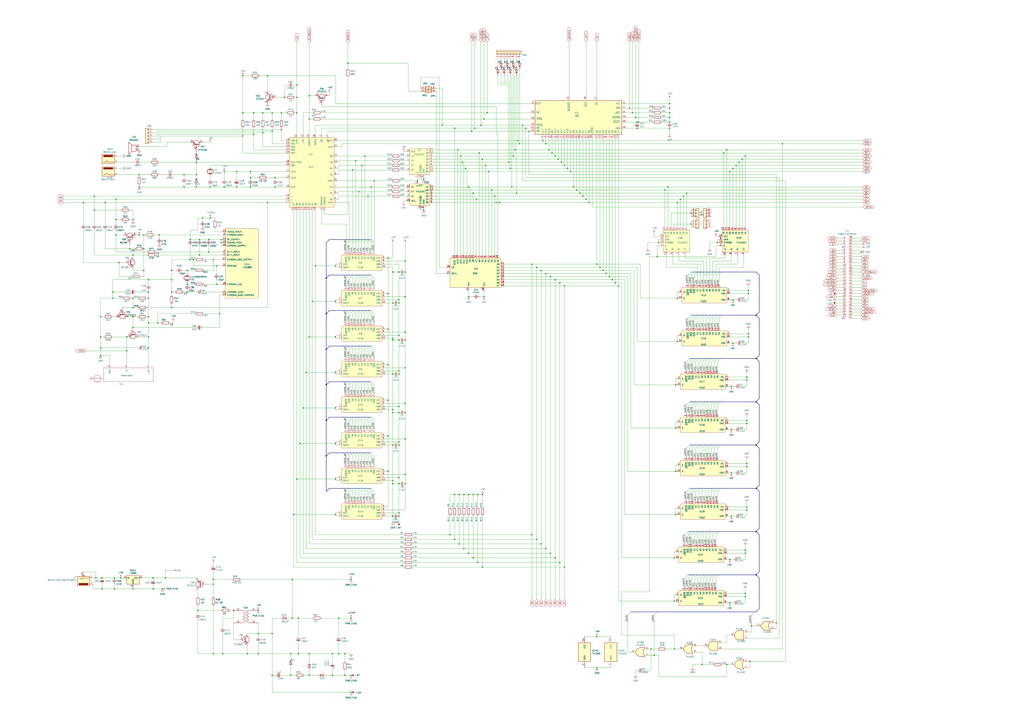
<source format=kicad_sch>
(kicad_sch (version 20250114) (generator "eeschema") (generator_version "9.0")
  (paper "A1")
  (title_block (title "ZX Spectrum 48K") (date "2026-02-08") (rev "3B") (company "Submeson Brain Corperation"))
  (junction (at 121.92 245.11))
  (junction (at 318.77 328.93))
  (junction (at 121.92 260.35))
  (junction (at 613.41 381))
  (junction (at 77.47 172.72))
  (junction (at 238.76 537.21))
  (junction (at 327.66 275.59))
  (junction (at 384.81 153.67))
  (junction (at 82.55 260.35))
  (junction (at 391.16 163.83))
  (junction (at 68.58 166.37))
  (junction (at 223.52 107.95))
  (junction (at 92.71 240.03))
  (junction (at 267.97 287.02))
  (junction (at 226.06 153.67))
  (junction (at 425.45 115.57))
  (junction (at 121.92 285.75))
  (junction (at 327.66 307.34))
  (junction (at 151.13 143.51))
  (junction (at 519.43 92.71))
  (junction (at 332.74 279.4))
  (junction (at 194.31 153.67))
  (junction (at 318.77 212.09))
  (junction (at 332.74 243.84))
  (junction (at 273.05 537.21))
  (junction (at 243.84 92.71))
  (junction (at 322.58 397.51))
  (junction (at 208.28 110.49))
  (junction (at 549.91 105.41))
  (junction (at 599.44 140.97))
  (junction (at 322.58 278.13))
  (junction (at 226.06 146.05))
  (junction (at 596.9 123.19))
  (junction (at 502.92 229.87))
  (junction (at 133.35 483.87))
  (junction (at 248.92 335.28))
  (junction (at 466.09 138.43))
  (junction (at 554.99 351.79))
  (junction (at 600.71 317.5))
  (junction (at 401.32 140.97))
  (junction (at 240.03 476.25))
  (junction (at 114.3 153.67))
  (junction (at 613.41 419.1))
  (junction (at 121.92 229.87))
  (junction (at 212.09 501.65))
  (junction (at 243.84 69.85))
  (junction (at 393.7 125.73))
  (junction (at 267.97 374.65))
  (junction (at 463.55 466.09))
  (junction (at 613.41 347.98))
  (junction (at 199.39 62.23))
  (junction (at 109.22 209.55))
  (junction (at 553.72 533.4))
  (junction (at 241.3 422.91))
  (junction (at 327.66 397.51))
  (junction (at 121.92 240.03))
  (junction (at 254 78.74))
  (junction (at 304.8 153.67))
  (junction (at 278.13 508))
  (junction (at 445.77 115.57))
  (junction (at 508 234.95))
  (junction (at 556.26 280.67))
  (junction (at 420.37 153.67))
  (junction (at 377.19 447.04))
  (junction (at 407.67 166.37))
  (junction (at 541.02 199.39))
  (junction (at 327.66 279.4))
  (junction (at 546.1 156.21))
  (junction (at 448.31 118.11))
  (junction (at 95.25 193.04))
  (junction (at 104.14 288.29))
  (junction (at 332.74 302.26))
  (junction (at 219.71 166.37))
  (junction (at 223.52 92.71))
  (junction (at 77.47 161.29))
  (junction (at 275.59 422.91))
  (junction (at 403.86 156.21))
  (junction (at 554.99 387.35))
  (junction (at 444.5 447.04))
  (junction (at 589.28 199.39))
  (junction (at 166.37 179.07))
  (junction (at 554.99 422.91))
  (junction (at 223.52 520.7))
  (junction (at 275.59 276.86))
  (junction (at 121.92 265.43))
  (junction (at 567.69 175.26))
  (junction (at 452.12 227.33))
  (junction (at 83.82 474.98))
  (junction (at 161.29 153.67))
  (junction (at 478.79 161.29))
  (junction (at 171.45 207.01))
  (junction (at 463.55 135.89))
  (junction (at 332.74 360.68))
  (junction (at 172.72 153.67))
  (junction (at 327.66 421.64))
  (junction (at 199.39 111.76))
  (junction (at 130.81 193.04))
  (junction (at 238.76 554.99))
  (junction (at 86.36 166.37))
  (junction (at 549.91 96.52))
  (junction (at 599.44 459.74))
  (junction (at 327.66 334.01))
  (junction (at 140.97 252.73))
  (junction (at 212.09 520.7))
  (junction (at 406.4 161.29))
  (junction (at 254 554.99))
  (junction (at 163.83 209.55))
  (junction (at 621.03 436.88))
  (junction (at 563.88 158.75))
  (junction (at 327.66 339.09))
  (junction (at 318.77 270.51))
  (junction (at 267.97 228.6))
  (junction (at 707.39 207.01))
  (junction (at 267.97 257.81))
  (junction (at 275.59 335.28))
  (junction (at 256.54 247.65))
  (junction (at 601.98 246.38))
  (junction (at 175.26 537.21))
  (junction (at 556.26 245.11))
  (junction (at 78.74 474.98))
  (junction (at 275.59 306.07))
  (junction (at 135.89 474.98))
  (junction (at 322.58 307.34))
  (junction (at 615.95 543.56))
  (junction (at 455.93 128.27))
  (junction (at 288.29 476.25))
  (junction (at 448.31 450.85))
  (junction (at 384.81 406.4))
  (junction (at 373.38 406.4))
  (junction (at 613.41 312.42))
  (junction (at 373.38 443.23))
  (junction (at 495.3 222.25))
  (junction (at 621.03 365.76))
  (junction (at 524.51 100.33))
  (junction (at 523.24 100.33))
  (junction (at 621.03 472.44))
  (junction (at 381 406.4))
  (junction (at 275.59 218.44))
  (junction (at 434.34 107.95))
  (junction (at 419.1 138.43))
  (junction (at 231.14 92.71))
  (junction (at 609.6 130.81))
  (junction (at 426.72 118.11))
  (junction (at 233.68 80.01))
  (junction (at 497.84 224.79))
  (junction (at 109.22 260.35))
  (junction (at 473.71 156.21))
  (junction (at 288.29 554.99))
  (junction (at 205.74 153.67))
  (junction (at 288.29 568.96))
  (junction (at 327.66 363.22))
  (junction (at 612.14 487.68))
  (junction (at 455.93 458.47))
  (junction (at 614.68 274.32))
  (junction (at 459.74 462.28))
  (junction (at 596.9 546.1))
  (junction (at 621.03 259.08))
  (junction (at 275.59 364.49))
  (junction (at 556.26 166.37))
  (junction (at 175.26 213.36))
  (junction (at 327.66 246.38))
  (junction (at 600.71 424.18))
  (junction (at 245.11 508))
  (junction (at 373.38 105.41))
  (junction (at 267.97 345.44))
  (junction (at 400.05 92.71))
  (junction (at 95.25 180.34))
  (junction (at 83.82 483.87))
  (junction (at 153.67 240.03))
  (junction (at 158.75 213.36))
  (junction (at 332.74 397.51))
  (junction (at 99.06 474.98))
  (junction (at 156.21 196.85))
  (junction (at 162.56 501.65))
  (junction (at 177.8 218.44))
  (junction (at 600.71 353.06))
  (junction (at 194.31 140.97))
  (junction (at 318.77 241.3))
  (junction (at 389.89 105.41))
  (junction (at 97.79 215.9))
  (junction (at 332.74 339.09))
  (junction (at 369.57 439.42))
  (junction (at 363.22 102.87))
  (junction (at 118.11 193.04))
  (junction (at 318.77 358.14))
  (junction (at 327.66 365.76))
  (junction (at 347.98 172.72))
  (junction (at 332.74 223.52))
  (junction (at 613.41 345.44))
  (junction (at 246.38 364.49))
  (junction (at 129.54 265.43))
  (junction (at 95.25 163.83))
  (junction (at 471.17 153.67))
  (junction (at 461.01 133.35))
  (junction (at 175.26 476.25))
  (junction (at 523.24 105.41))
  (junction (at 322.58 365.76))
  (junction (at 92.71 245.11))
  (junction (at 104.14 276.86))
  (junction (at 285.75 52.07))
  (junction (at 215.9 92.71))
  (junction (at 448.31 224.79))
  (junction (at 172.72 179.07))
  (junction (at 490.22 548.64))
  (junction (at 576.58 546.1))
  (junction (at 283.21 554.99))
  (junction (at 245.11 537.21))
  (junction (at 621.03 401.32))
  (junction (at 481.33 163.83))
  (junction (at 292.1 132.08))
  (junction (at 288.29 508))
  (junction (at 424.18 158.75))
  (junction (at 612.14 128.27))
  (junction (at 604.52 135.89))
  (junction (at 621.03 294.64))
  (junction (at 549.91 92.71))
  (junction (at 455.93 229.87))
  (junction (at 203.2 537.21))
  (junction (at 377.19 406.4))
  (junction (at 440.69 443.23))
  (junction (at 118.11 222.25))
  (junction (at 153.67 222.25))
  (junction (at 307.34 148.59))
  (junction (at 254 97.79))
  (junction (at 613.41 416.56))
  (junction (at 617.22 514.35))
  (junction (at 109.22 180.34))
  (junction (at 436.88 439.42))
  (junction (at 322.58 339.09))
  (junction (at 332.74 389.89))
  (junction (at 600.71 388.62))
  (junction (at 612.14 454.66))
  (junction (at 554.99 316.23))
  (junction (at 396.24 406.4))
  (junction (at 549.91 88.9))
  (junction (at 388.62 458.47))
  (junction (at 106.68 204.47))
  (junction (at 125.73 474.98))
  (junction (at 322.58 394.97))
  (junction (at 567.69 184.15))
  (junction (at 381 450.85))
  (junction (at 332.74 273.05))
  (junction (at 254 276.86))
  (junction (at 109.22 269.24))
  (junction (at 463.55 234.95))
  (junction (at 240.03 508))
  (junction (at 243.84 80.01))
  (junction (at 422.91 123.19))
  (junction (at 431.8 105.41))
  (junction (at 476.25 158.75))
  (junction (at 450.85 123.19))
  (junction (at 231.14 106.68))
  (junction (at 375.92 123.19))
  (junction (at 561.34 161.29))
  (junction (at 483.87 166.37))
  (junction (at 548.64 153.67))
  (junction (at 327.66 392.43))
  (junction (at 387.35 107.95))
  (junction (at 500.38 227.33))
  (junction (at 322.58 336.55))
  (junction (at 397.51 97.79))
  (junction (at 205.74 140.97))
  (junction (at 594.36 125.73))
  (junction (at 294.64 157.48))
  (junction (at 458.47 130.81))
  (junction (at 121.92 276.86))
  (junction (at 516.89 88.9))
  (junction (at 184.15 153.67))
  (junction (at 505.46 232.41))
  (junction (at 327.66 304.8))
  (junction (at 171.45 196.85))
  (junction (at 392.43 406.4))
  (junction (at 444.5 222.25))
  (junction (at 613.41 383.54))
  (junction (at 318.77 387.35))
  (junction (at 601.98 138.43))
  (junction (at 612.14 452.12))
  (junction (at 398.78 135.89))
  (junction (at 219.71 62.23))
  (junction (at 153.67 233.68))
  (junction (at 199.39 92.71))
  (junction (at 318.77 299.72))
  (junction (at 436.88 217.17))
  (junction (at 302.26 161.29))
  (junction (at 614.68 241.3))
  (junction (at 327.66 424.18))
  (junction (at 322.58 248.92))
  (junction (at 140.97 229.87))
  (junction (at 180.34 257.81))
  (junction (at 537.21 538.48))
  (junction (at 621.03 330.2))
  (junction (at 322.58 424.18))
  (junction (at 599.44 495.3))
  (junction (at 417.83 133.35))
  (junction (at 429.26 102.87))
  (junction (at 384.81 243.84))
  (junction (at 382.27 138.43))
  (junction (at 156.21 213.36))
  (junction (at 607.06 133.35))
  (junction (at 521.97 96.52))
  (junction (at 125.73 483.87))
  (junction (at 492.76 219.71))
  (junction (at 82.55 276.86))
  (junction (at 151.13 153.67))
  (junction (at 379.73 133.35))
  (junction (at 322.58 223.52))
  (junction (at 254 537.21))
  (junction (at 388.62 406.4))
  (junction (at 184.15 140.97))
  (junction (at 327.66 223.52))
  (junction (at 109.22 252.73))
  (junction (at 410.21 166.37))
  (junction (at 440.69 219.71))
  (junction (at 378.46 128.27))
  (junction (at 161.29 133.35))
  (junction (at 342.9 148.59))
  (junction (at 421.64 128.27))
  (junction (at 161.29 143.51))
  (junction (at 275.59 247.65))
  (junction (at 614.68 276.86))
  (junction (at 459.74 232.41))
  (junction (at 109.22 483.87))
  (junction (at 275.59 393.7))
  (junction (at 243.84 393.7))
  (junction (at 642.62 118.11))
  (junction (at 273.05 554.99))
  (junction (at 283.21 537.21))
  (junction (at 259.08 218.44))
  (junction (at 392.43 462.28))
  (junction (at 109.22 245.11))
  (junction (at 558.8 163.83))
  (junction (at 93.98 474.98))
  (junction (at 322.58 279.4))
  (junction (at 453.39 125.73))
  (junction (at 140.97 240.03))
  (junction (at 613.41 309.88))
  (junction (at 82.55 285.75))
  (junction (at 637.54 511.81))
  (junction (at 82.55 292.1))
  (junction (at 181.61 199.39))
  (junction (at 140.97 222.25))
  (junction (at 215.9 109.22))
  (junction (at 289.56 139.7))
  (junction (at 388.62 158.75))
  (junction (at 452.12 454.66))
  (junction (at 278.13 537.21))
  (junction (at 553.72 494.03))
  (junction (at 396.24 466.09))
  (junction (at 297.18 135.89))
  (junction (at 490.22 217.17))
  (junction (at 327.66 248.92))
  (junction (at 181.61 196.85))
  (junction (at 384.81 454.66))
  (junction (at 182.88 537.21))
  (junction (at 612.14 490.22))
  (junction (at 114.3 193.04))
  (junction (at 601.98 281.94))
  (junction (at 93.98 483.87))
  (junction (at 175.26 480.06))
  (junction (at 332.74 331.47))
  (junction (at 549.91 100.33))
  (junction (at 490.22 523.24))
  (junction (at 553.72 458.47))
  (junction (at 534.67 533.4))
  (junction (at 539.75 210.82))
  (junction (at 394.97 102.87))
  (junction (at 212.09 537.21))
  (junction (at 332.74 214.63))
  (junction (at 177.8 233.68))
  (junction (at 191.77 501.65))
  (junction (at 114.3 143.51))
  (junction (at 267.97 316.23))
  (junction (at 397.51 243.84))
  (junction (at 549.91 85.09))
  (junction (at 118.11 204.47))
  (junction (at 299.72 128.27))
  (junction (at 347.98 147.32))
  (junction (at 223.52 554.99))
  (junction (at 396.24 130.81))
  (junction (at 205.74 146.05))
  (junction (at 468.63 140.97))
  (junction (at 208.28 92.71))
  (junction (at 614.68 238.76))
  (junction (at 251.46 306.07))
  (junction (at 163.83 196.85))
  (no_connect (at 692.15 203.2))
  (no_connect (at 692.15 261.62))
  (bus_entry (at 580.39 261.62) (size 2.54 -2.54))
  (bus_entry (at 284.48 255.27) (size 2.54 2.54))
  (bus_entry (at 294.64 284.48) (size 2.54 2.54))
  (bus_entry (at 586.74 403.86) (size 2.54 -2.54))
  (bus_entry (at 580.39 474.98) (size 2.54 -2.54))
  (bus_entry (at 289.56 342.9) (size 2.54 2.54))
  (bus_entry (at 570.23 261.62) (size 2.54 -2.54))
  (bus_entry (at 584.2 368.3) (size 2.54 -2.54))
  (bus_entry (at 565.15 226.06) (size 2.54 -2.54))
  (bus_entry (at 563.88 368.3) (size 2.54 -2.54))
  (bus_entry (at 566.42 332.74) (size 2.54 -2.54))
  (bus_entry (at 289.56 255.27) (size 2.54 2.54))
  (bus_entry (at 289.56 284.48) (size 2.54 2.54))
  (bus_entry (at 289.56 401.32) (size 2.54 2.54))
  (bus_entry (at 588.01 474.98) (size 2.54 -2.54))
  (bus_entry (at 574.04 297.18) (size 2.54 -2.54))
  (bus_entry (at 287.02 226.06) (size 2.54 2.54))
  (bus_entry (at 580.39 439.42) (size 2.54 -2.54))
  (bus_entry (at 567.69 226.06) (size 2.54 -2.54))
  (bus_entry (at 586.74 368.3) (size 2.54 -2.54))
  (bus_entry (at 584.2 332.74) (size 2.54 -2.54))
  (bus_entry (at 575.31 261.62) (size 2.54 -2.54))
  (bus_entry (at 566.42 297.18) (size 2.54 -2.54))
  (bus_entry (at 299.72 342.9) (size 2.54 2.54))
  (bus_entry (at 563.88 403.86) (size 2.54 -2.54))
  (bus_entry (at 582.93 261.62) (size 2.54 -2.54))
  (bus_entry (at 294.64 196.85) (size 2.54 2.54))
  (bus_entry (at 576.58 368.3) (size 2.54 -2.54))
  (bus_entry (at 568.96 332.74) (size 2.54 -2.54))
  (bus_entry (at 589.28 403.86) (size 2.54 -2.54))
  (bus_entry (at 562.61 439.42) (size 2.54 -2.54))
  (bus_entry (at 304.8 284.48) (size 2.54 2.54))
  (bus_entry (at 281.94 196.85) (size 2.54 2.54))
  (bus_entry (at 287.02 372.11) (size 2.54 2.54))
  (bus_entry (at 284.48 342.9) (size 2.54 2.54))
  (bus_entry (at 294.64 226.06) (size 2.54 2.54))
  (bus_entry (at 590.55 226.06) (size 2.54 -2.54))
  (bus_entry (at 299.72 226.06) (size 2.54 2.54))
  (bus_entry (at 575.31 226.06) (size 2.54 -2.54))
  (bus_entry (at 579.12 297.18) (size 2.54 -2.54))
  (bus_entry (at 292.1 196.85) (size 2.54 2.54))
  (bus_entry (at 297.18 226.06) (size 2.54 2.54))
  (bus_entry (at 281.94 284.48) (size 2.54 2.54))
  (bus_entry (at 572.77 439.42) (size 2.54 -2.54))
  (bus_entry (at 302.26 255.27) (size 2.54 2.54))
  (bus_entry (at 576.58 403.86) (size 2.54 -2.54))
  (bus_entry (at 581.66 368.3) (size 2.54 -2.54))
  (bus_entry (at 302.26 284.48) (size 2.54 2.54))
  (bus_entry (at 575.31 474.98) (size 2.54 -2.54))
  (bus_entry (at 281.94 342.9) (size 2.54 2.54))
  (bus_entry (at 284.48 313.69) (size 2.54 2.54))
  (bus_entry (at 299.72 401.32) (size 2.54 2.54))
  (bus_entry (at 574.04 332.74) (size 2.54 -2.54))
  (bus_entry (at 284.48 401.32) (size 2.54 2.54))
  (bus_entry (at 284.48 196.85) (size 2.54 2.54))
  (bus_entry (at 302.26 226.06) (size 2.54 2.54))
  (bus_entry (at 297.18 196.85) (size 2.54 2.54))
  (bus_entry (at 579.12 403.86) (size 2.54 -2.54))
  (bus_entry (at 297.18 313.69) (size 2.54 2.54))
  (bus_entry (at 584.2 403.86) (size 2.54 -2.54))
  (bus_entry (at 294.64 313.69) (size 2.54 2.54))
  (bus_entry (at 304.8 255.27) (size 2.54 2.54))
  (bus_entry (at 287.02 196.85) (size 2.54 2.54))
  (bus_entry (at 572.77 226.06) (size 2.54 -2.54))
  (bus_entry (at 567.69 439.42) (size 2.54 -2.54))
  (bus_entry (at 581.66 332.74) (size 2.54 -2.54))
  (bus_entry (at 304.8 313.69) (size 2.54 2.54))
  (bus_entry (at 299.72 255.27) (size 2.54 2.54))
  (bus_entry (at 572.77 261.62) (size 2.54 -2.54))
  (bus_entry (at 302.26 372.11) (size 2.54 2.54))
  (bus_entry (at 287.02 255.27) (size 2.54 2.54))
  (bus_entry (at 582.93 439.42) (size 2.54 -2.54))
  (bus_entry (at 563.88 332.74) (size 2.54 -2.54))
  (bus_entry (at 585.47 261.62) (size 2.54 -2.54))
  (bus_entry (at 299.72 313.69) (size 2.54 2.54))
  (bus_entry (at 292.1 313.69) (size 2.54 2.54))
  (bus_entry (at 565.15 261.62) (size 2.54 -2.54))
  (bus_entry (at 568.96 403.86) (size 2.54 -2.54))
  (bus_entry (at 304.8 401.32) (size 2.54 2.54))
  (bus_entry (at 570.23 226.06) (size 2.54 -2.54))
  (bus_entry (at 289.56 313.69) (size 2.54 2.54))
  (bus_entry (at 294.64 342.9) (size 2.54 2.54))
  (bus_entry (at 304.8 196.85) (size 2.54 2.54))
  (bus_entry (at 567.69 474.98) (size 2.54 -2.54))
  (bus_entry (at 571.5 332.74) (size 2.54 -2.54))
  (bus_entry (at 590.55 261.62) (size 2.54 -2.54))
  (bus_entry (at 302.26 196.85) (size 2.54 2.54))
  (bus_entry (at 589.28 368.3) (size 2.54 -2.54))
  (bus_entry (at 284.48 372.11) (size 2.54 2.54))
  (bus_entry (at 589.28 297.18) (size 2.54 -2.54))
  (bus_entry (at 292.1 342.9) (size 2.54 2.54))
  (bus_entry (at 566.42 403.86) (size 2.54 -2.54))
  (bus_entry (at 582.93 226.06) (size 2.54 -2.54))
  (bus_entry (at 292.1 401.32) (size 2.54 2.54))
  (bus_entry (at 299.72 372.11) (size 2.54 2.54))
  (bus_entry (at 281.94 255.27) (size 2.54 2.54))
  (bus_entry (at 588.01 226.06) (size 2.54 -2.54))
  (bus_entry (at 302.26 342.9) (size 2.54 2.54))
  (bus_entry (at 568.96 368.3) (size 2.54 -2.54))
  (bus_entry (at 576.58 297.18) (size 2.54 -2.54))
  (bus_entry (at 294.64 401.32) (size 2.54 2.54))
  (bus_entry (at 580.39 226.06) (size 2.54 -2.54))
  (bus_entry (at 589.28 332.74) (size 2.54 -2.54))
  (bus_entry (at 289.56 372.11) (size 2.54 2.54))
  (bus_entry (at 304.8 372.11) (size 2.54 2.54))
  (bus_entry (at 297.18 401.32) (size 2.54 2.54))
  (bus_entry (at 571.5 403.86) (size 2.54 -2.54))
  (bus_entry (at 297.18 284.48) (size 2.54 2.54))
  (bus_entry (at 297.18 342.9) (size 2.54 2.54))
  (bus_entry (at 297.18 372.11) (size 2.54 2.54))
  (bus_entry (at 302.26 313.69) (size 2.54 2.54))
  (bus_entry (at 284.48 284.48) (size 2.54 2.54))
  (bus_entry (at 577.85 226.06) (size 2.54 -2.54))
  (bus_entry (at 577.85 474.98) (size 2.54 -2.54))
  (bus_entry (at 585.47 439.42) (size 2.54 -2.54))
  (bus_entry (at 281.94 226.06) (size 2.54 2.54))
  (bus_entry (at 562.61 474.98) (size 2.54 -2.54))
  (bus_entry (at 577.85 261.62) (size 2.54 -2.54))
  (bus_entry (at 292.1 284.48) (size 2.54 2.54))
  (bus_entry (at 287.02 342.9) (size 2.54 2.54))
  (bus_entry (at 304.8 226.06) (size 2.54 2.54))
  (bus_entry (at 586.74 297.18) (size 2.54 -2.54))
  (bus_entry (at 289.56 196.85) (size 2.54 2.54))
  (bus_entry (at 582.93 474.98) (size 2.54 -2.54))
  (bus_entry (at 515.62 505.46) (size 2.54 -2.54))
  (bus_entry (at 287.02 284.48) (size 2.54 2.54))
  (bus_entry (at 588.01 439.42) (size 2.54 -2.54))
  (bus_entry (at 292.1 255.27) (size 2.54 2.54))
  (bus_entry (at 572.77 474.98) (size 2.54 -2.54))
  (bus_entry (at 571.5 297.18) (size 2.54 -2.54))
  (bus_entry (at 567.69 261.62) (size 2.54 -2.54))
  (bus_entry (at 284.48 226.06) (size 2.54 2.54))
  (bus_entry (at 287.02 313.69) (size 2.54 2.54))
  (bus_entry (at 568.96 297.18) (size 2.54 -2.54))
  (bus_entry (at 299.72 196.85) (size 2.54 2.54))
  (bus_entry (at 574.04 403.86) (size 2.54 -2.54))
  (bus_entry (at 289.56 226.06) (size 2.54 2.54))
  (bus_entry (at 579.12 368.3) (size 2.54 -2.54))
  (bus_entry (at 570.23 439.42) (size 2.54 -2.54))
  (bus_entry (at 576.58 332.74) (size 2.54 -2.54))
  (bus_entry (at 297.18 255.27) (size 2.54 2.54))
  (bus_entry (at 574.04 368.3) (size 2.54 -2.54))
  (bus_entry (at 579.12 332.74) (size 2.54 -2.54))
  (bus_entry (at 299.72 284.48) (size 2.54 2.54))
  (bus_entry (at 302.26 401.32) (size 2.54 2.54))
  (bus_entry (at 586.74 332.74) (size 2.54 -2.54))
  (bus_entry (at 537.21 505.46) (size 2.54 -2.54))
  (bus_entry (at 563.88 297.18) (size 2.54 -2.54))
  (bus_entry (at 575.31 439.42) (size 2.54 -2.54))
  (bus_entry (at 581.66 403.86) (size 2.54 -2.54))
  (bus_entry (at 585.47 474.98) (size 2.54 -2.54))
  (bus_entry (at 281.94 372.11) (size 2.54 2.54))
  (bus_entry (at 565.15 439.42) (size 2.54 -2.54))
  (bus_entry (at 617.22 505.46) (size 2.54 -2.54))
  (bus_entry (at 588.01 261.62) (size 2.54 -2.54))
  (bus_entry (at 571.5 368.3) (size 2.54 -2.54))
  (bus_entry (at 584.2 297.18) (size 2.54 -2.54))
  (bus_entry (at 577.85 439.42) (size 2.54 -2.54))
  (bus_entry (at 585.47 226.06) (size 2.54 -2.54))
  (bus_entry (at 570.23 474.98) (size 2.54 -2.54))
  (bus_entry (at 581.66 297.18) (size 2.54 -2.54))
  (bus_entry (at 281.94 401.32) (size 2.54 2.54))
  (bus_entry (at 565.15 474.98) (size 2.54 -2.54))
  (bus_entry (at 294.64 372.11) (size 2.54 2.54))
  (bus_entry (at 292.1 372.11) (size 2.54 2.54))
  (bus_entry (at 566.42 368.3) (size 2.54 -2.54))
  (bus_entry (at 287.02 401.32) (size 2.54 2.54))
  (bus_entry (at 281.94 313.69) (size 2.54 2.54))
  (bus_entry (at 292.1 226.06) (size 2.54 2.54))
  (bus_entry (at 304.8 342.9) (size 2.54 2.54))
  (bus_entry (at 294.64 255.27) (size 2.54 2.54))
  (wire (pts (xy 251.46 450.85) (xy 251.46 306.07)))
  (wire (pts (xy 118.11 204.47) (xy 118.11 193.04)))
  (wire (pts (xy 455.93 492.76) (xy 455.93 458.47)))
  (wire (pts (xy 101.6 215.9) (xy 97.79 215.9)))
  (wire (pts (xy 355.6 158.75) (xy 388.62 158.75)))
  (wire (pts (xy 151.13 146.05) (xy 151.13 143.51)))
  (bus (pts (xy 281.94 342.9) (xy 284.48 342.9)))
  (wire (pts (xy 384.81 243.84) (xy 388.62 243.84)))
  (wire (pts (xy 156.21 196.85) (xy 156.21 189.23)))
  (wire (pts (xy 275.59 422.91) (xy 275.59 421.64)))
  (wire (pts (xy 241.3 422.91) (xy 275.59 422.91)))
  (wire (pts (xy 419.1 54.61) (xy 419.1 48.26)))
  (wire (pts (xy 287.02 316.23) (xy 287.02 323.85)))
  (wire (pts (xy 373.38 443.23) (xy 440.69 443.23)))
  (wire (pts (xy 125.73 106.68) (xy 231.14 106.68)))
  (bus (pts (xy 287.02 342.9) (xy 289.56 342.9)))
  (wire (pts (xy 151.13 153.67) (xy 151.13 151.13)))
  (wire (pts (xy 275.59 394.97) (xy 275.59 393.7)))
  (wire (pts (xy 600.71 424.18) (xy 603.25 424.18)))
  (wire (pts (xy 554.99 453.39) (xy 553.72 453.39)))
  (wire (pts (xy 388.62 416.56) (xy 388.62 406.4)))
  (wire (pts (xy 254 97.79) (xy 256.54 97.79)))
  (wire (pts (xy 389.89 105.41) (xy 373.38 105.41)))
  (wire (pts (xy 278.13 219.71) (xy 275.59 219.71)))
  (wire (pts (xy 581.66 304.8) (xy 581.66 297.18)))
  (wire (pts (xy 294.64 157.48) (xy 278.13 157.48)))
  (wire (pts (xy 269.24 107.95) (xy 387.35 107.95)))
  (wire (pts (xy 273.05 537.21) (xy 273.05 544.83)))
  (wire (pts (xy 194.31 147.32) (xy 194.31 140.97)))
  (wire (pts (xy 553.72 533.4) (xy 547.37 533.4)))
  (bus (pts (xy 281.94 284.48) (xy 284.48 284.48)))
  (wire (pts (xy 556.26 245.11) (xy 557.53 245.11)))
  (wire (pts (xy 566.42 411.48) (xy 566.42 403.86)))
  (bus (pts (xy 281.94 196.85) (xy 284.48 196.85)))
  (wire (pts (xy 377.19 416.56) (xy 377.19 406.4)))
  (wire (pts (xy 539.75 210.82) (xy 533.4 210.82)))
  (wire (pts (xy 358.14 224.79) (xy 367.03 224.79)))
  (wire (pts (xy 256.54 443.23) (xy 256.54 247.65)))
  (wire (pts (xy 408.94 165.1) (xy 408.94 110.49)))
  (wire (pts (xy 381 406.4) (xy 384.81 406.4)))
  (wire (pts (xy 468.63 140.97) (xy 468.63 114.3)))
  (wire (pts (xy 106.68 172.72) (xy 109.22 172.72)))
  (wire (pts (xy 613.41 416.56) (xy 613.41 412.75)))
  (wire (pts (xy 327.66 363.22) (xy 327.66 365.76)))
  (wire (pts (xy 302.26 196.85) (xy 302.26 199.39)))
  (wire (pts (xy 556.26 166.37) (xy 556.26 186.69)))
  (wire (pts (xy 172.72 153.67) (xy 172.72 152.4)))
  (wire (pts (xy 270.51 78.74) (xy 270.51 76.2)))
  (wire (pts (xy 77.47 209.55) (xy 77.47 189.23)))
  (bus (pts (xy 623.57 469.9) (xy 621.03 472.44)))
  (wire (pts (xy 275.59 424.18) (xy 275.59 422.91)))
  (wire (pts (xy 278.13 523.24) (xy 278.13 508)))
  (wire (pts (xy 384.81 238.76) (xy 384.81 243.84)))
  (wire (pts (xy 304.8 153.67) (xy 304.8 196.85)))
  (wire (pts (xy 223.52 107.95) (xy 223.52 118.11)))
  (bus (pts (xy 577.85 436.88) (xy 580.39 436.88)))
  (wire (pts (xy 114.3 276.86) (xy 121.92 276.86)))
  (wire (pts (xy 327.66 217.17) (xy 327.66 223.52)))
  (wire (pts (xy 497.84 224.79) (xy 497.84 114.3)))
  (wire (pts (xy 521.97 34.29) (xy 521.97 96.52)))
  (wire (pts (xy 275.59 247.65) (xy 275.59 246.38)))
  (wire (pts (xy 275.59 364.49) (xy 275.59 363.22)))
  (bus (pts (xy 267.97 287.02) (xy 267.97 316.23)))
  (wire (pts (xy 245.11 508) (xy 245.11 523.24)))
  (wire (pts (xy 212.09 537.21) (xy 212.09 528.32)))
  (wire (pts (xy 687.07 223.52) (xy 692.15 223.52)))
  (wire (pts (xy 77.47 161.29) (xy 52.07 161.29)))
  (wire (pts (xy 76.2 483.87) (xy 83.82 483.87)))
  (wire (pts (xy 321.31 148.59) (xy 307.34 148.59)))
  (wire (pts (xy 184.15 153.67) (xy 172.72 153.67)))
  (wire (pts (xy 455.93 128.27) (xy 455.93 114.3)))
  (bus (pts (xy 590.55 472.44) (xy 621.03 472.44)))
  (wire (pts (xy 251.46 306.07) (xy 275.59 306.07)))
  (wire (pts (xy 172.72 135.89) (xy 172.72 137.16)))
  (wire (pts (xy 708.66 130.81) (xy 609.6 130.81)))
  (wire (pts (xy 556.26 166.37) (xy 708.66 166.37)))
  (wire (pts (xy 316.23 419.1) (xy 332.74 419.1)))
  (wire (pts (xy 297.18 135.89) (xy 321.31 135.89)))
  (wire (pts (xy 182.88 190.5) (xy 176.53 190.5)))
  (wire (pts (xy 297.18 374.65) (xy 297.18 382.27)))
  (wire (pts (xy 520.7 222.25) (xy 495.3 222.25)))
  (wire (pts (xy 129.54 111.76) (xy 129.54 109.22)))
  (wire (pts (xy 416.56 66.04) (xy 421.64 66.04)))
  (wire (pts (xy 110.49 133.35) (xy 96.52 133.35)))
  (wire (pts (xy 304.8 287.02) (xy 304.8 294.64)))
  (wire (pts (xy 537.21 538.48) (xy 541.02 538.48)))
  (wire (pts (xy 254 78.74) (xy 254 35.56)))
  (wire (pts (xy 614.68 238.76) (xy 614.68 234.95)))
  (wire (pts (xy 302.26 316.23) (xy 302.26 323.85)))
  (wire (pts (xy 553.72 453.39) (xy 553.72 458.47)))
  (bus (pts (xy 289.56 284.48) (xy 292.1 284.48)))
  (wire (pts (xy 243.84 393.7) (xy 275.59 393.7)))
  (wire (pts (xy 369.57 406.4) (xy 373.38 406.4)))
  (wire (pts (xy 345.44 147.32) (xy 347.98 147.32)))
  (bus (pts (xy 588.01 223.52) (xy 590.55 223.52)))
  (bus (pts (xy 294.64 313.69) (xy 297.18 313.69)))
  (wire (pts (xy 565.15 269.24) (xy 565.15 261.62)))
  (wire (pts (xy 548.64 153.67) (xy 548.64 186.69)))
  (wire (pts (xy 450.85 123.19) (xy 450.85 114.3)))
  (wire (pts (xy 598.17 309.88) (xy 613.41 309.88)))
  (wire (pts (xy 642.62 533.4) (xy 593.09 533.4)))
  (wire (pts (xy 556.26 316.23) (xy 554.99 316.23)))
  (wire (pts (xy 334.01 128.27) (xy 328.93 128.27)))
  (wire (pts (xy 596.9 123.19) (xy 708.66 123.19)))
  (bus (pts (xy 568.96 365.76) (xy 571.5 365.76)))
  (bus (pts (xy 623.57 327.66) (xy 621.03 330.2)))
  (wire (pts (xy 369.57 439.42) (xy 369.57 424.18)))
  (wire (pts (xy 435.61 97.79) (xy 397.51 97.79)))
  (wire (pts (xy 327.66 397.51) (xy 327.66 421.64)))
  (wire (pts (xy 331.47 439.42) (xy 259.08 439.42)))
  (wire (pts (xy 331.47 454.66) (xy 248.92 454.66)))
  (wire (pts (xy 328.93 153.67) (xy 334.01 153.67)))
  (wire (pts (xy 614.68 274.32) (xy 614.68 270.51)))
  (wire (pts (xy 577.85 482.6) (xy 577.85 474.98)))
  (wire (pts (xy 411.48 57.15) (xy 411.48 68.58)))
  (wire (pts (xy 596.9 528.32) (xy 593.09 528.32)))
  (wire (pts (xy 161.29 153.67) (xy 151.13 153.67)))
  (wire (pts (xy 490.22 217.17) (xy 436.88 217.17)))
  (wire (pts (xy 394.97 102.87) (xy 363.22 102.87)))
  (wire (pts (xy 332.74 331.47) (xy 332.74 339.09)))
  (bus (pts (xy 585.47 436.88) (xy 588.01 436.88)))
  (wire (pts (xy 571.5 340.36) (xy 571.5 332.74)))
  (wire (pts (xy 180.34 242.57) (xy 180.34 257.81)))
  (wire (pts (xy 554.99 387.35) (xy 515.62 387.35)))
  (wire (pts (xy 156.21 213.36) (xy 158.75 213.36)))
  (wire (pts (xy 302.26 161.29) (xy 321.31 161.29)))
  (wire (pts (xy 215.9 97.79) (xy 215.9 92.71)))
  (wire (pts (xy 421.64 49.53) (xy 421.64 48.26)))
  (wire (pts (xy 142.24 265.43) (xy 142.24 264.16)))
  (wire (pts (xy 219.71 166.37) (xy 86.36 166.37)))
  (wire (pts (xy 599.44 276.86) (xy 614.68 276.86)))
  (bus (pts (xy 270.51 372.11) (xy 281.94 372.11)))
  (wire (pts (xy 283.21 537.21) (xy 288.29 537.21)))
  (wire (pts (xy 408.94 62.23) (xy 408.94 69.85)))
  (wire (pts (xy 556.26 280.67) (xy 523.24 280.67)))
  (wire (pts (xy 523.24 219.71) (xy 492.76 219.71)))
  (wire (pts (xy 448.31 450.85) (xy 448.31 224.79)))
  (wire (pts (xy 191.77 501.65) (xy 191.77 508)))
  (wire (pts (xy 567.69 184.15) (xy 567.69 186.69)))
  (bus (pts (xy 294.64 372.11) (xy 297.18 372.11)))
  (wire (pts (xy 508 114.3) (xy 508 234.95)))
  (wire (pts (xy 331.47 443.23) (xy 256.54 443.23)))
  (wire (pts (xy 570.23 482.6) (xy 570.23 474.98)))
  (wire (pts (xy 541.02 538.48) (xy 541.02 556.26)))
  (wire (pts (xy 77.47 161.29) (xy 77.47 172.72)))
  (wire (pts (xy 549.91 105.41) (xy 549.91 110.49)))
  (wire (pts (xy 259.08 102.87) (xy 259.08 110.49)))
  (wire (pts (xy 243.84 80.01) (xy 243.84 69.85)))
  (bus (pts (xy 577.85 259.08) (xy 580.39 259.08)))
  (wire (pts (xy 114.3 143.51) (xy 96.52 143.51)))
  (bus (pts (xy 539.75 502.92) (xy 619.76 502.92)))
  (wire (pts (xy 83.82 474.98) (xy 93.98 474.98)))
  (wire (pts (xy 431.8 146.05) (xy 640.08 146.05)))
  (wire (pts (xy 590.55 226.06) (xy 590.55 233.68)))
  (wire (pts (xy 328.93 148.59) (xy 342.9 148.59)))
  (wire (pts (xy 436.88 439.42) (xy 436.88 217.17)))
  (wire (pts (xy 231.14 106.68) (xy 231.14 115.57)))
  (wire (pts (xy 175.26 480.06) (xy 175.26 490.22)))
  (wire (pts (xy 254 172.72) (xy 254 276.86)))
  (wire (pts (xy 476.25 158.75) (xy 476.25 114.3)))
  (wire (pts (xy 130.81 193.04) (xy 127 193.04)))
  (wire (pts (xy 699.77 246.38) (xy 707.39 246.38)))
  (wire (pts (xy 612.14 454.66) (xy 612.14 459.74)))
  (wire (pts (xy 181.61 501.65) (xy 162.56 501.65)))
  (wire (pts (xy 158.75 218.44) (xy 158.75 213.36)))
  (wire (pts (xy 431.8 105.41) (xy 431.8 146.05)))
  (wire (pts (xy 589.28 411.48) (xy 589.28 403.86)))
  (wire (pts (xy 93.98 474.98) (xy 99.06 474.98)))
  (wire (pts (xy 563.88 304.8) (xy 563.88 297.18)))
  (wire (pts (xy 414.02 219.71) (xy 440.69 219.71)))
  (wire (pts (xy 322.58 248.92) (xy 316.23 248.92)))
  (bus (pts (xy 292.1 401.32) (xy 294.64 401.32)))
  (wire (pts (xy 448.31 114.3) (xy 448.31 118.11)))
  (bus (pts (xy 292.1 372.11) (xy 294.64 372.11)))
  (wire (pts (xy 613.41 383.54) (xy 613.41 381)))
  (wire (pts (xy 130.81 110.49) (xy 208.28 110.49)))
  (wire (pts (xy 287.02 287.02) (xy 287.02 294.64)))
  (wire (pts (xy 514.35 96.52) (xy 521.97 96.52)))
  (wire (pts (xy 424.18 62.23) (xy 425.45 62.23)))
  (wire (pts (xy 355.6 140.97) (xy 401.32 140.97)))
  (wire (pts (xy 284.48 184.15) (xy 284.48 196.85)))
  (wire (pts (xy 95.25 184.15) (xy 95.25 180.34)))
  (wire (pts (xy 289.56 374.65) (xy 289.56 382.27)))
  (wire (pts (xy 543.56 88.9) (xy 549.91 88.9)))
  (wire (pts (xy 246.38 172.72) (xy 246.38 364.49)))
  (wire (pts (xy 401.32 140.97) (xy 468.63 140.97)))
  (wire (pts (xy 708.66 135.89) (xy 604.52 135.89)))
  (wire (pts (xy 377.19 447.04) (xy 444.5 447.04)))
  (wire (pts (xy 161.29 143.51) (xy 161.29 144.78)))
  (wire (pts (xy 278.13 248.92) (xy 275.59 248.92)))
  (wire (pts (xy 132.08 116.84) (xy 132.08 111.76)))
  (wire (pts (xy 589.28 304.8) (xy 589.28 297.18)))
  (bus (pts (xy 590.55 223.52) (xy 593.09 223.52)))
  (wire (pts (xy 388.62 406.4) (xy 392.43 406.4)))
  (wire (pts (xy 379.73 133.35) (xy 417.83 133.35)))
  (wire (pts (xy 342.9 146.05) (xy 342.9 148.59)))
  (wire (pts (xy 114.3 143.51) (xy 123.19 143.51)))
  (bus (pts (xy 299.72 255.27) (xy 302.26 255.27)))
  (wire (pts (xy 486.41 114.3) (xy 486.41 170.18)))
  (bus (pts (xy 299.72 313.69) (xy 302.26 313.69)))
  (wire (pts (xy 167.64 222.25) (xy 175.26 222.25)))
  (bus (pts (xy 623.57 226.06) (xy 623.57 256.54)))
  (wire (pts (xy 339.09 447.04) (xy 377.19 447.04)))
  (wire (pts (xy 275.59 421.64) (xy 278.13 421.64)))
  (wire (pts (xy 161.29 133.35) (xy 161.29 132.08)))
  (wire (pts (xy 463.55 135.89) (xy 463.55 114.3)))
  (wire (pts (xy 139.7 265.43) (xy 142.24 265.43)))
  (wire (pts (xy 241.3 422.91) (xy 241.3 466.09)))
  (wire (pts (xy 294.64 228.6) (xy 294.64 236.22)))
  (wire (pts (xy 613.41 309.88) (xy 613.41 306.07)))
  (bus (pts (xy 270.51 226.06) (xy 281.94 226.06)))
  (wire (pts (xy 429.26 102.87) (xy 394.97 102.87)))
  (bus (pts (xy 297.18 342.9) (xy 299.72 342.9)))
  (wire (pts (xy 182.88 218.44) (xy 177.8 218.44)))
  (bus (pts (xy 267.97 199.39) (xy 267.97 228.6)))
  (wire (pts (xy 576.58 375.92) (xy 576.58 368.3)))
  (wire (pts (xy 687.07 248.92) (xy 692.15 248.92)))
  (wire (pts (xy 561.34 186.69) (xy 561.34 161.29)))
  (bus (pts (xy 586.74 365.76) (xy 589.28 365.76)))
  (wire (pts (xy 254 110.49) (xy 254 97.79)))
  (wire (pts (xy 692.15 233.68) (xy 687.07 233.68)))
  (wire (pts (xy 104.14 288.29) (xy 71.12 288.29)))
  (wire (pts (xy 445.77 115.57) (xy 708.66 115.57)))
  (wire (pts (xy 598.17 388.62) (xy 600.71 388.62)))
  (wire (pts (xy 304.8 153.67) (xy 321.31 153.67)))
  (wire (pts (xy 223.52 568.96) (xy 288.29 568.96)))
  (wire (pts (xy 104.14 299.72) (xy 104.14 288.29)))
  (bus (pts (xy 292.1 342.9) (xy 294.64 342.9)))
  (wire (pts (xy 284.48 287.02) (xy 284.48 294.64)))
  (wire (pts (xy 166.37 179.07) (xy 172.72 179.07)))
  (wire (pts (xy 608.33 317.5) (xy 613.41 317.5)))
  (wire (pts (xy 163.83 209.55) (xy 163.83 201.93)))
  (wire (pts (xy 162.56 504.19) (xy 162.56 501.65)))
  (wire (pts (xy 563.88 411.48) (xy 563.88 403.86)))
  (wire (pts (xy 600.71 214.63) (xy 600.71 209.55)))
  (bus (pts (xy 591.82 401.32) (xy 621.03 401.32)))
  (wire (pts (xy 322.58 397.51) (xy 322.58 424.18)))
  (wire (pts (xy 513.08 422.91) (xy 513.08 229.87)))
  (wire (pts (xy 570.23 447.04) (xy 570.23 439.42)))
  (wire (pts (xy 307.34 345.44) (xy 307.34 353.06)))
  (wire (pts (xy 246.38 364.49) (xy 275.59 364.49)))
  (bus (pts (xy 590.55 436.88) (xy 621.03 436.88)))
  (wire (pts (xy 520.7 316.23) (xy 520.7 222.25)))
  (wire (pts (xy 590.55 199.39) (xy 589.28 199.39)))
  (wire (pts (xy 92.71 276.86) (xy 104.14 276.86)))
  (wire (pts (xy 513.08 229.87) (xy 502.92 229.87)))
  (bus (pts (xy 572.77 259.08) (xy 575.31 259.08)))
  (wire (pts (xy 278.13 537.21) (xy 278.13 528.32)))
  (wire (pts (xy 114.3 144.78) (xy 114.3 143.51)))
  (wire (pts (xy 575.31 217.17) (xy 575.31 223.52)))
  (bus (pts (xy 621.03 330.2) (xy 623.57 332.74)))
  (wire (pts (xy 280.67 118.11) (xy 280.67 120.65)))
  (bus (pts (xy 623.57 368.3) (xy 623.57 398.78)))
  (wire (pts (xy 96.52 138.43) (xy 100.33 138.43)))
  (wire (pts (xy 294.64 345.44) (xy 294.64 353.06)))
  (wire (pts (xy 508 234.95) (xy 508 494.03)))
  (wire (pts (xy 285.75 52.07) (xy 285.75 55.88)))
  (wire (pts (xy 322.58 223.52) (xy 322.58 248.92)))
  (bus (pts (xy 297.18 196.85) (xy 299.72 196.85)))
  (bus (pts (xy 591.82 330.2) (xy 621.03 330.2)))
  (wire (pts (xy 264.16 508) (xy 278.13 508)))
  (wire (pts (xy 109.22 252.73) (xy 100.33 252.73)))
  (wire (pts (xy 121.92 276.86) (xy 121.92 285.75)))
  (wire (pts (xy 276.86 115.57) (xy 425.45 115.57)))
  (wire (pts (xy 109.22 269.24) (xy 109.22 260.35)))
  (wire (pts (xy 109.22 245.11) (xy 107.95 245.11)))
  (wire (pts (xy 316.23 421.64) (xy 327.66 421.64)))
  (wire (pts (xy 278.13 161.29) (xy 302.26 161.29)))
  (wire (pts (xy 332.74 279.4) (xy 332.74 302.26)))
  (wire (pts (xy 231.14 554.99) (xy 238.76 554.99)))
  (wire (pts (xy 299.72 316.23) (xy 299.72 323.85)))
  (wire (pts (xy 599.44 246.38) (xy 601.98 246.38)))
  (bus (pts (xy 571.5 330.2) (xy 574.04 330.2)))
  (wire (pts (xy 471.17 153.67) (xy 548.64 153.67)))
  (wire (pts (xy 598.17 419.1) (xy 613.41 419.1)))
  (bus (pts (xy 572.77 436.88) (xy 575.31 436.88)))
  (wire (pts (xy 96.52 128.27) (xy 100.33 128.27)))
  (wire (pts (xy 284.48 199.39) (xy 284.48 207.01)))
  (wire (pts (xy 452.12 227.33) (xy 500.38 227.33)))
  (wire (pts (xy 182.88 201.93) (xy 181.61 201.93)))
  (wire (pts (xy 302.26 287.02) (xy 302.26 294.64)))
  (bus (pts (xy 284.48 401.32) (xy 287.02 401.32)))
  (wire (pts (xy 307.34 374.65) (xy 307.34 382.27)))
  (wire (pts (xy 203.2 520.7) (xy 212.09 520.7)))
  (wire (pts (xy 355.6 128.27) (xy 378.46 128.27)))
  (wire (pts (xy 318.77 270.51) (xy 318.77 241.3)))
  (wire (pts (xy 182.88 508) (xy 182.88 515.62)))
  (wire (pts (xy 289.56 139.7) (xy 321.31 139.7)))
  (wire (pts (xy 604.52 186.69) (xy 604.52 135.89)))
  (wire (pts (xy 118.11 193.04) (xy 114.3 193.04)))
  (bus (pts (xy 567.69 259.08) (xy 570.23 259.08)))
  (wire (pts (xy 284.48 228.6) (xy 284.48 236.22)))
  (bus (pts (xy 619.76 502.92) (xy 621.03 502.92)))
  (wire (pts (xy 125.73 111.76) (xy 129.54 111.76)))
  (wire (pts (xy 163.83 196.85) (xy 156.21 196.85)))
  (wire (pts (xy 599.44 281.94) (xy 601.98 281.94)))
  (bus (pts (xy 585.47 259.08) (xy 588.01 259.08)))
  (wire (pts (xy 304.8 228.6) (xy 304.8 236.22)))
  (wire (pts (xy 360.68 219.71) (xy 367.03 219.71)))
  (wire (pts (xy 459.74 492.76) (xy 459.74 462.28)))
  (wire (pts (xy 567.69 181.61) (xy 567.69 184.15)))
  (wire (pts (xy 642.62 118.11) (xy 448.31 118.11)))
  (wire (pts (xy 515.62 535.94) (xy 518.16 535.94)))
  (wire (pts (xy 331.47 447.04) (xy 254 447.04)))
  (bus (pts (xy 302.26 226.06) (xy 304.8 226.06)))
  (wire (pts (xy 240.03 508) (xy 240.03 476.25)))
  (wire (pts (xy 708.66 118.11) (xy 642.62 118.11)))
  (wire (pts (xy 347.98 147.32) (xy 347.98 146.05)))
  (wire (pts (xy 562.61 482.6) (xy 562.61 474.98)))
  (wire (pts (xy 422.91 64.77) (xy 422.91 123.19)))
  (wire (pts (xy 345.44 72.39) (xy 345.44 63.5)))
  (wire (pts (xy 355.6 125.73) (xy 393.7 125.73)))
  (bus (pts (xy 267.97 257.81) (xy 267.97 287.02)))
  (wire (pts (xy 481.33 78.74) (xy 481.33 34.29)))
  (wire (pts (xy 707.39 248.92) (xy 699.77 248.92)))
  (wire (pts (xy 332.74 243.84) (xy 332.74 273.05)))
  (wire (pts (xy 287.02 166.37) (xy 287.02 196.85)))
  (bus (pts (xy 575.31 259.08) (xy 577.85 259.08)))
  (bus (pts (xy 289.56 342.9) (xy 292.1 342.9)))
  (bus (pts (xy 584.2 294.64) (xy 586.74 294.64)))
  (bus (pts (xy 292.1 196.85) (xy 294.64 196.85)))
  (wire (pts (xy 233.68 69.85) (xy 233.68 80.01)))
  (wire (pts (xy 355.6 156.21) (xy 403.86 156.21)))
  (wire (pts (xy 194.31 140.97) (xy 184.15 140.97)))
  (wire (pts (xy 332.74 397.51) (xy 332.74 419.1)))
  (wire (pts (xy 687.07 228.6) (xy 692.15 228.6)))
  (wire (pts (xy 539.75 533.4) (xy 534.67 533.4)))
  (wire (pts (xy 614.68 519.43) (xy 617.22 519.43)))
  (wire (pts (xy 534.67 533.4) (xy 534.67 551.18)))
  (wire (pts (xy 575.31 226.06) (xy 575.31 233.68)))
  (wire (pts (xy 687.07 213.36) (xy 692.15 213.36)))
  (wire (pts (xy 565.15 482.6) (xy 565.15 474.98)))
  (wire (pts (xy 316.23 392.43) (xy 327.66 392.43)))
  (wire (pts (xy 318.77 299.72) (xy 318.77 270.51)))
  (wire (pts (xy 554.99 382.27) (xy 554.99 387.35)))
  (wire (pts (xy 645.16 148.59) (xy 429.26 148.59)))
  (wire (pts (xy 360.68 63.5) (xy 360.68 219.71)))
  (wire (pts (xy 408.94 69.85) (xy 417.83 69.85)))
  (bus (pts (xy 586.74 401.32) (xy 589.28 401.32)))
  (wire (pts (xy 572.77 226.06) (xy 572.77 233.68)))
  (wire (pts (xy 175.26 462.28) (xy 175.26 464.82)))
  (wire (pts (xy 332.74 214.63) (xy 332.74 199.39)))
  (wire (pts (xy 130.81 195.58) (xy 130.81 193.04)))
  (wire (pts (xy 558.8 163.83) (xy 481.33 163.83)))
  (wire (pts (xy 120.65 260.35) (xy 121.92 260.35)))
  (wire (pts (xy 110.49 204.47) (xy 106.68 204.47)))
  (bus (pts (xy 586.74 294.64) (xy 589.28 294.64)))
  (wire (pts (xy 238.76 554.99) (xy 238.76 548.64)))
  (wire (pts (xy 118.11 227.33) (xy 115.57 227.33)))
  (wire (pts (xy 508 494.03) (xy 553.72 494.03)))
  (wire (pts (xy 388.62 424.18) (xy 388.62 458.47)))
  (wire (pts (xy 568.96 304.8) (xy 568.96 297.18)))
  (bus (pts (xy 623.57 261.62) (xy 623.57 292.1)))
  (bus (pts (xy 297.18 226.06) (xy 299.72 226.06)))
  (wire (pts (xy 254 97.79) (xy 254 78.74)))
  (wire (pts (xy 549.91 92.71) (xy 549.91 96.52)))
  (wire (pts (xy 92.71 260.35) (xy 95.25 260.35)))
  (wire (pts (xy 575.31 223.52) (xy 575.31 226.06)))
  (wire (pts (xy 707.39 236.22) (xy 699.77 236.22)))
  (bus (pts (xy 621.03 436.88) (xy 623.57 439.42)))
  (wire (pts (xy 77.47 161.29) (xy 234.95 161.29)))
  (wire (pts (xy 153.67 222.25) (xy 149.86 222.25)))
  (wire (pts (xy 558.8 186.69) (xy 558.8 163.83)))
  (wire (pts (xy 461.01 133.35) (xy 461.01 114.3)))
  (wire (pts (xy 234.95 80.01) (xy 233.68 80.01)))
  (wire (pts (xy 322.58 219.71) (xy 322.58 223.52)))
  (wire (pts (xy 708.66 128.27) (xy 612.14 128.27)))
  (bus (pts (xy 270.51 284.48) (xy 267.97 287.02)))
  (bus (pts (xy 621.03 472.44) (xy 623.57 474.98)))
  (wire (pts (xy 140.97 242.57) (xy 140.97 240.03)))
  (wire (pts (xy 588.01 482.6) (xy 588.01 474.98)))
  (wire (pts (xy 307.34 287.02) (xy 307.34 294.64)))
  (wire (pts (xy 327.66 223.52) (xy 327.66 246.38)))
  (wire (pts (xy 223.52 554.99) (xy 223.52 568.96)))
  (bus (pts (xy 580.39 223.52) (xy 582.93 223.52)))
  (wire (pts (xy 572.77 535.94) (xy 576.58 535.94)))
  (bus (pts (xy 270.51 342.9) (xy 281.94 342.9)))
  (wire (pts (xy 414.02 227.33) (xy 452.12 227.33)))
  (wire (pts (xy 167.64 257.81) (xy 180.34 257.81)))
  (wire (pts (xy 254 554.99) (xy 254 551.18)))
  (wire (pts (xy 82.55 285.75) (xy 82.55 276.86)))
  (wire (pts (xy 388.62 158.75) (xy 424.18 158.75)))
  (wire (pts (xy 121.92 245.11) (xy 120.65 245.11)))
  (wire (pts (xy 181.61 196.85) (xy 171.45 196.85)))
  (bus (pts (xy 287.02 255.27) (xy 289.56 255.27)))
  (bus (pts (xy 302.26 342.9) (xy 304.8 342.9)))
  (wire (pts (xy 289.56 228.6) (xy 289.56 236.22)))
  (wire (pts (xy 140.97 250.19) (xy 140.97 252.73)))
  (wire (pts (xy 237.49 508) (xy 240.03 508)))
  (wire (pts (xy 419.1 68.58) (xy 419.1 138.43)))
  (wire (pts (xy 292.1 374.65) (xy 292.1 382.27)))
  (wire (pts (xy 596.9 521.97) (xy 596.9 528.32)))
  (wire (pts (xy 280.67 120.65) (xy 276.86 120.65)))
  (wire (pts (xy 335.28 52.07) (xy 285.75 52.07)))
  (wire (pts (xy 226.06 153.67) (xy 205.74 153.67)))
  (wire (pts (xy 299.72 345.44) (xy 299.72 353.06)))
  (wire (pts (xy 421.64 128.27) (xy 455.93 128.27)))
  (wire (pts (xy 707.39 208.28) (xy 699.77 208.28)))
  (wire (pts (xy 551.18 175.26) (xy 567.69 175.26)))
  (bus (pts (xy 294.64 196.85) (xy 297.18 196.85)))
  (wire (pts (xy 707.39 251.46) (xy 699.77 251.46)))
  (bus (pts (xy 270.51 196.85) (xy 267.97 199.39)))
  (wire (pts (xy 580.39 212.09) (xy 562.61 212.09)))
  (wire (pts (xy 577.85 214.63) (xy 577.85 223.52)))
  (wire (pts (xy 483.87 166.37) (xy 483.87 114.3)))
  (wire (pts (xy 467.36 78.74) (xy 467.36 34.29)))
  (wire (pts (xy 414.02 222.25) (xy 444.5 222.25)))
  (wire (pts (xy 238.76 537.21) (xy 245.11 537.21)))
  (wire (pts (xy 137.16 120.65) (xy 114.3 120.65)))
  (wire (pts (xy 278.13 138.43) (xy 276.86 138.43)))
  (wire (pts (xy 596.9 546.1) (xy 593.09 546.1)))
  (bus (pts (xy 289.56 255.27) (xy 292.1 255.27)))
  (wire (pts (xy 707.39 241.3) (xy 699.77 241.3)))
  (wire (pts (xy 581.66 411.48) (xy 581.66 403.86)))
  (bus (pts (xy 299.72 372.11) (xy 302.26 372.11)))
  (bus (pts (xy 281.94 255.27) (xy 284.48 255.27)))
  (wire (pts (xy 434.34 143.51) (xy 637.54 143.51)))
  (wire (pts (xy 241.3 466.09) (xy 331.47 466.09)))
  (wire (pts (xy 554.99 494.03) (xy 553.72 494.03)))
  (wire (pts (xy 327.66 421.64) (xy 327.66 424.18)))
  (wire (pts (xy 440.69 492.76) (xy 440.69 443.23)))
  (wire (pts (xy 417.83 69.85) (xy 417.83 133.35)))
  (wire (pts (xy 339.09 458.47) (xy 388.62 458.47)))
  (wire (pts (xy 111.76 240.03) (xy 121.92 240.03)))
  (wire (pts (xy 332.74 360.68) (xy 332.74 389.89)))
  (wire (pts (xy 275.59 218.44) (xy 275.59 217.17)))
  (wire (pts (xy 599.44 238.76) (xy 614.68 238.76)))
  (wire (pts (xy 459.74 462.28) (xy 459.74 232.41)))
  (wire (pts (xy 391.16 209.55) (xy 391.16 163.83)))
  (wire (pts (xy 318.77 358.14) (xy 316.23 358.14)))
  (wire (pts (xy 68.58 166.37) (xy 52.07 166.37)))
  (wire (pts (xy 707.39 213.36) (xy 699.77 213.36)))
  (wire (pts (xy 419.1 62.23) (xy 419.1 64.77)))
  (wire (pts (xy 153.67 233.68) (xy 153.67 232.41)))
  (wire (pts (xy 236.22 69.85) (xy 233.68 69.85)))
  (wire (pts (xy 568.96 411.48) (xy 568.96 403.86)))
  (wire (pts (xy 109.22 172.72) (xy 109.22 180.34)))
  (wire (pts (xy 182.88 207.01) (xy 171.45 207.01)))
  (wire (pts (xy 615.95 548.64) (xy 615.95 543.56)))
  (wire (pts (xy 294.64 199.39) (xy 294.64 207.01)))
  (wire (pts (xy 287.02 228.6) (xy 287.02 236.22)))
  (wire (pts (xy 547.37 219.71) (xy 547.37 209.55)))
  (bus (pts (xy 302.26 196.85) (xy 304.8 196.85)))
  (wire (pts (xy 128.27 107.95) (xy 223.52 107.95)))
  (wire (pts (xy 93.98 483.87) (xy 109.22 483.87)))
  (wire (pts (xy 363.22 72.39) (xy 363.22 102.87)))
  (bus (pts (xy 289.56 196.85) (xy 292.1 196.85)))
  (wire (pts (xy 83.82 480.06) (xy 83.82 483.87)))
  (wire (pts (xy 708.66 140.97) (xy 599.44 140.97)))
  (wire (pts (xy 283.21 554.99) (xy 288.29 554.99)))
  (wire (pts (xy 425.45 62.23) (xy 425.45 115.57)))
  (wire (pts (xy 223.52 105.41) (xy 223.52 107.95)))
  (wire (pts (xy 125.73 483.87) (xy 133.35 483.87)))
  (wire (pts (xy 707.39 261.62) (xy 699.77 261.62)))
  (wire (pts (xy 692.15 259.08) (xy 687.07 259.08)))
  (wire (pts (xy 599.44 495.3) (xy 601.98 495.3)))
  (wire (pts (xy 396.24 209.55) (xy 396.24 130.81)))
  (wire (pts (xy 612.14 186.69) (xy 612.14 128.27)))
  (wire (pts (xy 284.48 403.86) (xy 284.48 411.48)))
  (wire (pts (xy 248.92 335.28) (xy 275.59 335.28)))
  (wire (pts (xy 613.41 317.5) (xy 613.41 312.42)))
  (bus (pts (xy 294.64 284.48) (xy 297.18 284.48)))
  (wire (pts (xy 577.85 447.04) (xy 577.85 439.42)))
  (wire (pts (xy 590.55 223.52) (xy 590.55 226.06)))
  (wire (pts (xy 243.84 462.28) (xy 243.84 393.7)))
  (wire (pts (xy 532.13 199.39) (xy 532.13 204.47)))
  (bus (pts (xy 270.51 313.69) (xy 281.94 313.69)))
  (bus (pts (xy 287.02 372.11) (xy 289.56 372.11)))
  (wire (pts (xy 125.73 109.22) (xy 128.27 109.22)))
  (wire (pts (xy 523.24 100.33) (xy 524.51 100.33)))
  (bus (pts (xy 588.01 436.88) (xy 590.55 436.88)))
  (bus (pts (xy 270.51 226.06) (xy 267.97 228.6)))
  (wire (pts (xy 275.59 392.43) (xy 278.13 392.43)))
  (wire (pts (xy 140.97 252.73) (xy 219.71 252.73)))
  (wire (pts (xy 637.54 516.89) (xy 637.54 511.81)))
  (wire (pts (xy 577.85 214.63) (xy 557.53 214.63)))
  (wire (pts (xy 318.77 387.35) (xy 316.23 387.35)))
  (wire (pts (xy 223.52 118.11) (xy 234.95 118.11)))
  (wire (pts (xy 335.28 74.93) (xy 335.28 52.07)))
  (wire (pts (xy 234.95 166.37) (xy 219.71 166.37)))
  (wire (pts (xy 234.95 115.57) (xy 231.14 115.57)))
  (wire (pts (xy 275.59 365.76) (xy 275.59 364.49)))
  (bus (pts (xy 621.03 259.08) (xy 623.57 256.54)))
  (wire (pts (xy 699.77 231.14) (xy 707.39 231.14)))
  (bus (pts (xy 292.1 284.48) (xy 294.64 284.48)))
  (wire (pts (xy 600.71 353.06) (xy 603.25 353.06)))
  (wire (pts (xy 571.5 375.92) (xy 571.5 368.3)))
  (wire (pts (xy 692.15 236.22) (xy 687.07 236.22)))
  (wire (pts (xy 565.15 447.04) (xy 565.15 439.42)))
  (wire (pts (xy 455.93 229.87) (xy 414.02 229.87)))
  (wire (pts (xy 226.06 146.05) (xy 219.71 146.05)))
  (wire (pts (xy 588.01 210.82) (xy 539.75 210.82)))
  (wire (pts (xy 440.69 219.71) (xy 492.76 219.71)))
  (bus (pts (xy 589.28 365.76) (xy 591.82 365.76)))
  (wire (pts (xy 495.3 222.25) (xy 495.3 114.3)))
  (bus (pts (xy 576.58 294.64) (xy 579.12 294.64)))
  (wire (pts (xy 273.05 537.21) (xy 278.13 537.21)))
  (wire (pts (xy 584.2 411.48) (xy 584.2 403.86)))
  (wire (pts (xy 278.13 143.51) (xy 276.86 143.51)))
  (wire (pts (xy 297.18 135.89) (xy 278.13 135.89)))
  (wire (pts (xy 101.6 193.04) (xy 95.25 193.04)))
  (wire (pts (xy 534.67 533.4) (xy 533.4 533.4)))
  (wire (pts (xy 473.71 156.21) (xy 473.71 114.3)))
  (wire (pts (xy 586.74 375.92) (xy 586.74 368.3)))
  (wire (pts (xy 397.51 97.79) (xy 264.16 97.79)))
  (wire (pts (xy 568.96 546.1) (xy 568.96 548.64)))
  (wire (pts (xy 636.27 511.81) (xy 637.54 511.81)))
  (wire (pts (xy 582.93 212.09) (xy 595.63 212.09)))
  (wire (pts (xy 254 537.21) (xy 254 543.56)))
  (wire (pts (xy 251.46 172.72) (xy 251.46 306.07)))
  (wire (pts (xy 318.77 328.93) (xy 316.23 328.93)))
  (wire (pts (xy 289.56 139.7) (xy 289.56 196.85)))
  (wire (pts (xy 381 209.55) (xy 381 134.62)))
  (wire (pts (xy 687.07 210.82) (xy 692.15 210.82)))
  (wire (pts (xy 129.54 109.22) (xy 215.9 109.22)))
  (bus (pts (xy 299.72 196.85) (xy 302.26 196.85)))
  (bus (pts (xy 582.93 436.88) (xy 585.47 436.88)))
  (wire (pts (xy 463.55 466.09) (xy 463.55 234.95)))
  (wire (pts (xy 388.62 458.47) (xy 455.93 458.47)))
  (wire (pts (xy 546.1 156.21) (xy 546.1 186.69)))
  (wire (pts (xy 345.44 172.72) (xy 347.98 172.72)))
  (wire (pts (xy 553.72 458.47) (xy 510.54 458.47)))
  (wire (pts (xy 403.86 156.21) (xy 473.71 156.21)))
  (wire (pts (xy 215.9 109.22) (xy 215.9 120.65)))
  (wire (pts (xy 332.74 302.26) (xy 332.74 331.47)))
  (wire (pts (xy 219.71 62.23) (xy 275.59 62.23)))
  (wire (pts (xy 269.24 78.74) (xy 270.51 78.74)))
  (wire (pts (xy 304.8 374.65) (xy 304.8 382.27)))
  (wire (pts (xy 275.59 363.22) (xy 278.13 363.22)))
  (wire (pts (xy 332.74 273.05) (xy 332.74 279.4)))
  (wire (pts (xy 396.24 424.18) (xy 396.24 466.09)))
  (bus (pts (xy 566.42 330.2) (xy 568.96 330.2)))
  (wire (pts (xy 327.66 246.38) (xy 327.66 248.92)))
  (bus (pts (xy 281.94 226.06) (xy 284.48 226.06)))
  (wire (pts (xy 598.17 416.56) (xy 613.41 416.56)))
  (wire (pts (xy 316.23 424.18) (xy 322.58 424.18)))
  (wire (pts (xy 104.14 288.29) (xy 104.14 276.86)))
  (bus (pts (xy 572.77 223.52) (xy 575.31 223.52)))
  (wire (pts (xy 699.77 205.74) (xy 707.39 205.74)))
  (wire (pts (xy 234.95 133.35) (xy 161.29 133.35)))
  (wire (pts (xy 316.23 278.13) (xy 322.58 278.13)))
  (wire (pts (xy 541.02 199.39) (xy 532.13 199.39)))
  (wire (pts (xy 452.12 454.66) (xy 452.12 227.33)))
  (wire (pts (xy 576.58 535.94) (xy 576.58 546.1)))
  (bus (pts (xy 623.57 363.22) (xy 621.03 365.76)))
  (wire (pts (xy 523.24 280.67) (xy 523.24 219.71)))
  (wire (pts (xy 285.75 63.5) (xy 285.75 176.53)))
  (wire (pts (xy 707.39 203.2) (xy 699.77 203.2)))
  (wire (pts (xy 420.37 67.31) (xy 420.37 153.67)))
  (wire (pts (xy 292.1 132.08) (xy 278.13 132.08)))
  (bus (pts (xy 580.39 259.08) (xy 582.93 259.08)))
  (wire (pts (xy 171.45 196.85) (xy 163.83 196.85)))
  (wire (pts (xy 571.5 411.48) (xy 571.5 403.86)))
  (wire (pts (xy 510.54 486.41) (xy 510.54 521.97)))
  (wire (pts (xy 572.77 482.6) (xy 572.77 474.98)))
  (wire (pts (xy 254 447.04) (xy 254 276.86)))
  (wire (pts (xy 331.47 458.47) (xy 246.38 458.47)))
  (wire (pts (xy 160.02 233.68) (xy 153.67 233.68)))
  (wire (pts (xy 275.59 218.44) (xy 259.08 218.44)))
  (wire (pts (xy 586.74 304.8) (xy 586.74 297.18)))
  (wire (pts (xy 519.43 34.29) (xy 519.43 92.71)))
  (bus (pts (xy 584.2 365.76) (xy 586.74 365.76)))
  (wire (pts (xy 322.58 279.4) (xy 322.58 307.34)))
  (wire (pts (xy 572.77 219.71) (xy 572.77 223.52)))
  (wire (pts (xy 234.95 140.97) (xy 205.74 140.97)))
  (wire (pts (xy 600.71 317.5) (xy 603.25 317.5)))
  (wire (pts (xy 358.14 72.39) (xy 363.22 72.39)))
  (bus (pts (xy 584.2 330.2) (xy 586.74 330.2)))
  (wire (pts (xy 396.24 406.4) (xy 396.24 416.56)))
  (wire (pts (xy 554.99 346.71) (xy 554.99 351.79)))
  (wire (pts (xy 176.53 180.34) (xy 176.53 179.07)))
  (wire (pts (xy 97.79 215.9) (xy 68.58 215.9)))
  (wire (pts (xy 171.45 207.01) (xy 171.45 201.93)))
  (wire (pts (xy 82.55 285.75) (xy 82.55 292.1)))
  (wire (pts (xy 548.64 153.67) (xy 708.66 153.67)))
  (wire (pts (xy 245.11 537.21) (xy 245.11 528.32)))
  (wire (pts (xy 518.16 351.79) (xy 518.16 224.79)))
  (wire (pts (xy 177.8 229.87) (xy 177.8 233.68)))
  (bus (pts (xy 270.51 255.27) (xy 281.94 255.27)))
  (wire (pts (xy 289.56 199.39) (xy 289.56 207.01)))
  (bus (pts (xy 518.16 502.92) (xy 539.75 502.92)))
  (wire (pts (xy 287.02 374.65) (xy 287.02 382.27)))
  (wire (pts (xy 612.14 487.68) (xy 612.14 483.87)))
  (wire (pts (xy 392.43 406.4) (xy 396.24 406.4)))
  (wire (pts (xy 292.1 196.85) (xy 292.1 199.39)))
  (wire (pts (xy 608.33 424.18) (xy 613.41 424.18)))
  (wire (pts (xy 355.6 163.83) (xy 391.16 163.83)))
  (wire (pts (xy 316.23 365.76) (xy 322.58 365.76)))
  (wire (pts (xy 589.28 199.39) (xy 582.93 199.39)))
  (wire (pts (xy 297.18 228.6) (xy 297.18 236.22)))
  (bus (pts (xy 570.23 259.08) (xy 572.77 259.08)))
  (bus (pts (xy 289.56 313.69) (xy 292.1 313.69)))
  (wire (pts (xy 566.42 340.36) (xy 566.42 332.74)))
  (wire (pts (xy 203.2 530.86) (xy 203.2 537.21)))
  (wire (pts (xy 386.08 209.55) (xy 386.08 154.94)))
  (wire (pts (xy 707.39 195.58) (xy 699.77 195.58)))
  (bus (pts (xy 294.64 255.27) (xy 297.18 255.27)))
  (wire (pts (xy 334.01 165.1) (xy 331.47 165.1)))
  (wire (pts (xy 397.51 34.29) (xy 397.51 97.79)))
  (wire (pts (xy 304.8 316.23) (xy 304.8 323.85)))
  (wire (pts (xy 588.01 217.17) (xy 605.79 217.17)))
  (wire (pts (xy 617.22 514.35) (xy 621.03 514.35)))
  (wire (pts (xy 473.71 156.21) (xy 546.1 156.21)))
  (bus (pts (xy 284.48 313.69) (xy 287.02 313.69)))
  (wire (pts (xy 172.72 153.67) (xy 161.29 153.67)))
  (wire (pts (xy 391.16 163.83) (xy 481.33 163.83)))
  (wire (pts (xy 579.12 304.8) (xy 579.12 297.18)))
  (wire (pts (xy 692.15 246.38) (xy 687.07 246.38)))
  (wire (pts (xy 254 537.21) (xy 273.05 537.21)))
  (bus (pts (xy 574.04 365.76) (xy 576.58 365.76)))
  (wire (pts (xy 594.36 125.73) (xy 453.39 125.73)))
  (bus (pts (xy 576.58 365.76) (xy 579.12 365.76)))
  (wire (pts (xy 76.2 474.98) (xy 78.74 474.98)))
  (wire (pts (xy 294.64 196.85) (xy 294.64 199.39)))
  (wire (pts (xy 386.08 154.94) (xy 384.81 153.67)))
  (bus (pts (xy 567.69 223.52) (xy 570.23 223.52)))
  (wire (pts (xy 304.8 403.86) (xy 304.8 411.48)))
  (wire (pts (xy 585.47 447.04) (xy 585.47 439.42)))
  (wire (pts (xy 170.18 480.06) (xy 175.26 480.06)))
  (wire (pts (xy 692.15 251.46) (xy 687.07 251.46)))
  (wire (pts (xy 596.9 556.26) (xy 596.9 546.1)))
  (wire (pts (xy 166.37 179.07) (xy 166.37 181.61)))
  (wire (pts (xy 167.64 213.36) (xy 175.26 213.36)))
  (wire (pts (xy 601.98 246.38) (xy 604.52 246.38)))
  (bus (pts (xy 565.15 472.44) (xy 567.69 472.44)))
  (wire (pts (xy 243.84 110.49) (xy 243.84 92.71)))
  (wire (pts (xy 332.74 214.63) (xy 332.74 223.52)))
  (wire (pts (xy 137.16 116.84) (xy 137.16 120.65)))
  (bus (pts (xy 582.93 223.52) (xy 585.47 223.52)))
  (wire (pts (xy 588.01 201.93) (xy 588.01 210.82)))
  (bus (pts (xy 585.47 223.52) (xy 588.01 223.52)))
  (wire (pts (xy 316.23 270.51) (xy 318.77 270.51)))
  (wire (pts (xy 585.47 546.1) (xy 576.58 546.1)))
  (wire (pts (xy 590.55 219.71) (xy 590.55 223.52)))
  (wire (pts (xy 161.29 153.67) (xy 161.29 152.4)))
  (wire (pts (xy 699.77 215.9) (xy 707.39 215.9)))
  (wire (pts (xy 554.99 311.15) (xy 556.26 311.15)))
  (wire (pts (xy 567.69 447.04) (xy 567.69 439.42)))
  (wire (pts (xy 199.39 92.71) (xy 199.39 62.23)))
  (wire (pts (xy 600.71 388.62) (xy 603.25 388.62)))
  (bus (pts (xy 284.48 196.85) (xy 287.02 196.85)))
  (wire (pts (xy 278.13 307.34) (xy 275.59 307.34)))
  (wire (pts (xy 276.86 153.67) (xy 304.8 153.67)))
  (wire (pts (xy 408.94 54.61) (xy 408.94 48.26)))
  (wire (pts (xy 615.95 543.56) (xy 645.16 543.56)))
  (wire (pts (xy 86.36 184.15) (xy 86.36 166.37)))
  (wire (pts (xy 519.43 92.71) (xy 535.94 92.71)))
  (wire (pts (xy 182.88 537.21) (xy 175.26 537.21)))
  (wire (pts (xy 132.08 265.43) (xy 129.54 265.43)))
  (wire (pts (xy 707.39 207.01) (xy 707.39 208.28)))
  (wire (pts (xy 613.41 424.18) (xy 613.41 419.1)))
  (bus (pts (xy 593.09 259.08) (xy 621.03 259.08)))
  (wire (pts (xy 596.9 490.22) (xy 612.14 490.22)))
  (wire (pts (xy 384.81 454.66) (xy 452.12 454.66)))
  (wire (pts (xy 172.72 179.07) (xy 176.53 179.07)))
  (wire (pts (xy 424.18 158.75) (xy 476.25 158.75)))
  (bus (pts (xy 302.26 313.69) (xy 304.8 313.69)))
  (wire (pts (xy 316.23 304.8) (xy 327.66 304.8)))
  (bus (pts (xy 623.57 403.86) (xy 623.57 434.34)))
  (wire (pts (xy 181.61 201.93) (xy 181.61 199.39)))
  (wire (pts (xy 400.05 92.71) (xy 264.16 92.71)))
  (wire (pts (xy 426.72 118.11) (xy 280.67 118.11)))
  (wire (pts (xy 553.72 184.15) (xy 567.69 184.15)))
  (wire (pts (xy 302.26 374.65) (xy 302.26 382.27)))
  (bus (pts (xy 621.03 259.08) (xy 623.57 261.62)))
  (wire (pts (xy 297.18 403.86) (xy 297.18 411.48)))
  (wire (pts (xy 294.64 316.23) (xy 294.64 323.85)))
  (bus (pts (xy 292.1 255.27) (xy 294.64 255.27)))
  (wire (pts (xy 408.94 209.55) (xy 408.94 167.64)))
  (wire (pts (xy 521.97 554.99) (xy 521.97 551.18)))
  (wire (pts (xy 118.11 204.47) (xy 118.11 222.25)))
  (wire (pts (xy 707.39 259.08) (xy 699.77 259.08)))
  (wire (pts (xy 708.66 138.43) (xy 601.98 138.43)))
  (wire (pts (xy 599.44 274.32) (xy 614.68 274.32)))
  (wire (pts (xy 577.85 223.52) (xy 577.85 226.06)))
  (wire (pts (xy 93.98 480.06) (xy 93.98 483.87)))
  (wire (pts (xy 299.72 128.27) (xy 321.31 128.27)))
  (wire (pts (xy 607.06 133.35) (xy 461.01 133.35)))
  (wire (pts (xy 502.92 229.87) (xy 455.93 229.87)))
  (wire (pts (xy 585.47 223.52) (xy 585.47 226.06)))
  (wire (pts (xy 607.06 495.3) (xy 612.14 495.3)))
  (wire (pts (xy 420.37 153.67) (xy 471.17 153.67)))
  (wire (pts (xy 699.77 198.12) (xy 707.39 198.12)))
  (wire (pts (xy 243.84 80.01) (xy 242.57 80.01)))
  (wire (pts (xy 318.77 241.3) (xy 318.77 212.09)))
  (wire (pts (xy 581.66 340.36) (xy 581.66 332.74)))
  (wire (pts (xy 162.56 537.21) (xy 162.56 509.27)))
  (wire (pts (xy 144.78 222.25) (xy 140.97 222.25)))
  (wire (pts (xy 572.77 223.52) (xy 572.77 226.06)))
  (wire (pts (xy 642.62 118.11) (xy 642.62 533.4)))
  (bus (pts (xy 623.57 398.78) (xy 621.03 401.32)))
  (wire (pts (xy 68.58 166.37) (xy 68.58 184.15)))
  (wire (pts (xy 109.22 483.87) (xy 109.22 482.6)))
  (wire (pts (xy 231.14 97.79) (xy 231.14 92.71)))
  (bus (pts (xy 623.57 332.74) (xy 623.57 363.22)))
  (wire (pts (xy 339.09 450.85) (xy 381 450.85)))
  (wire (pts (xy 596.9 123.19) (xy 596.9 186.69)))
  (wire (pts (xy 514.35 105.41) (xy 523.24 105.41)))
  (wire (pts (xy 275.59 336.55) (xy 275.59 335.28)))
  (wire (pts (xy 299.72 257.81) (xy 299.72 265.43)))
  (wire (pts (xy 327.66 365.76) (xy 327.66 392.43)))
  (wire (pts (xy 130.81 114.3) (xy 130.81 110.49)))
  (bus (pts (xy 568.96 294.64) (xy 571.5 294.64)))
  (bus (pts (xy 567.69 472.44) (xy 570.23 472.44)))
  (wire (pts (xy 589.28 196.85) (xy 589.28 199.39)))
  (wire (pts (xy 302.26 228.6) (xy 302.26 236.22)))
  (wire (pts (xy 358.14 74.93) (xy 358.14 224.79)))
  (wire (pts (xy 299.72 287.02) (xy 299.72 294.64)))
  (wire (pts (xy 322.58 365.76) (xy 322.58 394.97)))
  (bus (pts (xy 571.5 365.76) (xy 574.04 365.76)))
  (wire (pts (xy 153.67 224.79) (xy 153.67 222.25)))
  (wire (pts (xy 90.17 292.1) (xy 90.17 299.72)))
  (wire (pts (xy 304.8 196.85) (xy 304.8 199.39)))
  (wire (pts (xy 316.23 307.34) (xy 322.58 307.34)))
  (wire (pts (xy 294.64 403.86) (xy 294.64 411.48)))
  (bus (pts (xy 267.97 316.23) (xy 267.97 345.44)))
  (bus (pts (xy 579.12 365.76) (xy 581.66 365.76)))
  (wire (pts (xy 245.11 537.21) (xy 254 537.21)))
  (wire (pts (xy 109.22 222.25) (xy 109.22 220.98)))
  (wire (pts (xy 162.56 501.65) (xy 162.56 497.84)))
  (bus (pts (xy 270.51 313.69) (xy 267.97 316.23)))
  (wire (pts (xy 121.92 229.87) (xy 92.71 229.87)))
  (wire (pts (xy 327.66 279.4) (xy 322.58 279.4)))
  (wire (pts (xy 355.6 135.89) (xy 398.78 135.89)))
  (wire (pts (xy 533.4 486.41) (xy 510.54 486.41)))
  (bus (pts (xy 579.12 294.64) (xy 581.66 294.64)))
  (wire (pts (xy 109.22 269.24) (xy 161.29 269.24)))
  (wire (pts (xy 120.65 207.01) (xy 95.25 207.01)))
  (wire (pts (xy 588.01 226.06) (xy 588.01 233.68)))
  (wire (pts (xy 109.22 483.87) (xy 125.73 483.87)))
  (wire (pts (xy 424.18 63.5) (xy 424.18 158.75)))
  (wire (pts (xy 140.97 222.25) (xy 140.97 229.87)))
  (wire (pts (xy 328.93 157.48) (xy 334.01 157.48)))
  (wire (pts (xy 194.31 153.67) (xy 184.15 153.67)))
  (wire (pts (xy 289.56 345.44) (xy 289.56 353.06)))
  (wire (pts (xy 398.78 135.89) (xy 463.55 135.89)))
  (bus (pts (xy 623.57 297.18) (xy 623.57 327.66)))
  (bus (pts (xy 623.57 474.98) (xy 623.57 500.38)))
  (wire (pts (xy 99.06 172.72) (xy 77.47 172.72)))
  (wire (pts (xy 567.69 233.68) (xy 567.69 226.06)))
  (wire (pts (xy 100.33 245.11) (xy 92.71 245.11)))
  (wire (pts (xy 287.02 257.81) (xy 287.02 265.43)))
  (wire (pts (xy 302.26 403.86) (xy 302.26 411.48)))
  (wire (pts (xy 692.15 215.9) (xy 687.07 215.9)))
  (wire (pts (xy 575.31 217.17) (xy 552.45 217.17)))
  (wire (pts (xy 582.93 199.39) (xy 582.93 204.47)))
  (wire (pts (xy 393.7 209.55) (xy 393.7 125.73)))
  (wire (pts (xy 614.68 548.64) (xy 615.95 548.64)))
  (wire (pts (xy 575.31 482.6) (xy 575.31 474.98)))
  (wire (pts (xy 392.43 462.28) (xy 459.74 462.28)))
  (wire (pts (xy 434.34 107.95) (xy 435.61 107.95)))
  (wire (pts (xy 598.17 424.18) (xy 600.71 424.18)))
  (wire (pts (xy 142.24 143.51) (xy 151.13 143.51)))
  (wire (pts (xy 445.77 115.57) (xy 445.77 114.3)))
  (wire (pts (xy 107.95 227.33) (xy 97.79 227.33)))
  (wire (pts (xy 521.97 96.52) (xy 535.94 96.52)))
  (wire (pts (xy 407.67 110.49) (xy 407.67 87.63)))
  (wire (pts (xy 327.66 339.09) (xy 322.58 339.09)))
  (wire (pts (xy 554.99 316.23) (xy 520.7 316.23)))
  (wire (pts (xy 414.02 62.23) (xy 414.02 67.31)))
  (wire (pts (xy 327.66 339.09) (xy 327.66 363.22)))
  (wire (pts (xy 316.23 246.38) (xy 327.66 246.38)))
  (wire (pts (xy 294.64 287.02) (xy 294.64 294.64)))
  (wire (pts (xy 240.03 508) (xy 245.11 508)))
  (wire (pts (xy 264.16 105.41) (xy 264.16 110.49)))
  (bus (pts (xy 581.66 365.76) (xy 584.2 365.76)))
  (wire (pts (xy 588.01 223.52) (xy 588.01 226.06)))
  (wire (pts (xy 234.95 153.67) (xy 226.06 153.67)))
  (wire (pts (xy 431.8 105.41) (xy 389.89 105.41)))
  (wire (pts (xy 542.29 194.31) (xy 537.21 194.31)))
  (wire (pts (xy 585.47 214.63) (xy 585.47 223.52)))
  (wire (pts (xy 554.99 422.91) (xy 513.08 422.91)))
  (wire (pts (xy 109.22 260.35) (xy 105.41 260.35)))
  (wire (pts (xy 175.26 537.21) (xy 162.56 537.21)))
  (wire (pts (xy 407.67 87.63) (xy 264.16 87.63)))
  (wire (pts (xy 109.22 180.34) (xy 106.68 180.34)))
  (wire (pts (xy 580.39 482.6) (xy 580.39 474.98)))
  (wire (pts (xy 556.26 382.27) (xy 554.99 382.27)))
  (wire (pts (xy 322.58 248.92) (xy 322.58 278.13)))
  (wire (pts (xy 551.18 175.26) (xy 551.18 186.69)))
  (bus (pts (xy 287.02 313.69) (xy 289.56 313.69)))
  (bus (pts (xy 281.94 401.32) (xy 284.48 401.32)))
  (wire (pts (xy 411.48 68.58) (xy 419.1 68.58)))
  (wire (pts (xy 605.79 217.17) (xy 605.79 209.55)))
  (wire (pts (xy 580.39 212.09) (xy 580.39 223.52)))
  (wire (pts (xy 381 424.18) (xy 381 450.85)))
  (wire (pts (xy 486.41 170.18) (xy 708.66 170.18)))
  (wire (pts (xy 435.61 105.41) (xy 431.8 105.41)))
  (wire (pts (xy 570.23 233.68) (xy 570.23 226.06)))
  (wire (pts (xy 166.37 116.84) (xy 172.72 116.84)))
  (wire (pts (xy 140.97 222.25) (xy 140.97 213.36)))
  (wire (pts (xy 318.77 358.14) (xy 318.77 387.35)))
  (wire (pts (xy 613.41 345.44) (xy 613.41 341.63)))
  (bus (pts (xy 621.03 223.52) (xy 623.57 226.06)))
  (wire (pts (xy 109.22 209.55) (xy 77.47 209.55)))
  (wire (pts (xy 95.25 163.83) (xy 52.07 163.83)))
  (wire (pts (xy 549.91 81.28) (xy 549.91 85.09)))
  (wire (pts (xy 213.36 62.23) (xy 219.71 62.23)))
  (wire (pts (xy 612.14 490.22) (xy 612.14 487.68)))
  (wire (pts (xy 316.23 243.84) (xy 332.74 243.84)))
  (wire (pts (xy 448.31 118.11) (xy 426.72 118.11)))
  (wire (pts (xy 86.36 166.37) (xy 68.58 166.37)))
  (wire (pts (xy 604.52 135.89) (xy 463.55 135.89)))
  (wire (pts (xy 297.18 345.44) (xy 297.18 353.06)))
  (bus (pts (xy 287.02 196.85) (xy 289.56 196.85)))
  (wire (pts (xy 563.88 158.75) (xy 476.25 158.75)))
  (wire (pts (xy 223.52 520.7) (xy 223.52 554.99)))
  (wire (pts (xy 327.66 275.59) (xy 327.66 279.4)))
  (wire (pts (xy 345.44 171.45) (xy 345.44 172.72)))
  (wire (pts (xy 287.02 345.44) (xy 287.02 353.06)))
  (wire (pts (xy 369.57 439.42) (xy 436.88 439.42)))
  (wire (pts (xy 510.54 521.97) (xy 553.72 521.97)))
  (wire (pts (xy 596.9 495.3) (xy 599.44 495.3)))
  (wire (pts (xy 86.36 204.47) (xy 86.36 189.23)))
  (wire (pts (xy 636.27 516.89) (xy 637.54 516.89)))
  (wire (pts (xy 238.76 554.99) (xy 242.57 554.99)))
  (wire (pts (xy 388.62 209.55) (xy 388.62 158.75)))
  (wire (pts (xy 307.34 148.59) (xy 307.34 199.39)))
  (wire (pts (xy 140.97 240.03) (xy 143.51 240.03)))
  (wire (pts (xy 267.97 554.99) (xy 273.05 554.99)))
  (wire (pts (xy 528.32 551.18) (xy 534.67 551.18)))
  (wire (pts (xy 645.16 148.59) (xy 645.16 543.56)))
  (wire (pts (xy 316.23 302.26) (xy 332.74 302.26)))
  (wire (pts (xy 610.87 219.71) (xy 610.87 209.55)))
  (wire (pts (xy 613.41 381) (xy 613.41 377.19)))
  (wire (pts (xy 577.85 530.86) (xy 572.77 530.86)))
  (wire (pts (xy 687.07 198.12) (xy 692.15 198.12)))
  (wire (pts (xy 316.23 214.63) (xy 332.74 214.63)))
  (wire (pts (xy 327.66 424.18) (xy 327.66 429.26)))
  (wire (pts (xy 297.18 196.85) (xy 297.18 199.39)))
  (wire (pts (xy 707.39 233.68) (xy 699.77 233.68)))
  (wire (pts (xy 377.19 424.18) (xy 377.19 447.04)))
  (wire (pts (xy 429.26 148.59) (xy 429.26 102.87)))
  (wire (pts (xy 408.94 167.64) (xy 407.67 166.37)))
  (wire (pts (xy 553.72 494.03) (xy 553.72 488.95)))
  (wire (pts (xy 254 276.86) (xy 275.59 276.86)))
  (wire (pts (xy 435.61 92.71) (xy 400.05 92.71)))
  (wire (pts (xy 541.02 196.85) (xy 541.02 199.39)))
  (wire (pts (xy 572.77 269.24) (xy 572.77 261.62)))
  (wire (pts (xy 199.39 92.71) (xy 199.39 97.79)))
  (bus (pts (xy 588.01 259.08) (xy 590.55 259.08)))
  (wire (pts (xy 566.42 304.8) (xy 566.42 297.18)))
  (bus (pts (xy 577.85 472.44) (xy 580.39 472.44)))
  (wire (pts (xy 256.54 247.65) (xy 275.59 247.65)))
  (wire (pts (xy 523.24 551.18) (xy 521.97 551.18)))
  (wire (pts (xy 327.66 279.4) (xy 327.66 304.8)))
  (bus (pts (xy 289.56 226.06) (xy 292.1 226.06)))
  (wire (pts (xy 289.56 287.02) (xy 289.56 294.64)))
  (wire (pts (xy 331.47 462.28) (xy 243.84 462.28)))
  (wire (pts (xy 181.61 196.85) (xy 182.88 196.85)))
  (wire (pts (xy 199.39 62.23) (xy 205.74 62.23)))
  (wire (pts (xy 130.81 143.51) (xy 137.16 143.51)))
  (wire (pts (xy 292.1 132.08) (xy 292.1 196.85)))
  (wire (pts (xy 436.88 439.42) (xy 436.88 492.76)))
  (bus (pts (xy 270.51 401.32) (xy 281.94 401.32)))
  (wire (pts (xy 234.95 135.89) (xy 172.72 135.89)))
  (wire (pts (xy 585.47 226.06) (xy 585.47 233.68)))
  (wire (pts (xy 539.75 210.82) (xy 539.75 201.93)))
  (wire (pts (xy 707.39 200.66) (xy 699.77 200.66)))
  (wire (pts (xy 327.66 392.43) (xy 327.66 397.51)))
  (wire (pts (xy 205.74 153.67) (xy 205.74 152.4)))
  (wire (pts (xy 505.46 232.41) (xy 505.46 114.3)))
  (wire (pts (xy 292.1 287.02) (xy 292.1 294.64)))
  (wire (pts (xy 601.98 186.69) (xy 601.98 138.43)))
  (wire (pts (xy 554.99 351.79) (xy 556.26 351.79)))
  (wire (pts (xy 208.28 123.19) (xy 234.95 123.19)))
  (wire (pts (xy 121.92 265.43) (xy 129.54 265.43)))
  (wire (pts (xy 172.72 144.78) (xy 172.72 147.32)))
  (wire (pts (xy 106.68 240.03) (xy 92.71 240.03)))
  (wire (pts (xy 584.2 340.36) (xy 584.2 332.74)))
  (wire (pts (xy 408.94 110.49) (xy 407.67 110.49)))
  (wire (pts (xy 166.37 269.24) (xy 180.34 269.24)))
  (wire (pts (xy 82.55 260.35) (xy 85.09 260.35)))
  (wire (pts (xy 339.09 443.23) (xy 373.38 443.23)))
  (wire (pts (xy 383.54 209.55) (xy 383.54 139.7)))
  (wire (pts (xy 598.17 345.44) (xy 613.41 345.44)))
  (wire (pts (xy 568.96 340.36) (xy 568.96 332.74)))
  (bus (pts (xy 572.77 472.44) (xy 575.31 472.44)))
  (wire (pts (xy 393.7 243.84) (xy 397.51 243.84)))
  (wire (pts (xy 97.79 227.33) (xy 97.79 215.9)))
  (wire (pts (xy 533.4 538.48) (xy 537.21 538.48)))
  (wire (pts (xy 556.26 245.11) (xy 525.78 245.11)))
  (wire (pts (xy 327.66 248.92) (xy 327.66 275.59)))
  (wire (pts (xy 444.5 222.25) (xy 495.3 222.25)))
  (wire (pts (xy 78.74 474.98) (xy 83.82 474.98)))
  (bus (pts (xy 297.18 372.11) (xy 299.72 372.11)))
  (wire (pts (xy 355.6 123.19) (xy 375.92 123.19)))
  (wire (pts (xy 556.26 346.71) (xy 554.99 346.71)))
  (wire (pts (xy 284.48 345.44) (xy 284.48 353.06)))
  (bus (pts (xy 302.26 255.27) (xy 304.8 255.27)))
  (bus (pts (xy 292.1 226.06) (xy 294.64 226.06)))
  (wire (pts (xy 240.03 476.25) (xy 288.29 476.25)))
  (bus (pts (xy 586.74 330.2) (xy 589.28 330.2)))
  (wire (pts (xy 355.6 153.67) (xy 384.81 153.67)))
  (wire (pts (xy 444.5 492.76) (xy 444.5 447.04)))
  (wire (pts (xy 394.97 34.29) (xy 394.97 102.87)))
  (wire (pts (xy 523.24 105.41) (xy 549.91 105.41)))
  (bus (pts (xy 284.48 372.11) (xy 287.02 372.11)))
  (bus (pts (xy 287.02 226.06) (xy 289.56 226.06)))
  (wire (pts (xy 95.25 180.34) (xy 99.06 180.34)))
  (wire (pts (xy 582.93 223.52) (xy 582.93 226.06)))
  (wire (pts (xy 284.48 316.23) (xy 284.48 323.85)))
  (wire (pts (xy 640.08 524.51) (xy 614.68 524.51)))
  (bus (pts (xy 570.23 472.44) (xy 572.77 472.44)))
  (wire (pts (xy 448.31 224.79) (xy 497.84 224.79)))
  (wire (pts (xy 275.59 276.86) (xy 275.59 275.59)))
  (wire (pts (xy 595.63 212.09) (xy 595.63 209.55)))
  (wire (pts (xy 125.73 476.25) (xy 125.73 474.98)))
  (wire (pts (xy 182.88 242.57) (xy 180.34 242.57)))
  (wire (pts (xy 234.95 92.71) (xy 231.14 92.71)))
  (wire (pts (xy 287.02 166.37) (xy 276.86 166.37)))
  (wire (pts (xy 208.28 97.79) (xy 208.28 92.71)))
  (wire (pts (xy 598.17 347.98) (xy 613.41 347.98)))
  (bus (pts (xy 302.26 401.32) (xy 304.8 401.32)))
  (wire (pts (xy 212.09 523.24) (xy 212.09 520.7)))
  (bus (pts (xy 284.48 255.27) (xy 287.02 255.27)))
  (wire (pts (xy 113.03 285.75) (xy 82.55 285.75)))
  (wire (pts (xy 275.59 248.92) (xy 275.59 247.65)))
  (wire (pts (xy 275.59 275.59) (xy 278.13 275.59)))
  (wire (pts (xy 406.4 209.55) (xy 406.4 161.29)))
  (wire (pts (xy 599.44 140.97) (xy 599.44 186.69)))
  (wire (pts (xy 278.13 133.35) (xy 276.86 133.35)))
  (wire (pts (xy 176.53 190.5) (xy 176.53 187.96)))
  (wire (pts (xy 95.25 207.01) (xy 95.25 193.04)))
  (wire (pts (xy 322.58 429.26) (xy 322.58 424.18)))
  (wire (pts (xy 199.39 111.76) (xy 199.39 125.73)))
  (wire (pts (xy 549.91 88.9) (xy 549.91 92.71)))
  (wire (pts (xy 226.06 152.4) (xy 226.06 153.67)))
  (bus (pts (xy 584.2 401.32) (xy 586.74 401.32)))
  (wire (pts (xy 275.59 393.7) (xy 275.59 392.43)))
  (wire (pts (xy 212.09 537.21) (xy 238.76 537.21)))
  (wire (pts (xy 121.92 233.68) (xy 121.92 229.87)))
  (wire (pts (xy 416.56 49.53) (xy 416.56 48.26)))
  (wire (pts (xy 184.15 140.97) (xy 184.15 147.32)))
  (wire (pts (xy 557.53 280.67) (xy 556.26 280.67)))
  (wire (pts (xy 574.04 375.92) (xy 574.04 368.3)))
  (wire (pts (xy 692.15 226.06) (xy 687.07 226.06)))
  (wire (pts (xy 95.25 163.83) (xy 234.95 163.83)))
  (wire (pts (xy 556.26 280.67) (xy 556.26 275.59)))
  (wire (pts (xy 175.26 469.9) (xy 175.26 476.25)))
  (wire (pts (xy 256.54 172.72) (xy 256.54 247.65)))
  (wire (pts (xy 612.14 452.12) (xy 612.14 448.31)))
  (wire (pts (xy 546.1 156.21) (xy 708.66 156.21)))
  (wire (pts (xy 556.26 240.03) (xy 556.26 245.11)))
  (bus (pts (xy 302.26 284.48) (xy 304.8 284.48)))
  (wire (pts (xy 609.6 130.81) (xy 458.47 130.81)))
  (bus (pts (xy 575.31 436.88) (xy 577.85 436.88)))
  (wire (pts (xy 215.9 120.65) (xy 234.95 120.65)))
  (wire (pts (xy 161.29 133.35) (xy 161.29 143.51)))
  (wire (pts (xy 514.35 100.33) (xy 523.24 100.33)))
  (wire (pts (xy 355.6 133.35) (xy 379.73 133.35)))
  (bus (pts (xy 574.04 330.2) (xy 576.58 330.2)))
  (wire (pts (xy 422.91 123.19) (xy 450.85 123.19)))
  (wire (pts (xy 316.23 273.05) (xy 332.74 273.05)))
  (wire (pts (xy 463.55 492.76) (xy 463.55 466.09)))
  (wire (pts (xy 278.13 508) (xy 288.29 508)))
  (wire (pts (xy 82.55 245.11) (xy 82.55 260.35)))
  (wire (pts (xy 510.54 232.41) (xy 505.46 232.41)))
  (wire (pts (xy 543.56 100.33) (xy 549.91 100.33)))
  (bus (pts (xy 568.96 401.32) (xy 571.5 401.32)))
  (wire (pts (xy 182.88 209.55) (xy 163.83 209.55)))
  (wire (pts (xy 425.45 115.57) (xy 445.77 115.57)))
  (wire (pts (xy 539.75 201.93) (xy 542.29 201.93)))
  (wire (pts (xy 328.93 139.7) (xy 334.01 139.7)))
  (wire (pts (xy 599.44 521.97) (xy 596.9 521.97)))
  (wire (pts (xy 177.8 224.79) (xy 177.8 218.44)))
  (wire (pts (xy 554.99 417.83) (xy 554.99 422.91)))
  (wire (pts (xy 275.59 278.13) (xy 275.59 276.86)))
  (wire (pts (xy 553.72 521.97) (xy 553.72 533.4)))
  (wire (pts (xy 307.34 148.59) (xy 276.86 148.59)))
  (wire (pts (xy 198.12 476.25) (xy 240.03 476.25)))
  (wire (pts (xy 125.73 481.33) (xy 125.73 483.87)))
  (wire (pts (xy 554.99 351.79) (xy 518.16 351.79)))
  (wire (pts (xy 607.06 186.69) (xy 607.06 133.35)))
  (wire (pts (xy 182.88 233.68) (xy 177.8 233.68)))
  (wire (pts (xy 250.19 554.99) (xy 254 554.99)))
  (wire (pts (xy 571.5 304.8) (xy 571.5 297.18)))
  (wire (pts (xy 156.21 201.93) (xy 156.21 213.36)))
  (wire (pts (xy 500.38 227.33) (xy 500.38 114.3)))
  (wire (pts (xy 120.65 252.73) (xy 140.97 252.73)))
  (wire (pts (xy 175.26 480.06) (xy 175.26 476.25)))
  (wire (pts (xy 278.13 139.7) (xy 278.13 143.51)))
  (wire (pts (xy 537.21 194.31) (xy 537.21 191.77)))
  (wire (pts (xy 468.63 140.97) (xy 599.44 140.97)))
  (wire (pts (xy 574.04 340.36) (xy 574.04 332.74)))
  (wire (pts (xy 393.7 125.73) (xy 453.39 125.73)))
  (wire (pts (xy 161.29 240.03) (xy 153.67 240.03)))
  (wire (pts (xy 410.21 166.37) (xy 483.87 166.37)))
  (wire (pts (xy 297.18 135.89) (xy 297.18 196.85)))
  (wire (pts (xy 302.26 199.39) (xy 302.26 207.01)))
  (wire (pts (xy 563.88 158.75) (xy 708.66 158.75)))
  (bus (pts (xy 577.85 223.52) (xy 580.39 223.52)))
  (wire (pts (xy 582.93 482.6) (xy 582.93 474.98)))
  (wire (pts (xy 373.38 424.18) (xy 373.38 443.23)))
  (bus (pts (xy 292.1 313.69) (xy 294.64 313.69)))
  (wire (pts (xy 510.54 458.47) (xy 510.54 232.41)))
  (bus (pts (xy 579.12 330.2) (xy 581.66 330.2)))
  (wire (pts (xy 378.46 209.55) (xy 378.46 128.27)))
  (wire (pts (xy 448.31 492.76) (xy 448.31 450.85)))
  (wire (pts (xy 617.22 519.43) (xy 617.22 514.35)))
  (wire (pts (xy 561.34 161.29) (xy 708.66 161.29)))
  (wire (pts (xy 181.61 199.39) (xy 181.61 196.85)))
  (wire (pts (xy 566.42 375.92) (xy 566.42 368.3)))
  (wire (pts (xy 275.59 334.01) (xy 278.13 334.01)))
  (wire (pts (xy 327.66 397.51) (xy 322.58 397.51)))
  (bus (pts (xy 284.48 226.06) (xy 287.02 226.06)))
  (wire (pts (xy 278.13 365.76) (xy 275.59 365.76)))
  (wire (pts (xy 567.69 482.6) (xy 567.69 474.98)))
  (bus (pts (xy 281.94 372.11) (xy 284.48 372.11)))
  (wire (pts (xy 121.92 240.03) (xy 121.92 245.11)))
  (wire (pts (xy 410.21 166.37) (xy 408.94 165.1)))
  (bus (pts (xy 270.51 196.85) (xy 281.94 196.85)))
  (bus (pts (xy 267.97 228.6) (xy 267.97 257.81)))
  (wire (pts (xy 381 134.62) (xy 379.73 133.35)))
  (wire (pts (xy 294.64 374.65) (xy 294.64 382.27)))
  (wire (pts (xy 208.28 110.49) (xy 208.28 123.19)))
  (wire (pts (xy 248.92 172.72) (xy 248.92 335.28)))
  (wire (pts (xy 426.72 57.15) (xy 426.72 118.11)))
  (wire (pts (xy 106.68 204.47) (xy 86.36 204.47)))
  (wire (pts (xy 95.25 193.04) (xy 95.25 189.23)))
  (wire (pts (xy 78.74 469.9) (xy 78.74 474.98)))
  (wire (pts (xy 182.88 520.7) (xy 182.88 537.21)))
  (wire (pts (xy 417.83 133.35) (xy 461.01 133.35)))
  (wire (pts (xy 328.93 135.89) (xy 334.01 135.89)))
  (wire (pts (xy 455.93 458.47) (xy 455.93 229.87)))
  (wire (pts (xy 614.68 241.3) (xy 614.68 238.76)))
  (wire (pts (xy 299.72 128.27) (xy 299.72 196.85)))
  (wire (pts (xy 121.92 229.87) (xy 140.97 229.87)))
  (wire (pts (xy 182.88 193.04) (xy 130.81 193.04)))
  (wire (pts (xy 116.84 474.98) (xy 125.73 474.98)))
  (wire (pts (xy 613.41 312.42) (xy 613.41 309.88)))
  (bus (pts (xy 581.66 401.32) (xy 584.2 401.32)))
  (wire (pts (xy 574.04 304.8) (xy 574.04 297.18)))
  (wire (pts (xy 151.13 143.51) (xy 161.29 143.51)))
  (wire (pts (xy 223.52 97.79) (xy 223.52 92.71)))
  (wire (pts (xy 106.68 204.47) (xy 106.68 200.66)))
  (wire (pts (xy 687.07 256.54) (xy 692.15 256.54)))
  (wire (pts (xy 516.89 88.9) (xy 535.94 88.9)))
  (wire (pts (xy 129.54 257.81) (xy 160.02 257.81)))
  (wire (pts (xy 125.73 114.3) (xy 130.81 114.3)))
  (wire (pts (xy 292.1 228.6) (xy 292.1 236.22)))
  (wire (pts (xy 318.77 212.09) (xy 322.58 212.09)))
  (bus (pts (xy 565.15 436.88) (xy 567.69 436.88)))
  (wire (pts (xy 524.51 100.33) (xy 535.94 100.33)))
  (wire (pts (xy 562.61 447.04) (xy 562.61 439.42)))
  (wire (pts (xy 158.75 213.36) (xy 160.02 213.36)))
  (wire (pts (xy 307.34 316.23) (xy 307.34 323.85)))
  (wire (pts (xy 557.53 240.03) (xy 556.26 240.03)))
  (wire (pts (xy 278.13 161.29) (xy 278.13 163.83)))
  (wire (pts (xy 614.68 276.86) (xy 614.68 274.32)))
  (wire (pts (xy 297.18 199.39) (xy 297.18 207.01)))
  (wire (pts (xy 259.08 218.44) (xy 259.08 172.72)))
  (wire (pts (xy 483.87 166.37) (xy 556.26 166.37)))
  (bus (pts (xy 591.82 365.76) (xy 621.03 365.76)))
  (wire (pts (xy 302.26 257.81) (xy 302.26 265.43)))
  (wire (pts (xy 435.61 102.87) (xy 429.26 102.87)))
  (wire (pts (xy 177.8 218.44) (xy 158.75 218.44)))
  (wire (pts (xy 292.1 199.39) (xy 292.1 207.01)))
  (wire (pts (xy 316.23 241.3) (xy 318.77 241.3)))
  (bus (pts (xy 591.82 294.64) (xy 621.03 294.64)))
  (wire (pts (xy 223.52 92.71) (xy 215.9 92.71)))
  (wire (pts (xy 582.93 226.06) (xy 582.93 233.68)))
  (wire (pts (xy 208.28 105.41) (xy 208.28 110.49)))
  (bus (pts (xy 588.01 472.44) (xy 590.55 472.44)))
  (wire (pts (xy 384.81 153.67) (xy 420.37 153.67)))
  (wire (pts (xy 436.88 217.17) (xy 414.02 217.17)))
  (wire (pts (xy 707.39 226.06) (xy 699.77 226.06)))
  (wire (pts (xy 421.64 66.04) (xy 421.64 128.27)))
  (wire (pts (xy 589.28 375.92) (xy 589.28 368.3)))
  (bus (pts (xy 570.23 436.88) (xy 572.77 436.88)))
  (wire (pts (xy 466.09 138.43) (xy 466.09 114.3)))
  (wire (pts (xy 601.98 138.43) (xy 466.09 138.43)))
  (wire (pts (xy 576.58 304.8) (xy 576.58 297.18)))
  (wire (pts (xy 334.01 124.46) (xy 331.47 124.46)))
  (wire (pts (xy 542.29 199.39) (xy 541.02 199.39)))
  (wire (pts (xy 128.27 207.01) (xy 171.45 207.01)))
  (wire (pts (xy 585.47 269.24) (xy 585.47 261.62)))
  (bus (pts (xy 299.72 401.32) (xy 302.26 401.32)))
  (wire (pts (xy 508 234.95) (xy 463.55 234.95)))
  (wire (pts (xy 579.12 340.36) (xy 579.12 332.74)))
  (wire (pts (xy 161.29 133.35) (xy 130.81 133.35)))
  (wire (pts (xy 387.35 107.95) (xy 434.34 107.95)))
  (wire (pts (xy 294.64 257.81) (xy 294.64 265.43)))
  (wire (pts (xy 452.12 492.76) (xy 452.12 454.66)))
  (wire (pts (xy 318.77 299.72) (xy 318.77 328.93)))
  (bus (pts (xy 574.04 294.64) (xy 576.58 294.64)))
  (bus (pts (xy 621.03 294.64) (xy 623.57 297.18)))
  (bus (pts (xy 566.42 294.64) (xy 568.96 294.64)))
  (bus (pts (xy 297.18 284.48) (xy 299.72 284.48)))
  (wire (pts (xy 327.66 334.01) (xy 327.66 339.09)))
  (wire (pts (xy 278.13 158.75) (xy 276.86 158.75)))
  (wire (pts (xy 92.71 229.87) (xy 92.71 240.03)))
  (wire (pts (xy 707.39 220.98) (xy 699.77 220.98)))
  (wire (pts (xy 381 450.85) (xy 448.31 450.85)))
  (wire (pts (xy 285.75 176.53) (xy 266.7 176.53)))
  (wire (pts (xy 212.09 520.7) (xy 212.09 511.81)))
  (bus (pts (xy 267.97 345.44) (xy 267.97 374.65)))
  (wire (pts (xy 114.3 193.04) (xy 111.76 193.04)))
  (wire (pts (xy 414.02 67.31) (xy 420.37 67.31)))
  (wire (pts (xy 596.9 123.19) (xy 450.85 123.19)))
  (wire (pts (xy 264.16 87.63) (xy 264.16 86.36)))
  (wire (pts (xy 276.86 128.27) (xy 299.72 128.27)))
  (wire (pts (xy 316.23 389.89) (xy 332.74 389.89)))
  (wire (pts (xy 699.77 254) (xy 707.39 254)))
  (wire (pts (xy 331.47 450.85) (xy 251.46 450.85)))
  (wire (pts (xy 299.72 403.86) (xy 299.72 411.48)))
  (wire (pts (xy 561.34 161.29) (xy 478.79 161.29)))
  (wire (pts (xy 121.92 238.76) (xy 121.92 240.03)))
  (wire (pts (xy 601.98 281.94) (xy 604.52 281.94)))
  (wire (pts (xy 579.12 411.48) (xy 579.12 403.86)))
  (wire (pts (xy 322.58 212.09) (xy 322.58 199.39)))
  (wire (pts (xy 421.64 57.15) (xy 421.64 63.5)))
  (bus (pts (xy 575.31 472.44) (xy 577.85 472.44)))
  (bus (pts (xy 621.03 365.76) (xy 623.57 368.3)))
  (wire (pts (xy 68.58 215.9) (xy 68.58 189.23)))
  (wire (pts (xy 549.91 85.09) (xy 549.91 88.9)))
  (wire (pts (xy 125.73 116.84) (xy 132.08 116.84)))
  (wire (pts (xy 707.39 205.74) (xy 707.39 207.01)))
  (wire (pts (xy 347.98 172.72) (xy 347.98 171.45)))
  (wire (pts (xy 416.56 57.15) (xy 416.56 66.04)))
  (wire (pts (xy 543.56 92.71) (xy 549.91 92.71)))
  (wire (pts (xy 490.22 78.74) (xy 490.22 34.29)))
  (wire (pts (xy 463.55 234.95) (xy 414.02 234.95)))
  (wire (pts (xy 175.26 497.84) (xy 175.26 537.21)))
  (wire (pts (xy 435.61 85.09) (xy 275.59 85.09)))
  (wire (pts (xy 289.56 257.81) (xy 289.56 265.43)))
  (wire (pts (xy 692.15 243.84) (xy 687.07 243.84)))
  (bus (pts (xy 287.02 284.48) (xy 289.56 284.48)))
  (wire (pts (xy 226.06 146.05) (xy 234.95 146.05)))
  (wire (pts (xy 707.39 210.82) (xy 699.77 210.82)))
  (wire (pts (xy 328.93 161.29) (xy 334.01 161.29)))
  (wire (pts (xy 396.24 466.09) (xy 463.55 466.09)))
  (wire (pts (xy 525.78 245.11) (xy 525.78 217.17)))
  (wire (pts (xy 121.92 265.43) (xy 121.92 276.86)))
  (wire (pts (xy 576.58 411.48) (xy 576.58 403.86)))
  (wire (pts (xy 590.55 201.93) (xy 588.01 201.93)))
  (wire (pts (xy 191.77 511.81) (xy 191.77 525.78)))
  (wire (pts (xy 384.81 416.56) (xy 384.81 406.4)))
  (bus (pts (xy 294.64 401.32) (xy 297.18 401.32)))
  (wire (pts (xy 699.77 256.54) (xy 707.39 256.54)))
  (wire (pts (xy 264.16 184.15) (xy 264.16 172.72)))
  (wire (pts (xy 687.07 231.14) (xy 692.15 231.14)))
  (wire (pts (xy 182.88 508) (xy 191.77 508)))
  (wire (pts (xy 590.55 269.24) (xy 590.55 261.62)))
  (wire (pts (xy 307.34 228.6) (xy 307.34 236.22)))
  (wire (pts (xy 212.09 520.7) (xy 223.52 520.7)))
  (wire (pts (xy 304.8 199.39) (xy 304.8 207.01)))
  (wire (pts (xy 109.22 210.82) (xy 109.22 209.55)))
  (wire (pts (xy 577.85 226.06) (xy 577.85 233.68)))
  (wire (pts (xy 563.88 186.69) (xy 563.88 158.75)))
  (wire (pts (xy 299.72 196.85) (xy 299.72 199.39)))
  (wire (pts (xy 101.6 474.98) (xy 99.06 474.98)))
  (wire (pts (xy 233.68 80.01) (xy 227.33 80.01)))
  (bus (pts (xy 567.69 436.88) (xy 570.23 436.88)))
  (bus (pts (xy 281.94 313.69) (xy 284.48 313.69)))
  (wire (pts (xy 215.9 105.41) (xy 215.9 109.22)))
  (wire (pts (xy 525.78 217.17) (xy 490.22 217.17)))
  (wire (pts (xy 248.92 110.49) (xy 248.92 92.71)))
  (bus (pts (xy 302.26 372.11) (xy 304.8 372.11)))
  (wire (pts (xy 554.99 387.35) (xy 556.26 387.35)))
  (wire (pts (xy 426.72 49.53) (xy 426.72 48.26)))
  (wire (pts (xy 256.54 508) (xy 245.11 508)))
  (wire (pts (xy 129.54 257.81) (xy 129.54 265.43)))
  (bus (pts (xy 287.02 401.32) (xy 289.56 401.32)))
  (wire (pts (xy 76.2 480.06) (xy 76.2 483.87)))
  (wire (pts (xy 608.33 388.62) (xy 613.41 388.62)))
  (wire (pts (xy 708.66 125.73) (xy 594.36 125.73)))
  (wire (pts (xy 254 554.99) (xy 260.35 554.99)))
  (wire (pts (xy 692.15 241.3) (xy 687.07 241.3)))
  (wire (pts (xy 687.07 200.66) (xy 692.15 200.66)))
  (wire (pts (xy 580.39 447.04) (xy 580.39 439.42)))
  (bus (pts (xy 623.57 439.42) (xy 623.57 469.9)))
  (wire (pts (xy 585.47 214.63) (xy 600.71 214.63)))
  (wire (pts (xy 289.56 139.7) (xy 278.13 139.7)))
  (wire (pts (xy 322.58 336.55) (xy 322.58 339.09)))
  (wire (pts (xy 299.72 228.6) (xy 299.72 236.22)))
  (wire (pts (xy 557.53 533.4) (xy 553.72 533.4)))
  (wire (pts (xy 254 78.74) (xy 259.08 78.74)))
  (wire (pts (xy 612.14 128.27) (xy 455.93 128.27)))
  (wire (pts (xy 599.44 241.3) (xy 614.68 241.3)))
  (wire (pts (xy 246.38 458.47) (xy 246.38 364.49)))
  (wire (pts (xy 563.88 375.92) (xy 563.88 368.3)))
  (wire (pts (xy 318.77 387.35) (xy 318.77 416.56)))
  (wire (pts (xy 542.29 196.85) (xy 541.02 196.85)))
  (wire (pts (xy 269.24 110.49) (xy 269.24 107.95)))
  (wire (pts (xy 375.92 209.55) (xy 375.92 123.19)))
  (wire (pts (xy 568.96 375.92) (xy 568.96 368.3)))
  (bus (pts (xy 284.48 284.48) (xy 287.02 284.48)))
  (bus (pts (xy 581.66 330.2) (xy 584.2 330.2)))
  (wire (pts (xy 160.02 222.25) (xy 153.67 222.25)))
  (bus (pts (xy 581.66 294.64) (xy 584.2 294.64)))
  (wire (pts (xy 384.81 406.4) (xy 388.62 406.4)))
  (bus (pts (xy 589.28 330.2) (xy 591.82 330.2)))
  (wire (pts (xy 332.74 389.89) (xy 332.74 397.51)))
  (wire (pts (xy 243.84 172.72) (xy 243.84 393.7)))
  (wire (pts (xy 389.89 34.29) (xy 389.89 105.41)))
  (wire (pts (xy 406.4 161.29) (xy 478.79 161.29)))
  (wire (pts (xy 284.48 257.81) (xy 284.48 265.43)))
  (wire (pts (xy 572.77 219.71) (xy 547.37 219.71)))
  (wire (pts (xy 339.09 454.66) (xy 384.81 454.66)))
  (bus (pts (xy 289.56 401.32) (xy 292.1 401.32)))
  (bus (pts (xy 585.47 472.44) (xy 588.01 472.44)))
  (wire (pts (xy 581.66 375.92) (xy 581.66 368.3)))
  (bus (pts (xy 297.18 401.32) (xy 299.72 401.32)))
  (wire (pts (xy 514.35 92.71) (xy 519.43 92.71)))
  (wire (pts (xy 243.84 92.71) (xy 243.84 80.01)))
  (wire (pts (xy 377.19 406.4) (xy 381 406.4)))
  (wire (pts (xy 339.09 439.42) (xy 369.57 439.42)))
  (wire (pts (xy 398.78 209.55) (xy 398.78 135.89)))
  (wire (pts (xy 128.27 209.55) (xy 163.83 209.55)))
  (wire (pts (xy 407.67 166.37) (xy 410.21 166.37)))
  (wire (pts (xy 687.07 254) (xy 692.15 254)))
  (wire (pts (xy 316.23 334.01) (xy 327.66 334.01)))
  (wire (pts (xy 567.69 269.24) (xy 567.69 261.62)))
  (wire (pts (xy 316.23 394.97) (xy 322.58 394.97)))
  (wire (pts (xy 515.62 227.33) (xy 500.38 227.33)))
  (wire (pts (xy 135.89 468.63) (xy 142.24 468.63)))
  (bus (pts (xy 289.56 372.11) (xy 292.1 372.11)))
  (wire (pts (xy 516.89 34.29) (xy 516.89 88.9)))
  (wire (pts (xy 156.21 189.23) (xy 162.56 189.23)))
  (wire (pts (xy 339.09 462.28) (xy 392.43 462.28)))
  (wire (pts (xy 294.64 157.48) (xy 321.31 157.48)))
  (bus (pts (xy 571.5 401.32) (xy 574.04 401.32)))
  (wire (pts (xy 212.09 146.05) (xy 205.74 146.05)))
  (wire (pts (xy 687.07 208.28) (xy 692.15 208.28)))
  (wire (pts (xy 292.1 345.44) (xy 292.1 353.06)))
  (wire (pts (xy 292.1 316.23) (xy 292.1 323.85)))
  (wire (pts (xy 275.59 306.07) (xy 275.59 304.8)))
  (bus (pts (xy 566.42 365.76) (xy 568.96 365.76)))
  (wire (pts (xy 190.5 476.25) (xy 175.26 476.25)))
  (bus (pts (xy 299.72 226.06) (xy 302.26 226.06)))
  (bus (pts (xy 623.57 500.38) (xy 621.03 502.92)))
  (wire (pts (xy 284.48 374.65) (xy 284.48 382.27)))
  (wire (pts (xy 175.26 222.25) (xy 175.26 213.36)))
  (wire (pts (xy 577.85 269.24) (xy 577.85 261.62)))
  (wire (pts (xy 114.3 153.67) (xy 114.3 152.4)))
  (wire (pts (xy 278.13 537.21) (xy 283.21 537.21)))
  (wire (pts (xy 191.77 501.65) (xy 189.23 501.65)))
  (wire (pts (xy 598.17 317.5) (xy 600.71 317.5)))
  (wire (pts (xy 613.41 419.1) (xy 613.41 416.56)))
  (wire (pts (xy 316.23 275.59) (xy 327.66 275.59)))
  (wire (pts (xy 318.77 416.56) (xy 316.23 416.56)))
  (bus (pts (xy 571.5 294.64) (xy 574.04 294.64)))
  (wire (pts (xy 478.79 161.29) (xy 478.79 114.3)))
  (wire (pts (xy 582.93 447.04) (xy 582.93 439.42)))
  (wire (pts (xy 248.92 454.66) (xy 248.92 335.28)))
  (wire (pts (xy 614.68 246.38) (xy 614.68 241.3)))
  (wire (pts (xy 219.71 252.73) (xy 219.71 166.37)))
  (wire (pts (xy 316.23 360.68) (xy 332.74 360.68)))
  (wire (pts (xy 316.23 363.22) (xy 327.66 363.22)))
  (wire (pts (xy 132.08 111.76) (xy 199.39 111.76)))
  (bus (pts (xy 270.51 255.27) (xy 267.97 257.81)))
  (wire (pts (xy 275.59 307.34) (xy 275.59 306.07)))
  (wire (pts (xy 278.13 424.18) (xy 275.59 424.18)))
  (wire (pts (xy 316.23 299.72) (xy 318.77 299.72)))
  (wire (pts (xy 552.45 217.17) (xy 552.45 209.55)))
  (wire (pts (xy 590.55 194.31) (xy 588.01 194.31)))
  (wire (pts (xy 387.35 34.29) (xy 387.35 107.95)))
  (wire (pts (xy 115.57 133.35) (xy 123.19 133.35)))
  (bus (pts (xy 284.48 342.9) (xy 287.02 342.9)))
  (wire (pts (xy 582.93 269.24) (xy 582.93 261.62)))
  (wire (pts (xy 599.44 459.74) (xy 601.98 459.74)))
  (wire (pts (xy 609.6 281.94) (xy 614.68 281.94)))
  (wire (pts (xy 480.06 548.64) (xy 490.22 548.64)))
  (wire (pts (xy 151.13 240.03) (xy 153.67 240.03)))
  (wire (pts (xy 307.34 199.39) (xy 307.34 207.01)))
  (bus (pts (xy 299.72 284.48) (xy 302.26 284.48)))
  (wire (pts (xy 392.43 416.56) (xy 392.43 406.4)))
  (wire (pts (xy 113.03 245.11) (xy 109.22 245.11)))
  (wire (pts (xy 490.22 523.24) (xy 501.65 523.24)))
  (wire (pts (xy 297.18 257.81) (xy 297.18 265.43)))
  (wire (pts (xy 302.26 161.29) (xy 302.26 196.85)))
  (wire (pts (xy 599.44 546.1) (xy 596.9 546.1)))
  (wire (pts (xy 589.28 340.36) (xy 589.28 332.74)))
  (wire (pts (xy 419.1 64.77) (xy 422.91 64.77)))
  (wire (pts (xy 576.58 340.36) (xy 576.58 332.74)))
  (wire (pts (xy 381 416.56) (xy 381 406.4)))
  (wire (pts (xy 375.92 123.19) (xy 422.91 123.19)))
  (wire (pts (xy 82.55 276.86) (xy 85.09 276.86)))
  (wire (pts (xy 570.23 269.24) (xy 570.23 261.62)))
  (wire (pts (xy 458.47 130.81) (xy 458.47 114.3)))
  (wire (pts (xy 121.92 285.75) (xy 118.11 285.75)))
  (wire (pts (xy 586.74 411.48) (xy 586.74 403.86)))
  (wire (pts (xy 273.05 549.91) (xy 273.05 554.99)))
  (wire (pts (xy 284.48 184.15) (xy 264.16 184.15)))
  (wire (pts (xy 316.23 331.47) (xy 332.74 331.47)))
  (wire (pts (xy 403.86 209.55) (xy 403.86 156.21)))
  (wire (pts (xy 292.1 132.08) (xy 321.31 132.08)))
  (wire (pts (xy 128.27 109.22) (xy 128.27 107.95)))
  (wire (pts (xy 369.57 416.56) (xy 369.57 406.4)))
  (wire (pts (xy 118.11 222.25) (xy 118.11 227.33)))
  (wire (pts (xy 345.44 74.93) (xy 335.28 74.93)))
  (wire (pts (xy 373.38 406.4) (xy 377.19 406.4)))
  (wire (pts (xy 77.47 172.72) (xy 77.47 184.15)))
  (bus (pts (xy 589.28 294.64) (xy 591.82 294.64)))
  (wire (pts (xy 586.74 340.36) (xy 586.74 332.74)))
  (wire (pts (xy 401.32 209.55) (xy 401.32 140.97)))
  (wire (pts (xy 567.69 175.26) (xy 567.69 177.8)))
  (wire (pts (xy 419.1 138.43) (xy 466.09 138.43)))
  (wire (pts (xy 294.64 157.48) (xy 294.64 196.85)))
  (wire (pts (xy 83.82 483.87) (xy 93.98 483.87)))
  (wire (pts (xy 453.39 125.73) (xy 453.39 114.3)))
  (wire (pts (xy 613.41 388.62) (xy 613.41 383.54)))
  (wire (pts (xy 205.74 153.67) (xy 194.31 153.67)))
  (wire (pts (xy 414.02 224.79) (xy 448.31 224.79)))
  (wire (pts (xy 594.36 125.73) (xy 594.36 186.69)))
  (wire (pts (xy 140.97 229.87) (xy 140.97 240.03)))
  (wire (pts (xy 120.65 209.55) (xy 109.22 209.55)))
  (wire (pts (xy 113.03 260.35) (xy 109.22 260.35)))
  (wire (pts (xy 514.35 88.9) (xy 516.89 88.9)))
  (wire (pts (xy 302.26 345.44) (xy 302.26 353.06)))
  (wire (pts (xy 278.13 394.97) (xy 275.59 394.97)))
  (bus (pts (xy 576.58 330.2) (xy 579.12 330.2)))
  (wire (pts (xy 481.33 163.83) (xy 481.33 114.3)))
  (bus (pts (xy 623.57 292.1) (xy 621.03 294.64)))
  (wire (pts (xy 549.91 96.52) (xy 549.91 100.33)))
  (wire (pts (xy 332.74 223.52) (xy 332.74 243.84)))
  (wire (pts (xy 699.77 223.52) (xy 707.39 223.52)))
  (wire (pts (xy 541.02 556.26) (xy 596.9 556.26)))
  (wire (pts (xy 598.17 353.06) (xy 600.71 353.06)))
  (wire (pts (xy 543.56 96.52) (xy 549.91 96.52)))
  (wire (pts (xy 243.84 69.85) (xy 241.3 69.85)))
  (wire (pts (xy 82.55 260.35) (xy 82.55 276.86)))
  (wire (pts (xy 223.52 508) (xy 229.87 508)))
  (bus (pts (xy 621.03 401.32) (xy 623.57 403.86)))
  (wire (pts (xy 327.66 307.34) (xy 327.66 334.01)))
  (wire (pts (xy 275.59 217.17) (xy 278.13 217.17)))
  (wire (pts (xy 226.06 147.32) (xy 226.06 146.05)))
  (wire (pts (xy 156.21 116.84) (xy 137.16 116.84)))
  (bus (pts (xy 299.72 342.9) (xy 302.26 342.9)))
  (wire (pts (xy 687.07 195.58) (xy 692.15 195.58)))
  (wire (pts (xy 318.77 328.93) (xy 318.77 358.14)))
  (wire (pts (xy 273.05 554.99) (xy 283.21 554.99)))
  (wire (pts (xy 612.14 454.66) (xy 612.14 452.12)))
  (wire (pts (xy 556.26 417.83) (xy 554.99 417.83)))
  (wire (pts (xy 596.9 452.12) (xy 612.14 452.12)))
  (wire (pts (xy 328.93 132.08) (xy 334.01 132.08)))
  (wire (pts (xy 490.22 114.3) (xy 490.22 217.17)))
  (wire (pts (xy 92.71 245.11) (xy 82.55 245.11)))
  (bus (pts (xy 590.55 259.08) (xy 593.09 259.08)))
  (wire (pts (xy 596.9 487.68) (xy 612.14 487.68)))
  (wire (pts (xy 434.34 107.95) (xy 434.34 143.51)))
  (wire (pts (xy 243.84 92.71) (xy 242.57 92.71)))
  (wire (pts (xy 284.48 196.85) (xy 284.48 199.39)))
  (wire (pts (xy 109.22 180.34) (xy 109.22 181.61)))
  (wire (pts (xy 382.27 138.43) (xy 419.1 138.43)))
  (wire (pts (xy 598.17 383.54) (xy 613.41 383.54)))
  (wire (pts (xy 557.53 214.63) (xy 557.53 209.55)))
  (wire (pts (xy 95.25 163.83) (xy 95.25 180.34)))
  (wire (pts (xy 574.04 411.48) (xy 574.04 403.86)))
  (wire (pts (xy 248.92 92.71) (xy 256.54 92.71)))
  (wire (pts (xy 584.2 375.92) (xy 584.2 368.3)))
  (bus (pts (xy 568.96 330.2) (xy 571.5 330.2)))
  (wire (pts (xy 556.26 275.59) (xy 557.53 275.59)))
  (wire (pts (xy 289.56 316.23) (xy 289.56 323.85)))
  (wire (pts (xy 492.76 219.71) (xy 492.76 114.3)))
  (bus (pts (xy 589.28 401.32) (xy 591.82 401.32)))
  (wire (pts (xy 400.05 34.29) (xy 400.05 92.71)))
  (wire (pts (xy 355.6 161.29) (xy 406.4 161.29)))
  (wire (pts (xy 537.21 505.46) (xy 537.21 538.48)))
  (wire (pts (xy 283.21 551.18) (xy 283.21 554.99)))
  (wire (pts (xy 119.38 193.04) (xy 118.11 193.04)))
  (wire (pts (xy 563.88 340.36) (xy 563.88 332.74)))
  (wire (pts (xy 140.97 213.36) (xy 156.21 213.36)))
  (wire (pts (xy 109.22 245.11) (xy 109.22 252.73)))
  (wire (pts (xy 345.44 63.5) (xy 360.68 63.5)))
  (wire (pts (xy 327.66 217.17) (xy 316.23 217.17)))
  (wire (pts (xy 524.51 34.29) (xy 524.51 100.33)))
  (wire (pts (xy 440.69 443.23) (xy 440.69 219.71)))
  (wire (pts (xy 219.71 62.23) (xy 219.71 74.93)))
  (wire (pts (xy 588.01 217.17) (xy 588.01 223.52)))
  (wire (pts (xy 331.47 165.1) (xy 331.47 166.37)))
  (wire (pts (xy 588.01 269.24) (xy 588.01 261.62)))
  (wire (pts (xy 275.59 246.38) (xy 278.13 246.38)))
  (wire (pts (xy 373.38 416.56) (xy 373.38 406.4)))
  (wire (pts (xy 553.72 184.15) (xy 553.72 186.69)))
  (wire (pts (xy 162.56 485.14) (xy 162.56 490.22)))
  (wire (pts (xy 378.46 128.27) (xy 421.64 128.27)))
  (wire (pts (xy 287.02 199.39) (xy 287.02 207.01)))
  (wire (pts (xy 424.18 54.61) (xy 424.18 48.26)))
  (wire (pts (xy 598.17 381) (xy 613.41 381)))
  (wire (pts (xy 177.8 233.68) (xy 167.64 233.68)))
  (bus (pts (xy 623.57 434.34) (xy 621.03 436.88)))
  (wire (pts (xy 92.71 240.03) (xy 92.71 245.11)))
  (wire (pts (xy 699.77 238.76) (xy 707.39 238.76)))
  (wire (pts (xy 332.74 339.09) (xy 332.74 360.68)))
  (wire (pts (xy 384.81 424.18) (xy 384.81 454.66)))
  (wire (pts (xy 297.18 316.23) (xy 297.18 323.85)))
  (wire (pts (xy 199.39 125.73) (xy 234.95 125.73)))
  (wire (pts (xy 121.92 245.11) (xy 121.92 260.35)))
  (bus (pts (xy 575.31 223.52) (xy 577.85 223.52)))
  (wire (pts (xy 580.39 269.24) (xy 580.39 261.62)))
  (wire (pts (xy 278.13 163.83) (xy 276.86 163.83)))
  (bus (pts (xy 574.04 401.32) (xy 576.58 401.32)))
  (wire (pts (xy 567.69 172.72) (xy 567.69 175.26)))
  (wire (pts (xy 533.4 210.82) (xy 533.4 486.41)))
  (wire (pts (xy 215.9 92.71) (xy 208.28 92.71)))
  (wire (pts (xy 608.33 353.06) (xy 613.41 353.06)))
  (wire (pts (xy 553.72 458.47) (xy 554.99 458.47)))
  (wire (pts (xy 278.13 278.13) (xy 275.59 278.13)))
  (wire (pts (xy 243.84 69.85) (xy 243.84 34.29)))
  (bus (pts (xy 297.18 255.27) (xy 299.72 255.27)))
  (wire (pts (xy 275.59 304.8) (xy 278.13 304.8)))
  (wire (pts (xy 397.51 243.84) (xy 397.51 238.76)))
  (wire (pts (xy 444.5 447.04) (xy 444.5 222.25)))
  (wire (pts (xy 355.6 166.37) (xy 407.67 166.37)))
  (wire (pts (xy 191.77 525.78) (xy 195.58 525.78)))
  (wire (pts (xy 607.06 459.74) (xy 612.14 459.74)))
  (wire (pts (xy 414.02 54.61) (xy 414.02 48.26)))
  (wire (pts (xy 208.28 92.71) (xy 199.39 92.71)))
  (wire (pts (xy 118.11 222.25) (xy 109.22 222.25)))
  (wire (pts (xy 278.13 132.08) (xy 278.13 133.35)))
  (wire (pts (xy 205.74 146.05) (xy 205.74 140.97)))
  (bus (pts (xy 566.42 401.32) (xy 568.96 401.32)))
  (wire (pts (xy 339.09 466.09) (xy 396.24 466.09)))
  (wire (pts (xy 396.24 130.81) (xy 458.47 130.81)))
  (wire (pts (xy 613.41 347.98) (xy 613.41 345.44)))
  (wire (pts (xy 283.21 537.21) (xy 283.21 543.56)))
  (wire (pts (xy 203.2 537.21) (xy 182.88 537.21)))
  (bus (pts (xy 582.93 472.44) (xy 585.47 472.44)))
  (wire (pts (xy 490.22 548.64) (xy 501.65 548.64)))
  (wire (pts (xy 292.1 257.81) (xy 292.1 265.43)))
  (wire (pts (xy 558.8 163.83) (xy 708.66 163.83)))
  (wire (pts (xy 514.35 85.09) (xy 549.91 85.09)))
  (wire (pts (xy 575.31 447.04) (xy 575.31 439.42)))
  (wire (pts (xy 304.8 257.81) (xy 304.8 265.43)))
  (wire (pts (xy 562.61 212.09) (xy 562.61 209.55)))
  (wire (pts (xy 585.47 482.6) (xy 585.47 474.98)))
  (wire (pts (xy 223.52 508) (xy 223.52 520.7)))
  (wire (pts (xy 515.62 387.35) (xy 515.62 227.33)))
  (wire (pts (xy 692.15 238.76) (xy 687.07 238.76)))
  (wire (pts (xy 151.13 153.67) (xy 114.3 153.67)))
  (wire (pts (xy 231.14 92.71) (xy 223.52 92.71)))
  (wire (pts (xy 572.77 447.04) (xy 572.77 439.42)))
  (wire (pts (xy 692.15 205.74) (xy 687.07 205.74)))
  (bus (pts (xy 294.64 342.9) (xy 297.18 342.9)))
  (wire (pts (xy 166.37 240.03) (xy 182.88 240.03)))
  (bus (pts (xy 580.39 472.44) (xy 582.93 472.44)))
  (wire (pts (xy 322.58 278.13) (xy 322.58 279.4)))
  (wire (pts (xy 568.96 546.1) (xy 576.58 546.1)))
  (wire (pts (xy 135.89 474.98) (xy 162.56 474.98)))
  (wire (pts (xy 471.17 153.67) (xy 471.17 114.3)))
  (wire (pts (xy 275.59 219.71) (xy 275.59 218.44)))
  (wire (pts (xy 175.26 213.36) (xy 182.88 213.36)))
  (wire (pts (xy 575.31 269.24) (xy 575.31 261.62)))
  (bus (pts (xy 270.51 342.9) (xy 267.97 345.44)))
  (bus (pts (xy 270.51 372.11) (xy 267.97 374.65)))
  (wire (pts (xy 687.07 220.98) (xy 692.15 220.98)))
  (wire (pts (xy 307.34 257.81) (xy 307.34 265.43)))
  (wire (pts (xy 579.12 375.92) (xy 579.12 368.3)))
  (wire (pts (xy 612.14 495.3) (xy 612.14 490.22)))
  (wire (pts (xy 287.02 403.86) (xy 287.02 411.48)))
  (wire (pts (xy 598.17 312.42) (xy 613.41 312.42)))
  (wire (pts (xy 687.07 218.44) (xy 692.15 218.44)))
  (wire (pts (xy 241.3 172.72) (xy 241.3 422.91)))
  (wire (pts (xy 82.55 292.1) (xy 90.17 292.1)))
  (wire (pts (xy 614.68 281.94) (xy 614.68 276.86)))
  (wire (pts (xy 199.39 105.41) (xy 199.39 111.76)))
  (wire (pts (xy 238.76 541.02) (xy 238.76 537.21)))
  (wire (pts (xy 182.88 199.39) (xy 181.61 199.39)))
  (wire (pts (xy 278.13 336.55) (xy 275.59 336.55)))
  (wire (pts (xy 580.39 223.52) (xy 580.39 226.06)))
  (wire (pts (xy 553.72 488.95) (xy 554.99 488.95)))
  (wire (pts (xy 459.74 232.41) (xy 505.46 232.41)))
  (wire (pts (xy 518.16 224.79) (xy 497.84 224.79)))
  (wire (pts (xy 285.75 52.07) (xy 285.75 35.56)))
  (wire (pts (xy 596.9 459.74) (xy 599.44 459.74)))
  (bus (pts (xy 593.09 223.52) (xy 621.03 223.52)))
  (wire (pts (xy 373.38 209.55) (xy 373.38 105.41)))
  (bus (pts (xy 270.51 284.48) (xy 281.94 284.48)))
  (wire (pts (xy 637.54 143.51) (xy 637.54 511.81)))
  (bus (pts (xy 580.39 436.88) (xy 582.93 436.88)))
  (wire (pts (xy 609.6 246.38) (xy 614.68 246.38)))
  (wire (pts (xy 125.73 474.98) (xy 135.89 474.98)))
  (wire (pts (xy 205.74 140.97) (xy 194.31 140.97)))
  (wire (pts (xy 355.6 138.43) (xy 382.27 138.43)))
  (wire (pts (xy 414.02 232.41) (xy 459.74 232.41)))
  (wire (pts (xy 231.14 106.68) (xy 231.14 105.41)))
  (wire (pts (xy 707.39 218.44) (xy 699.77 218.44)))
  (wire (pts (xy 590.55 196.85) (xy 589.28 196.85)))
  (wire (pts (xy 287.02 196.85) (xy 287.02 199.39)))
  (wire (pts (xy 582.93 212.09) (xy 582.93 223.52)))
  (wire (pts (xy 502.92 114.3) (xy 502.92 229.87)))
  (wire (pts (xy 68.58 469.9) (xy 78.74 469.9)))
  (wire (pts (xy 707.39 228.6) (xy 699.77 228.6)))
  (wire (pts (xy 307.34 403.86) (xy 307.34 411.48)))
  (wire (pts (xy 480.06 523.24) (xy 490.22 523.24)))
  (bus (pts (xy 270.51 401.32) (xy 267.97 403.86)))
  (wire (pts (xy 421.64 63.5) (xy 424.18 63.5)))
  (wire (pts (xy 588.01 447.04) (xy 588.01 439.42)))
  (wire (pts (xy 322.58 394.97) (xy 322.58 397.51)))
  (wire (pts (xy 299.72 374.65) (xy 299.72 382.27)))
  (wire (pts (xy 640.08 146.05) (xy 640.08 524.51)))
  (wire (pts (xy 278.13 157.48) (xy 278.13 158.75)))
  (wire (pts (xy 383.54 139.7) (xy 382.27 138.43)))
  (wire (pts (xy 289.56 403.86) (xy 289.56 411.48)))
  (bus (pts (xy 267.97 374.65) (xy 267.97 403.86)))
  (wire (pts (xy 299.72 199.39) (xy 299.72 207.01)))
  (wire (pts (xy 316.23 212.09) (xy 318.77 212.09)))
  (wire (pts (xy 135.89 468.63) (xy 135.89 474.98)))
  (wire (pts (xy 322.58 307.34) (xy 322.58 336.55)))
  (wire (pts (xy 580.39 226.06) (xy 580.39 233.68)))
  (wire (pts (xy 121.92 299.72) (xy 121.92 285.75)))
  (wire (pts (xy 275.59 335.28) (xy 275.59 334.01)))
  (wire (pts (xy 297.18 287.02) (xy 297.18 294.64)))
  (wire (pts (xy 565.15 233.68) (xy 565.15 226.06)))
  (wire (pts (xy 373.38 105.41) (xy 264.16 105.41)))
  (bus (pts (xy 582.93 259.08) (xy 585.47 259.08)))
  (bus (pts (xy 579.12 401.32) (xy 581.66 401.32)))
  (wire (pts (xy 153.67 240.03) (xy 153.67 238.76)))
  (wire (pts (xy 203.2 537.21) (xy 212.09 537.21)))
  (wire (pts (xy 289.56 196.85) (xy 289.56 199.39)))
  (wire (pts (xy 304.8 345.44) (xy 304.8 353.06)))
  (wire (pts (xy 327.66 223.52) (xy 322.58 223.52)))
  (wire (pts (xy 223.52 554.99) (xy 226.06 554.99)))
  (wire (pts (xy 613.41 353.06) (xy 613.41 347.98)))
  (wire (pts (xy 180.34 257.81) (xy 180.34 269.24)))
  (bus (pts (xy 294.64 226.06) (xy 297.18 226.06)))
  (wire (pts (xy 109.22 252.73) (xy 113.03 252.73)))
  (bus (pts (xy 576.58 401.32) (xy 579.12 401.32)))
  (wire (pts (xy 275.59 85.09) (xy 275.59 62.23)))
  (wire (pts (xy 322.58 339.09) (xy 322.58 365.76)))
  (wire (pts (xy 316.23 336.55) (xy 322.58 336.55)))
  (wire (pts (xy 355.6 130.81) (xy 396.24 130.81)))
  (wire (pts (xy 162.56 189.23) (xy 162.56 179.07)))
  (wire (pts (xy 292.1 403.86) (xy 292.1 411.48)))
  (wire (pts (xy 278.13 135.89) (xy 278.13 138.43)))
  (wire (pts (xy 266.7 176.53) (xy 266.7 172.72)))
  (wire (pts (xy 590.55 219.71) (xy 610.87 219.71)))
  (wire (pts (xy 205.74 146.05) (xy 205.74 147.32)))
  (wire (pts (xy 707.39 243.84) (xy 699.77 243.84)))
  (wire (pts (xy 708.66 133.35) (xy 607.06 133.35)))
  (wire (pts (xy 363.22 102.87) (xy 259.08 102.87)))
  (bus (pts (xy 297.18 313.69) (xy 299.72 313.69)))
  (wire (pts (xy 121.92 260.35) (xy 121.92 265.43)))
  (wire (pts (xy 411.48 49.53) (xy 411.48 48.26)))
  (wire (pts (xy 515.62 505.46) (xy 515.62 535.94)))
  (wire (pts (xy 316.23 219.71) (xy 322.58 219.71)))
  (wire (pts (xy 259.08 439.42) (xy 259.08 218.44)))
  (wire (pts (xy 194.31 152.4) (xy 194.31 153.67)))
  (wire (pts (xy 345.44 146.05) (xy 345.44 147.32)))
  (wire (pts (xy 596.9 454.66) (xy 612.14 454.66)))
  (wire (pts (xy 327.66 304.8) (xy 327.66 307.34)))
  (wire (pts (xy 584.2 304.8) (xy 584.2 297.18)))
  (wire (pts (xy 554.99 316.23) (xy 554.99 311.15)))
  (wire (pts (xy 184.15 153.67) (xy 184.15 152.4)))
  (bus (pts (xy 570.23 223.52) (xy 572.77 223.52)))
  (wire (pts (xy 614.68 543.56) (xy 615.95 543.56)))
  (wire (pts (xy 609.6 186.69) (xy 609.6 130.81)))
  (wire (pts (xy 554.99 422.91) (xy 556.26 422.91)))
  (wire (pts (xy 392.43 424.18) (xy 392.43 462.28)))
  (wire (pts (xy 162.56 179.07) (xy 166.37 179.07)))
  (wire (pts (xy 617.22 505.46) (xy 617.22 514.35)))
  (label "UA2" (at 580.39 233.68 90))
  (label "_UWRITE" (at 562.61 447.04 90))
  (label "LA2" (at 304.8 382.27 90))
  (label "UA3" (at 584.2 340.36 90))
  (label "UA6" (at 581.66 375.92 90))
  (label "UA6" (at 581.66 304.8 90))
  (label "_LRAS" (at 307.34 236.22 90))
  (label "UA5" (at 589.28 375.92 90))
  (label "LA6" (at 299.72 207.01 90))
  (label "LA4" (at 297.18 207.01 90))
  (label "LA2" (at 304.8 265.43 90))
  (label "LA1" (at 294.64 236.22 90))
  (label "_LRAS" (at 307.34 265.43 90))
  (label "_URAS" (at 565.15 482.6 90))
  (label "UA7" (at 572.77 482.6 90))
  (label "UA4" (at 586.74 340.36 90))
  (label "UA4" (at 585.47 447.04 90))
  (label "_LRAS" (at 307.34 411.48 90))
  (label "UA5" (at 588.01 447.04 90))
  (label "UA6" (at 581.66 340.36 90))
  (label "_UCAS" (at 567.69 447.04 90))
  (label "_UWRITE" (at 565.15 233.68 90))
  (label "UA4" (at 586.74 375.92 90))
  (label "LA3" (at 289.56 411.48 90))
  (label "_UCAS" (at 568.96 375.92 90))
  (label "_UWRITE" (at 617.22 505.46 270))
  (label "_LRAS" (at 307.34 353.06 90))
  (label "UA5" (at 590.55 233.68 90))
  (label "UA2" (at 579.12 340.36 90))
  (label "LA0" (at 302.26 382.27 90))
  (label "UA7" (at 574.04 411.48 90))
  (label "UA0" (at 576.58 411.48 90))
  (label "_LCAS" (at 287.02 207.01 90))
  (label "_LCAS" (at 287.02 353.06 90))
  (label "LDRAM_WE" (at 284.48 236.22 90))
  (label "UA0" (at 576.58 340.36 90))
  (label "LA5" (at 292.1 294.64 90))
  (label "LDRAM_WE" (at 284.48 382.27 90))
  (label "LA6" (at 299.72 382.27 90))
  (label "LA1" (at 294.64 265.43 90))
  (label "UA4" (at 588.01 233.68 90))
  (label "_LCAS" (at 287.02 265.43 90))
  (label "UA3" (at 585.47 233.68 90))
  (label "LA5" (at 292.1 207.01 90))
  (label "LA1" (at 294.64 411.48 90))
  (label "LA0" (at 302.26 323.85 90))
  (label "LA4" (at 297.18 294.64 90))
  (label "UA1" (at 572.77 269.24 90))
  (label "LDRAM_WE" (at 284.48 353.06 90))
  (label "UA4" (at 588.01 269.24 90))
  (label "UA3" (at 584.2 375.92 90))
  (label "LA1" (at 294.64 382.27 90))
  (label "UA5" (at 588.01 482.6 90))
  (label "_LRAS" (at 307.34 207.01 90))
  (label "LA3" (at 289.56 207.01 90))
  (label "UA6" (at 581.66 411.48 90))
  (label "UA7" (at 572.77 447.04 90))
  (label "UA3" (at 582.93 482.6 90))
  (label "LA4" (at 297.18 265.43 90))
  (label "LA6" (at 299.72 323.85 90))
  (label "LDRAM_WE" (at 284.48 294.64 90))
  (label "UA6" (at 580.39 482.6 90))
  (label "LA1" (at 294.64 294.64 90))
  (label "UA0" (at 577.85 269.24 90))
  (label "UA7" (at 574.04 304.8 90))
  (label "LA6" (at 299.72 353.06 90))
  (label "_UWRITE" (at 562.61 482.6 90))
  (label "LA3" (at 289.56 236.22 90))
  (label "UA0" (at 576.58 304.8 90))
  (label "LA0" (at 302.26 353.06 90))
  (label "_UCAS" (at 568.96 304.8 90))
  (label "LA4" (at 297.18 323.85 90))
  (label "_LRAS" (at 307.34 323.85 90))
  (label "_URAS" (at 565.15 447.04 90))
  (label "UA2" (at 579.12 375.92 90))
  (label "UA0" (at 575.31 447.04 90))
  (label "UA3" (at 584.2 304.8 90))
  (label "LDRAM_WE" (at 284.48 207.01 90))
  (label "UA5" (at 589.28 304.8 90))
  (label "UA4" (at 585.47 482.6 90))
  (label "UA1" (at 571.5 340.36 90))
  (label "LA2" (at 304.8 353.06 90))
  (label "LDRAM_WE" (at 284.48 265.43 90))
  (label "LA3" (at 289.56 323.85 90))
  (label "LA6" (at 299.72 294.64 90))
  (label "LA1" (at 294.64 353.06 90))
  (label "LDRAM_WE" (at 284.48 323.85 90))
  (label "UA2" (at 579.12 304.8 90))
  (label "LA0" (at 302.26 411.48 90))
  (label "UA2" (at 579.12 411.48 90))
  (label "LA5" (at 292.1 265.43 90))
  (label "UA3" (at 582.93 447.04 90))
  (label "LA4" (at 297.18 236.22 90))
  (label "_UCAS" (at 570.23 269.24 90))
  (label "UA2" (at 577.85 447.04 90))
  (label "UA0" (at 575.31 482.6 90))
  (label "UA6" (at 582.93 269.24 90))
  (label "LA3" (at 289.56 353.06 90))
  (label "UA4" (at 586.74 411.48 90))
  (label "UA1" (at 570.23 482.6 90))
  (label "UA7" (at 574.04 340.36 90))
  (label "UA4" (at 586.74 304.8 90))
  (label "LA6" (at 299.72 411.48 90))
  (label "_URAS" (at 566.42 411.48 90))
  (label "UA3" (at 585.47 269.24 90))
  (label "LA0" (at 302.26 207.01 90))
  (label "_UCAS" (at 568.96 340.36 90))
  (label "LA1" (at 294.64 323.85 90))
  (label "UA5" (at 590.55 269.24 90))
  (label "_UCAS" (at 567.69 482.6 90))
  (label "_URAS" (at 566.42 304.8 90))
  (label "UA2" (at 580.39 269.24 90))
  (label "UA0" (at 577.85 233.68 90))
  (label "UA5" (at 589.28 340.36 90))
  (label "UA3" (at 584.2 411.48 90))
  (label "LA5" (at 292.1 382.27 90))
  (label "UA2" (at 577.85 482.6 90))
  (label "_LCAS" (at 287.02 294.64 90))
  (label "UA1" (at 572.77 233.68 90))
  (label "_URAS" (at 566.42 375.92 90))
  (label "LA6" (at 299.72 265.43 90))
  (label "UA1" (at 571.5 304.8 90))
  (label "LA2" (at 304.8 323.85 90))
  (label "UA7" (at 575.31 233.68 90))
  (label "UA6" (at 582.93 233.68 90))
  (label "UA7" (at 575.31 269.24 90))
  (label "LA4" (at 297.18 382.27 90))
  (label "LA4" (at 297.18 411.48 90))
  (label "_LRAS" (at 307.34 382.27 90))
  (label "LA2" (at 304.8 207.01 90))
  (label "_LCAS" (at 287.02 323.85 90))
  (label "LA0" (at 302.26 236.22 90))
  (label "_UWRITE" (at 563.88 411.48 90))
  (label "LA3" (at 289.56 382.27 90))
  (label "UA7" (at 574.04 375.92 90))
  (label "UA1" (at 570.23 447.04 90))
  (label "_UWRITE" (at 565.15 269.24 90))
  (label "UA6" (at 580.39 447.04 90))
  (label "LA2" (at 304.8 411.48 90))
  (label "_UCAS" (at 515.62 505.46 270))
  (label "_UCAS" (at 570.23 233.68 90))
  (label "_UWRITE" (at 563.88 375.92 90))
  (label "LA6" (at 299.72 236.22 90))
  (label "_UWRITE" (at 563.88 304.8 90))
  (label "LA0" (at 302.26 265.43 90))
  (label "LA5" (at 292.1 353.06 90))
  (label "_LCAS" (at 287.02 411.48 90))
  (label "LA1" (at 294.64 207.01 90))
  (label "LA2" (at 304.8 294.64 90))
  (label "_URAS" (at 567.69 269.24 90))
  (label "LA0" (at 302.26 294.64 90))
  (label "_URAS" (at 566.42 340.36 90))
  (label "_URAS" (at 567.69 233.68 90))
  (label "UA1" (at 571.5 411.48 90))
  (label "_LCAS" (at 287.02 382.27 90))
  (label "LA3" (at 289.56 265.43 90))
  (label "LA4" (at 297.18 353.06 90))
  (label "_URAS" (at 537.21 505.46 270))
  (label "LA5" (at 292.1 236.22 90))
  (label "UA1" (at 571.5 375.92 90))
  (label "LA2" (at 304.8 236.22 90))
  (label "LDRAM_WE" (at 284.48 411.48 90))
  (label "_UCAS" (at 568.96 411.48 90))
  (label "_LCAS" (at 287.02 236.22 90))
  (label "LA5" (at 292.1 323.85 90))
  (label "UA5" (at 589.28 411.48 90))
  (label "_UWRITE" (at 563.88 340.36 90))
  (label "UA0" (at 576.58 375.92 90))
  (label "_LRAS" (at 307.34 294.64 90))
  (label "LA3" (at 289.56 294.64 90))
  (label "LA5" (at 292.1 411.48 90))
  (global_label "D7" (shape bidirectional) (at 463.55 492.76 270) (property "Intersheetrefs" "${INTERSHEET_REFS}" (effects (hide yes))))
  (global_label "A11" (shape bidirectional) (at 707.39 261.62 0) (property "Intersheetrefs" "${INTERSHEET_REFS}" (effects (hide yes))))
  (global_label "D1" (shape bidirectional) (at 687.07 208.28 180) (property "Intersheetrefs" "${INTERSHEET_REFS}" (effects (hide yes))))
  (global_label "D0" (shape bidirectional) (at 687.07 205.74 180) (property "Intersheetrefs" "${INTERSHEET_REFS}" (effects (hide yes))))
  (global_label "_INT" (shape bidirectional) (at 400.05 34.29 90) (property "Intersheetrefs" "${INTERSHEET_REFS}" (effects (hide yes))))
  (global_label "A1" (shape bidirectional) (at 707.39 215.9 0) (property "Intersheetrefs" "${INTERSHEET_REFS}" (effects (hide yes))))
  (global_label "_IO_RQULA" (shape bidirectional) (at 254 35.56 90) (property "Intersheetrefs" "${INTERSHEET_REFS}" (effects (hide yes))))
  (global_label "_RFSH" (shape bidirectional) (at 708.66 170.18 0) (property "Intersheetrefs" "${INTERSHEET_REFS}" (effects (hide yes))))
  (global_label "A6" (shape bidirectional) (at 708.66 125.73 0) (property "Intersheetrefs" "${INTERSHEET_REFS}" (effects (hide yes))))
  (global_label "_ROMCS" (shape bidirectional) (at 707.39 254 0) (property "Intersheetrefs" "${INTERSHEET_REFS}" (effects (hide yes))))
  (global_label "A14" (shape bidirectional) (at 708.66 115.57 0) (property "Intersheetrefs" "${INTERSHEET_REFS}" (effects (hide yes))))
  (global_label "D3" (shape bidirectional) (at 687.07 218.44 180) (property "Intersheetrefs" "${INTERSHEET_REFS}" (effects (hide yes))))
  (global_label "_BUSACK" (shape bidirectional) (at 467.36 34.29 90) (property "Intersheetrefs" "${INTERSHEET_REFS}" (effects (hide yes))))
  (global_label "_CK" (shape input) (at 707.39 210.82 0) (property "Intersheetrefs" "${INTERSHEET_REFS}" (effects (hide yes))))
  (global_label "D6" (shape bidirectional) (at 687.07 213.36 180) (property "Intersheetrefs" "${INTERSHEET_REFS}" (effects (hide yes))))
  (global_label "A10" (shape bidirectional) (at 687.07 259.08 180) (property "Intersheetrefs" "${INTERSHEET_REFS}" (effects (hide yes))))
  (global_label "A5" (shape bidirectional) (at 708.66 130.81 0) (property "Intersheetrefs" "${INTERSHEET_REFS}" (effects (hide yes))))
  (global_label "A6" (shape bidirectional) (at 707.39 246.38 0) (property "Intersheetrefs" "${INTERSHEET_REFS}" (effects (hide yes))))
  (global_label "A13" (shape bidirectional) (at 687.07 198.12 180) (property "Intersheetrefs" "${INTERSHEET_REFS}" (effects (hide yes))))
  (global_label "_M_REQ" (shape bidirectional) (at 687.07 231.14 180) (property "Intersheetrefs" "${INTERSHEET_REFS}" (effects (hide yes))))
  (global_label "A1" (shape bidirectional) (at 708.66 161.29 0) (property "Intersheetrefs" "${INTERSHEET_REFS}" (effects (hide yes))))
  (global_label "A4" (shape bidirectional) (at 708.66 135.89 0) (property "Intersheetrefs" "${INTERSHEET_REFS}" (effects (hide yes))))
  (global_label "_BUSACK" (shape bidirectional) (at 707.39 256.54 0) (property "Intersheetrefs" "${INTERSHEET_REFS}" (effects (hide yes))))
  (global_label "_M1" (shape bidirectional) (at 687.07 251.46 180) (property "Intersheetrefs" "${INTERSHEET_REFS}" (effects (hide yes))))
  (global_label "_IO_REQ" (shape bidirectional) (at 397.51 34.29 90) (property "Intersheetrefs" "${INTERSHEET_REFS}" (effects (hide yes))))
  (global_label "_M1" (shape bidirectional) (at 490.22 34.29 90) (property "Intersheetrefs" "${INTERSHEET_REFS}" (effects (hide yes))))
  (global_label "_HALT" (shape bidirectional) (at 687.07 228.6 180) (property "Intersheetrefs" "${INTERSHEET_REFS}" (effects (hide yes))))
  (global_label "_RESET" (shape bidirectional) (at 707.39 241.3 0) (property "Intersheetrefs" "${INTERSHEET_REFS}" (effects (hide yes))))
  (global_label "_RD" (shape bidirectional) (at 389.89 34.29 90) (property "Intersheetrefs" "${INTERSHEET_REFS}" (effects (hide yes))))
  (global_label "_WAIT" (shape bidirectional) (at 687.07 243.84 180) (property "Intersheetrefs" "${INTERSHEET_REFS}" (effects (hide yes))))
  (global_label "D5" (shape bidirectional) (at 455.93 492.76 270) (property "Intersheetrefs" "${INTERSHEET_REFS}" (effects (hide yes))))
  (global_label "VIDEO" (shape bidirectional) (at 71.12 288.29 180) (property "Intersheetrefs" "${INTERSHEET_REFS}" (effects (hide yes))))
  (global_label "A9" (shape bidirectional) (at 707.39 259.08 0) (property "Intersheetrefs" "${INTERSHEET_REFS}" (effects (hide yes))))
  (global_label "A9" (shape bidirectional) (at 708.66 153.67 0) (property "Intersheetrefs" "${INTERSHEET_REFS}" (effects (hide yes))))
  (global_label "_M_REQ" (shape bidirectional) (at 394.97 34.29 90) (property "Intersheetrefs" "${INTERSHEET_REFS}" (effects (hide yes))))
  (global_label "D2" (shape bidirectional) (at 687.07 210.82 180) (property "Intersheetrefs" "${INTERSHEET_REFS}" (effects (hide yes))))
  (global_label "A5" (shape bidirectional) (at 707.39 248.92 0) (property "Intersheetrefs" "${INTERSHEET_REFS}" (effects (hide yes))))
  (global_label "A8" (shape bidirectional) (at 687.07 256.54 180) (property "Intersheetrefs" "${INTERSHEET_REFS}" (effects (hide yes))))
  (global_label "D4" (shape bidirectional) (at 452.12 492.76 270) (property "Intersheetrefs" "${INTERSHEET_REFS}" (effects (hide yes))))
  (global_label "A10" (shape bidirectional) (at 708.66 138.43 0) (property "Intersheetrefs" "${INTERSHEET_REFS}" (effects (hide yes))))
  (global_label "A2" (shape bidirectional) (at 708.66 156.21 0) (property "Intersheetrefs" "${INTERSHEET_REFS}" (effects (hide yes))))
  (global_label "D4" (shape bidirectional) (at 687.07 220.98 180) (property "Intersheetrefs" "${INTERSHEET_REFS}" (effects (hide yes))))
  (global_label "A8" (shape bidirectional) (at 708.66 158.75 0) (property "Intersheetrefs" "${INTERSHEET_REFS}" (effects (hide yes))))
  (global_label "A7" (shape bidirectional) (at 708.66 163.83 0) (property "Intersheetrefs" "${INTERSHEET_REFS}" (effects (hide yes))))
  (global_label "A4" (shape bidirectional) (at 707.39 251.46 0) (property "Intersheetrefs" "${INTERSHEET_REFS}" (effects (hide yes))))
  (global_label "D6" (shape bidirectional) (at 459.74 492.76 270) (property "Intersheetrefs" "${INTERSHEET_REFS}" (effects (hide yes))))
  (global_label "_WR" (shape bidirectional) (at 387.35 34.29 90) (property "Intersheetrefs" "${INTERSHEET_REFS}" (effects (hide yes))))
  (global_label "A7" (shape bidirectional) (at 707.39 243.84 0) (property "Intersheetrefs" "${INTERSHEET_REFS}" (effects (hide yes))))
  (global_label "A12" (shape bidirectional) (at 707.39 198.12 0) (property "Intersheetrefs" "${INTERSHEET_REFS}" (effects (hide yes))))
  (global_label "U" (shape bidirectional) (at 52.07 161.29 180) (property "Intersheetrefs" "${INTERSHEET_REFS}" (effects (hide yes))))
  (global_label "_HALT" (shape bidirectional) (at 481.33 34.29 90) (property "Intersheetrefs" "${INTERSHEET_REFS}" (effects (hide yes))))
  (global_label "D1" (shape bidirectional) (at 440.69 492.76 270) (property "Intersheetrefs" "${INTERSHEET_REFS}" (effects (hide yes))))
  (global_label "D5" (shape bidirectional) (at 687.07 215.9 180) (property "Intersheetrefs" "${INTERSHEET_REFS}" (effects (hide yes))))
  (global_label "_WAIT" (shape bidirectional) (at 519.43 34.29 90) (property "Intersheetrefs" "${INTERSHEET_REFS}" (effects (hide yes))))
  (global_label "A2" (shape bidirectional) (at 707.39 218.44 0) (property "Intersheetrefs" "${INTERSHEET_REFS}" (effects (hide yes))))
  (global_label "_WR" (shape bidirectional) (at 687.07 238.76 180) (property "Intersheetrefs" "${INTERSHEET_REFS}" (effects (hide yes))))
  (global_label "Y" (shape bidirectional) (at 52.07 166.37 180) (property "Intersheetrefs" "${INTERSHEET_REFS}" (effects (hide yes))))
  (global_label "_RD" (shape bidirectional) (at 687.07 236.22 180) (property "Intersheetrefs" "${INTERSHEET_REFS}" (effects (hide yes))))
  (global_label "Y" (shape bidirectional) (at 707.39 231.14 0) (property "Intersheetrefs" "${INTERSHEET_REFS}" (effects (hide yes))))
  (global_label "D2" (shape bidirectional) (at 444.5 492.76 270) (property "Intersheetrefs" "${INTERSHEET_REFS}" (effects (hide yes))))
  (global_label "A3" (shape bidirectional) (at 707.39 220.98 0) (property "Intersheetrefs" "${INTERSHEET_REFS}" (effects (hide yes))))
  (global_label "A13" (shape bidirectional) (at 708.66 123.19 0) (property "Intersheetrefs" "${INTERSHEET_REFS}" (effects (hide yes))))
  (global_label "_IO_REQ" (shape bidirectional) (at 687.07 233.68 180) (property "Intersheetrefs" "${INTERSHEET_REFS}" (effects (hide yes))))
  (global_label "_ROMCS" (shape bidirectional) (at 285.75 35.56 90) (property "Intersheetrefs" "${INTERSHEET_REFS}" (effects (hide yes))))
  (global_label "_BUS_REQ" (shape bidirectional) (at 521.97 34.29 90) (property "Intersheetrefs" "${INTERSHEET_REFS}" (effects (hide yes))))
  (global_label "A3" (shape bidirectional) (at 708.66 140.97 0) (property "Intersheetrefs" "${INTERSHEET_REFS}" (effects (hide yes))))
  (global_label "_RFSH" (shape bidirectional) (at 687.07 254 180) (property "Intersheetrefs" "${INTERSHEET_REFS}" (effects (hide yes))))
  (global_label "V" (shape bidirectional) (at 707.39 233.68 0) (property "Intersheetrefs" "${INTERSHEET_REFS}" (effects (hide yes))))
  (global_label "A12" (shape bidirectional) (at 708.66 128.27 0) (property "Intersheetrefs" "${INTERSHEET_REFS}" (effects (hide yes))))
  (global_label "_BUS_REQ" (shape bidirectional) (at 707.39 238.76 0) (property "Intersheetrefs" "${INTERSHEET_REFS}" (effects (hide yes))))
  (global_label "D3" (shape bidirectional) (at 448.31 492.76 270) (property "Intersheetrefs" "${INTERSHEET_REFS}" (effects (hide yes))))
  (global_label "U" (shape bidirectional) (at 707.39 236.22 0) (property "Intersheetrefs" "${INTERSHEET_REFS}" (effects (hide yes))))
  (global_label "_RESET" (shape bidirectional) (at 524.51 34.29 90) (property "Intersheetrefs" "${INTERSHEET_REFS}" (effects (hide yes))))
  (global_label "A14" (shape bidirectional) (at 707.39 195.58 0) (property "Intersheetrefs" "${INTERSHEET_REFS}" (effects (hide yes))))
  (global_label "A11" (shape bidirectional) (at 708.66 133.35 0) (property "Intersheetrefs" "${INTERSHEET_REFS}" (effects (hide yes))))
  (global_label "VIDEO" (shape bidirectional) (at 707.39 228.6 0) (property "Intersheetrefs" "${INTERSHEET_REFS}" (effects (hide yes))))
  (global_label "D0" (shape bidirectional) (at 436.88 492.76 270) (property "Intersheetrefs" "${INTERSHEET_REFS}" (effects (hide yes))))
  (global_label "_CK" (shape bidirectional) (at 243.84 34.29 90) (property "Intersheetrefs" "${INTERSHEET_REFS}" (effects (hide yes))))
  (global_label "D7" (shape bidirectional) (at 687.07 200.66 180) (property "Intersheetrefs" "${INTERSHEET_REFS}" (effects (hide yes))))
  (global_label "A0" (shape bidirectional) (at 708.66 166.37 0) (property "Intersheetrefs" "${INTERSHEET_REFS}" (effects (hide yes))))
  (global_label "A15" (shape bidirectional) (at 708.66 118.11 0) (property "Intersheetrefs" "${INTERSHEET_REFS}" (effects (hide yes))))
  (global_label "A15" (shape bidirectional) (at 687.07 195.58 180) (property "Intersheetrefs" "${INTERSHEET_REFS}" (effects (hide yes))))
  (global_label "_INT" (shape bidirectional) (at 687.07 223.52 180) (property "Intersheetrefs" "${INTERSHEET_REFS}" (effects (hide yes))))
  (global_label "_NMI" (shape bidirectional) (at 516.89 34.29 90) (property "Intersheetrefs" "${INTERSHEET_REFS}" (effects (hide yes))))
  (global_label "V" (shape bidirectional) (at 52.07 163.83 180) (property "Intersheetrefs" "${INTERSHEET_REFS}" (effects (hide yes))))
  (global_label "_IO_RQULA" (shape bidirectional) (at 707.39 223.52 0) (property "Intersheetrefs" "${INTERSHEET_REFS}" (effects (hide yes))))
  (global_label "_NMI" (shape bidirectional) (at 687.07 226.06 180) (property "Intersheetrefs" "${INTERSHEET_REFS}" (effects (hide yes))))
  (global_label "A0" (shape bidirectional) (at 707.39 213.36 0) (property "Intersheetrefs" "${INTERSHEET_REFS}" (effects (hide yes))))
  (symbol (lib_id "Issue-4-rescue:ULA-spectrum") (at 257.81 143.51 0) (unit 1)
    (property "Reference" "IC1" (at 255.27 127 0))
    (property "Value" "ULA" (at 255.27 137.16 0))
  )
  (symbol (lib_id "Issue-4-rescue:4116-spectrum") (at 297.18 214.63 0) (unit 1)
    (property "Reference" "IC6" (at 295.91 215.9 0))
    (property "Value" "4116" (at 295.91 219.71 0))
  )
  (symbol (lib_id "Issue-4-rescue:4116-spectrum") (at 297.18 243.84 0) (unit 1)
    (property "Reference" "IC7" (at 295.91 245.11 0))
    (property "Value" "4116" (at 295.91 248.92 0))
  )
  (symbol (lib_id "Issue-4-rescue:4116-spectrum") (at 297.18 273.05 0) (unit 1)
    (property "Reference" "IC8" (at 295.91 274.32 0))
    (property "Value" "4116" (at 295.91 278.13 0))
  )
  (symbol (lib_id "Issue-4-rescue:4116-spectrum") (at 297.18 302.26 0) (unit 1)
    (property "Reference" "IC9" (at 295.91 303.53 0))
    (property "Value" "4116" (at 295.91 307.34 0))
  )
  (symbol (lib_id "Device:R") (at 231.14 101.6 0) (unit 1)
    (property "Reference" "R69" (at 234.95 100.33 0))
    (property "Value" "10K" (at 234.95 102.87 0))
    (property "Footprint" "spectrum3b:Passive" (effects (hide yes)))
  )
  (symbol (lib_id "Issue-4-rescue:4116-spectrum") (at 297.18 331.47 0) (unit 1)
    (property "Reference" "IC10" (at 295.91 332.74 0))
    (property "Value" "4116" (at 295.91 336.55 0))
  )
  (symbol (lib_id "Issue-4-rescue:4116-spectrum") (at 297.18 360.68 0) (unit 1)
    (property "Reference" "IC11" (at 295.91 361.95 0))
    (property "Value" "4116" (at 295.91 365.76 0))
  )
  (symbol (lib_id "Issue-4-rescue:4116-spectrum") (at 297.18 389.89 0) (unit 1)
    (property "Reference" "IC12" (at 295.91 391.16 0))
    (property "Value" "4116" (at 295.91 394.97 0))
  )
  (symbol (lib_id "Issue-4-rescue:4116-spectrum") (at 297.18 419.1 0) (unit 1)
    (property "Reference" "IC13" (at 295.91 420.37 0))
    (property "Value" "4116" (at 295.91 424.18 0))
  )
  (symbol (lib_id "Device:C_Small") (at 226.06 149.86 180) (unit 1)
    (property "Reference" "C30" (at 229.87 149.86 0))
    (property "Value" "47nF" (at 229.87 152.4 0))
    (property "Footprint" "spectrum3b:Passive" (effects (hide yes)))
  )
  (symbol (lib_id "Device:R") (at 215.9 146.05 90) (unit 1)
    (property "Reference" "R34" (at 215.9 143.51 90))
    (property "Value" "15 1W" (at 215.9 148.59 90))
  )
  (symbol (lib_id "Device:R") (at 325.12 128.27 270) (unit 1)
    (property "Reference" "R23" (at 320.04 127 90))
    (property "Value" "330" (at 330.2 127 90))
    (property "Footprint" "spectrum3b:Passive" (effects (hide yes)))
  )
  (symbol (lib_id "Device:R") (at 223.52 101.6 0) (unit 1)
    (property "Reference" "R68" (at 227.33 100.33 0))
    (property "Value" "10K" (at 227.33 102.87 0))
    (property "Footprint" "spectrum3b:Passive" (effects (hide yes)))
  )
  (symbol (lib_id "Device:R") (at 325.12 132.08 270) (unit 1)
    (property "Reference" "R22" (at 320.04 130.81 90))
    (property "Value" "330" (at 330.2 130.81 90))
    (property "Footprint" "spectrum3b:Passive" (effects (hide yes)))
  )
  (symbol (lib_id "Device:R") (at 325.12 135.89 270) (unit 1)
    (property "Reference" "R21" (at 320.04 134.62 90))
    (property "Value" "330" (at 330.2 134.62 90))
    (property "Footprint" "spectrum3b:Passive" (effects (hide yes)))
  )
  (symbol (lib_id "Device:R") (at 325.12 139.7 270) (unit 1)
    (property "Reference" "R20" (at 320.04 138.43 90))
    (property "Value" "330" (at 330.2 138.43 90))
    (property "Footprint" "spectrum3b:Passive" (effects (hide yes)))
  )
  (symbol (lib_id "Issue-4-rescue:LS157-spectrum") (at 345.44 130.81 0) (unit 1)
    (property "Reference" "IC3" (at 344.17 123.19 0))
    (property "Value" "74LS157" (at 344.17 127 0))
  )
  (symbol (lib_id "Device:R") (at 215.9 101.6 0) (unit 1)
    (property "Reference" "R67" (at 219.71 100.33 0))
    (property "Value" "10K" (at 219.71 102.87 0))
    (property "Footprint" "spectrum3b:Passive" (effects (hide yes)))
  )
  (symbol (lib_id "Device:C_Small") (at 205.74 149.86 180) (unit 1)
    (property "Reference" "C29" (at 209.55 149.86 0))
    (property "Value" "47nF" (at 209.55 152.4 0))
    (property "Footprint" "spectrum3b:Passive" (effects (hide yes)))
  )
  (symbol (lib_id "Device:R") (at 208.28 101.6 0) (unit 1)
    (property "Reference" "R66" (at 212.09 100.33 0))
    (property "Value" "10K" (at 212.09 102.87 0))
    (property "Footprint" "spectrum3b:Passive" (effects (hide yes)))
  )
  (symbol (lib_id "Issue-4-rescue:LS157-A-spectrum") (at 345.44 156.21 0) (unit 1)
    (property "Reference" "IC4" (at 345.44 152.4 0))
    (property "Value" "74LS157" (at 345.44 157.48 0))
  )
  (symbol (lib_id "Device:R") (at 325.12 153.67 270) (unit 1)
    (property "Reference" "R19" (at 320.04 152.4 90))
    (property "Value" "330" (at 330.2 152.4 90))
    (property "Footprint" "spectrum3b:Passive" (effects (hide yes)))
  )
  (symbol (lib_id "Device:R") (at 325.12 157.48 270) (unit 1)
    (property "Reference" "R18" (at 320.04 156.21 90))
    (property "Value" "330" (at 330.2 156.21 90))
    (property "Footprint" "spectrum3b:Passive" (effects (hide yes)))
  )
  (symbol (lib_id "Device:R") (at 325.12 161.29 270) (unit 1)
    (property "Reference" "R17" (at 320.04 160.02 90))
    (property "Value" "330" (at 330.2 160.02 90))
    (property "Footprint" "spectrum3b:Passive" (effects (hide yes)))
  )
  (symbol (lib_id "Device:R") (at 199.39 101.6 0) (unit 1)
    (property "Reference" "R65" (at 203.2 100.33 0))
    (property "Value" "10K" (at 203.2 102.87 0))
    (property "Footprint" "spectrum3b:Passive" (effects (hide yes)))
  )
  (symbol (lib_id "Device:R") (at 325.12 148.59 270) (unit 1)
    (property "Reference" "R32" (at 320.294 147.32 90))
    (property "Value" "100" (at 329.946 147.066 90))
    (property "Footprint" "spectrum3b:Passive" (effects (hide yes)))
  )
  (symbol (lib_id "Issue 4-rescue:+5V-power") (at 331.47 124.46 0) (unit 1)
    (property "Reference" "#PWR0101" (effects (hide yes)))
    (property "Value" "+5V" (at 331.47 120.65 0))
  )
  (symbol (lib_id "Issue 4-rescue:+5V-power") (at 331.47 166.37 180) (unit 1)
    (property "Reference" "#PWR0102" (effects (hide yes)))
    (property "Value" "+5V" (at 331.089 170.7642 0))
  )
  (symbol (lib_id "Device:R") (at 238.76 92.71 90) (unit 1)
    (property "Reference" "R73" (at 238.76 90.17 90))
    (property "Value" "1K" (at 238.76 95.25 90))
    (property "Footprint" "spectrum3b:Passive" (effects (hide yes)))
  )
  (symbol (lib_id "Issue 4-rescue:CP_Small-Device") (at 194.31 149.86 0) (unit 1)
    (property "Reference" "C28" (at 196.5452 148.6916 0) (effects (justify left)))
    (property "Value" "22uF" (at 196.5452 151.003 0) (effects (justify left)))
  )
  (symbol (lib_id "Device:C_Small") (at 184.15 149.86 180) (unit 1)
    (property "Reference" "C75" (at 187.96 149.86 0))
    (property "Value" "100nF" (at 187.96 152.4 0))
    (property "Footprint" "spectrum3b:Passive" (effects (hide yes)))
  )
  (symbol (lib_id "Issue 4-rescue:CP_Small-Device") (at 163.83 269.24 270) (unit 1)
    (property "Reference" "C65" (at 157.48 267.97 90) (effects (justify left)))
    (property "Value" "22uF" (at 157.48 270.51 90) (effects (justify left)))
  )
  (symbol (lib_id "Issue 4-rescue:GND-power") (at 347.98 147.32 0) (unit 1)
    (property "Reference" "#PWR0103" (effects (hide yes)))
    (property "Value" "GND" (at 350.52 149.86 0))
  )
  (symbol (lib_id "Issue 4-rescue:GND-power") (at 347.98 172.72 0) (unit 1)
    (property "Reference" "#PWR0104" (effects (hide yes)))
    (property "Value" "GND" (at 348.107 177.1142 0))
  )
  (symbol (lib_id "Issue-4-rescue:Z80-spectrum") (at 476.25 96.52 0) (unit 1)
    (property "Reference" "IC2" (at 473.71 92.71 0))
    (property "Value" "Z80" (at 473.71 95.25 0))
  )
  (symbol (lib_id "Issue-4-rescue:ROM-spectrum") (at 391.16 220.98 0) (unit 1)
    (property "Reference" "IC5" (at 392.43 220.98 0) (effects (justify right)))
    (property "Value" "ROM" (at 392.43 224.79 0) (effects (justify right)))
  )
  (symbol (lib_id "Device:R") (at 260.35 97.79 270) (unit 1)
    (property "Reference" "R27" (at 257.81 95.25 90))
    (property "Value" "470" (at 265.43 96.52 90))
    (property "Footprint" "spectrum3b:Passive" (effects (hide yes)))
  )
  (symbol (lib_id "Device:R") (at 260.35 92.71 270) (unit 1)
    (property "Reference" "R26" (at 257.81 90.17 90))
    (property "Value" "470" (at 265.43 91.44 90))
    (property "Footprint" "spectrum3b:Passive" (effects (hide yes)))
  )
  (symbol (lib_id "Issue 4-rescue:+5V-power") (at 322.58 199.39 0) (unit 1)
    (property "Reference" "#PWR0106" (effects (hide yes)))
    (property "Value" "+5V" (at 322.961 194.9958 0))
  )
  (symbol (lib_id "Issue 4-rescue:-5V-power") (at 327.66 429.26 180) (unit 1)
    (property "Reference" "#PWR0107" (effects (hide yes)))
    (property "Value" "-5V" (at 327.279 433.6542 0))
  )
  (symbol (lib_id "Device:R") (at 335.28 439.42 270) (unit 1)
    (property "Reference" "R1" (at 330.2 438.15 90))
    (property "Value" "470" (at 340.36 438.15 90))
    (property "Footprint" "spectrum3b:Passive" (effects (hide yes)))
  )
  (symbol (lib_id "Device:R") (at 335.28 443.23 270) (unit 1)
    (property "Reference" "R2" (at 330.2 441.96 90))
    (property "Value" "470" (at 340.36 441.96 90))
    (property "Footprint" "spectrum3b:Passive" (effects (hide yes)))
  )
  (symbol (lib_id "Device:R") (at 335.28 447.04 270) (unit 1)
    (property "Reference" "R3" (at 330.2 445.77 90))
    (property "Value" "470" (at 340.36 445.77 90))
    (property "Footprint" "spectrum3b:Passive" (effects (hide yes)))
  )
  (symbol (lib_id "Device:R") (at 335.28 450.85 270) (unit 1)
    (property "Reference" "R4" (at 330.2 449.58 90))
    (property "Value" "470" (at 340.36 449.58 90))
    (property "Footprint" "spectrum3b:Passive" (effects (hide yes)))
  )
  (symbol (lib_id "Device:R") (at 335.28 454.66 270) (unit 1)
    (property "Reference" "R5" (at 330.2 453.39 90))
    (property "Value" "470" (at 340.36 453.39 90))
    (property "Footprint" "spectrum3b:Passive" (effects (hide yes)))
  )
  (symbol (lib_id "Device:R") (at 335.28 458.47 270) (unit 1)
    (property "Reference" "R6" (at 330.2 457.2 90))
    (property "Value" "470" (at 340.36 457.2 90))
    (property "Footprint" "spectrum3b:Passive" (effects (hide yes)))
  )
  (symbol (lib_id "Device:R") (at 335.28 462.28 270) (unit 1)
    (property "Reference" "R7" (at 330.2 461.01 90))
    (property "Value" "470" (at 340.36 461.01 90))
    (property "Footprint" "spectrum3b:Passive" (effects (hide yes)))
  )
  (symbol (lib_id "Device:R") (at 335.28 466.09 270) (unit 1)
    (property "Reference" "R8" (at 330.2 464.82 90))
    (property "Value" "470" (at 340.36 464.82 90))
    (property "Footprint" "spectrum3b:Passive" (effects (hide yes)))
  )
  (symbol (lib_id "Transistor_BJT:BC547") (at 222.25 80.01 0) (mirror y) (unit 1)
    (property "Reference" "TR3" (at 211.7725 78.9813 0))
    (property "Value" "ZTX313" (at 213.614 81.28 0))
    (property "Datasheet" "http://www.fairchildsemi.com/ds/BC/BC547.pdf" (effects (hide yes)))
  )
  (symbol (lib_id "Issue 4-rescue:+5V-power") (at 184.15 140.97 0) (unit 1)
    (property "Reference" "#PWR0117" (effects (hide yes)))
    (property "Value" "+5V" (at 184.531 136.5758 0))
  )
  (symbol (lib_id "Device:Crystal") (at 172.72 140.97 270) (mirror x) (unit 1)
    (property "Reference" "X1" (at 176.0474 139.8016 90) (effects (justify left)))
    (property "Value" "14Mhz" (at 176.0474 142.113 90) (effects (justify left)))
    (property "Footprint" "spectrum3b:X1" (effects (hide yes)))
  )
  (symbol (lib_id "Device:C_Small") (at 172.72 149.86 180) (unit 1)
    (property "Reference" "C73" (at 176.53 149.86 0))
    (property "Value" "16pF" (at 176.53 152.4 0))
    (property "Footprint" "spectrum3b:Passive" (effects (hide yes)))
  )
  (symbol (lib_id "Device:C_Small") (at 325.12 307.34 270) (unit 1)
    (property "Reference" "C2" (at 325.12 309.88 90))
    (property "Value" "47nF" (at 325.12 312.42 90))
    (property "Footprint" "spectrum3b:Passive" (effects (hide yes)))
  )
  (symbol (lib_id "Device:C_Small") (at 325.12 365.76 270) (unit 1)
    (property "Reference" "C3" (at 325.12 368.3 90))
    (property "Value" "47nF" (at 325.12 370.84 90))
    (property "Footprint" "spectrum3b:Passive" (effects (hide yes)))
  )
  (symbol (lib_id "Device:C_Small") (at 325.12 424.18 270) (unit 1)
    (property "Reference" "C4" (at 325.12 426.72 90))
    (property "Value" "47nF" (at 325.12 429.26 90))
    (property "Footprint" "spectrum3b:Passive" (effects (hide yes)))
  )
  (symbol (lib_id "Issue 4-rescue:GND-power") (at 219.71 85.09 0) (unit 1)
    (property "Reference" "#PWR0113" (effects (hide yes)))
    (property "Value" "GND" (at 219.837 89.4842 0))
  )
  (symbol (lib_id "Device:R") (at 238.76 80.01 90) (unit 1)
    (property "Reference" "R24" (at 238.76 77.47 90))
    (property "Value" "1K" (at 238.76 82.55 90))
    (property "Footprint" "spectrum3b:Passive" (effects (hide yes)))
  )
  (symbol (lib_id "Device:C_Small") (at 238.76 69.85 270) (unit 1)
    (property "Reference" "C67" (at 238.76 67.31 90))
    (property "Value" "100pF" (at 238.76 72.39 90))
    (property "Footprint" "spectrum3b:Passive" (effects (hide yes)))
  )
  (symbol (lib_id "Issue 4-rescue:GND-power") (at 322.58 429.26 0) (unit 1)
    (property "Reference" "#PWR0105" (effects (hide yes)))
    (property "Value" "GND" (at 322.707 433.6542 0))
  )
  (symbol (lib_id "Diode:1N4148") (at 233.68 508 180) (unit 1)
    (property "Reference" "D15" (at 231.14 505.46 0) (effects (justify right)))
    (property "Value" "BA157" (at 231.394 510.794 0) (effects (justify right)))
    (property "Datasheet" "https://assets.nexperia.com/documents/data-sheet/1N4148_1N4448.pdf" (effects (hide yes)))
  )
  (symbol (lib_id "Diode:1N4148") (at 161.29 148.59 270) (unit 1)
    (property "Reference" "D13" (at 163.83 151.13 90) (effects (justify right)))
    (property "Value" "1N4148" (effects (hide yes)))
    (property "Datasheet" "https://assets.nexperia.com/documents/data-sheet/1N4148_1N4448.pdf" (effects (hide yes)))
  )
  (symbol (lib_id "Issue 4-rescue:+5V-power") (at 172.72 116.84 0) (unit 1)
    (property "Reference" "#PWR0163" (effects (hide yes)))
    (property "Value" "+5V" (at 172.974 113.284 0))
  )
  (symbol (lib_id "Device:C_Small") (at 151.13 148.59 180) (unit 1)
    (property "Reference" "C35" (at 154.94 148.59 0))
    (property "Value" "10nF" (at 154.94 151.13 0))
    (property "Footprint" "spectrum3b:Passive" (effects (hide yes)))
  )
  (symbol (lib_id "Device:C_Small") (at 325.12 248.92 270) (unit 1)
    (property "Reference" "C1" (at 325.12 251.46 90))
    (property "Value" "47nF" (at 325.12 254 90))
    (property "Footprint" "spectrum3b:Passive" (effects (hide yes)))
  )
  (symbol (lib_id "Device:C_Small") (at 330.2 279.4 270) (unit 1)
    (property "Reference" "C6" (at 330.2 281.94 90))
    (property "Value" "47nF" (at 330.2 284.48 90))
    (property "Footprint" "spectrum3b:Passive" (effects (hide yes)))
  )
  (symbol (lib_id "Issue-4-rescue:Edge_Connector-spectrum") (at 685.8 222.25 0) (unit 1)
    (property "Reference" "E1" (at 695.96 189.865 0))
    (property "Value" "Edge_Connector" (at 695.96 192.1764 0))
  )
  (symbol (lib_id "Device:C_Small") (at 330.2 339.09 270) (unit 1)
    (property "Reference" "C7" (at 330.2 341.63 90))
    (property "Value" "47nF" (at 330.2 344.17 90))
    (property "Footprint" "spectrum3b:Passive" (effects (hide yes)))
  )
  (symbol (lib_id "Issue 4-rescue:+5V-power") (at 707.39 200.66 270) (mirror x) (unit 1)
    (property "Reference" "#PWR0164" (effects (hide yes)))
    (property "Value" "+5V" (at 710.6412 200.279 90) (effects (justify left)))
  )
  (symbol (lib_id "Device:C_Small") (at 330.2 397.51 270) (unit 1)
    (property "Reference" "C8" (at 330.2 400.05 90))
    (property "Value" "47nF" (at 330.2 402.59 90))
    (property "Footprint" "spectrum3b:Passive" (effects (hide yes)))
  )
  (symbol (lib_id "Issue 4-rescue:+5V-power") (at 199.39 62.23 0) (unit 1)
    (property "Reference" "#PWR0114" (effects (hide yes)))
    (property "Value" "+5V" (at 199.39 58.42 0))
  )
  (symbol (lib_id "Device:C_Small") (at 330.2 223.52 270) (unit 1)
    (property "Reference" "C5" (at 330.2 226.06 90))
    (property "Value" "47nF" (at 330.2 228.6 90))
    (property "Footprint" "spectrum3b:Passive" (effects (hide yes)))
  )
  (symbol (lib_id "Connector_Generic:Conn_01x08") (at 416.56 43.18 90) (unit 1)
    (property "Reference" "KB2" (at 428.9552 45.2628 90) (effects (justify right)))
    (property "Value" "Conn_01x08" (effects (hide yes)))
  )
  (symbol (lib_id "Diode:1N4148") (at 408.94 58.42 90) (unit 1)
    (property "Reference" "D1" (at 406.4 55.88 90) (effects (justify right)))
    (property "Value" "1N4148" (effects (hide yes)))
    (property "Datasheet" "https://assets.nexperia.com/documents/data-sheet/1N4148_1N4448.pdf" (effects (hide yes)))
  )
  (symbol (lib_id "Diode:1N4148") (at 411.48 53.34 90) (unit 1)
    (property "Reference" "D2" (at 408.94 50.8 90) (effects (justify right)))
    (property "Value" "1N4148" (effects (hide yes)))
    (property "Datasheet" "https://assets.nexperia.com/documents/data-sheet/1N4148_1N4448.pdf" (effects (hide yes)))
  )
  (symbol (lib_id "Diode:1N4148") (at 414.02 58.42 90) (unit 1)
    (property "Reference" "D3" (at 411.48 55.88 90) (effects (justify right)))
    (property "Value" "1N4148" (effects (hide yes)))
    (property "Datasheet" "https://assets.nexperia.com/documents/data-sheet/1N4148_1N4448.pdf" (effects (hide yes)))
  )
  (symbol (lib_id "Diode:1N4148") (at 416.56 53.34 90) (unit 1)
    (property "Reference" "D4" (at 414.02 50.8 90) (effects (justify right)))
    (property "Value" "1N4148" (effects (hide yes)))
    (property "Datasheet" "https://assets.nexperia.com/documents/data-sheet/1N4148_1N4448.pdf" (effects (hide yes)))
  )
  (symbol (lib_id "Diode:1N4148") (at 419.1 58.42 90) (unit 1)
    (property "Reference" "D5" (at 416.56 55.88 90) (effects (justify right)))
    (property "Value" "1N4148" (effects (hide yes)))
    (property "Datasheet" "https://assets.nexperia.com/documents/data-sheet/1N4148_1N4448.pdf" (effects (hide yes)))
  )
  (symbol (lib_id "Issue 4-rescue:+12V-power") (at 332.74 199.39 0) (unit 1)
    (property "Reference" "#PWR0108" (effects (hide yes)))
    (property "Value" "+12V" (at 333.121 194.9958 0))
  )
  (symbol (lib_id "Diode:1N4148") (at 421.64 53.34 90) (unit 1)
    (property "Reference" "D6" (at 419.1 50.8 90) (effects (justify right)))
    (property "Value" "1N4148" (effects (hide yes)))
    (property "Datasheet" "https://assets.nexperia.com/documents/data-sheet/1N4148_1N4448.pdf" (effects (hide yes)))
  )
  (symbol (lib_id "Device:C_Small") (at 391.16 243.84 270) (unit 1)
    (property "Reference" "C41" (at 391.16 238.0234 90))
    (property "Value" "47nF" (at 391.16 240.3348 90))
    (property "Footprint" "spectrum3b:Passive" (effects (hide yes)))
  )
  (symbol (lib_id "Diode:1N4148") (at 424.18 58.42 90) (unit 1)
    (property "Reference" "D7" (at 421.64 55.88 90) (effects (justify right)))
    (property "Value" "1N4148" (effects (hide yes)))
    (property "Datasheet" "https://assets.nexperia.com/documents/data-sheet/1N4148_1N4448.pdf" (effects (hide yes)))
  )
  (symbol (lib_id "Issue 4-rescue:GND-power") (at 384.81 243.84 0) (unit 1)
    (property "Reference" "#PWR0109" (effects (hide yes)))
    (property "Value" "GND" (at 384.937 248.2342 0))
  )
  (symbol (lib_id "Issue 4-rescue:+5V-power") (at 397.51 243.84 180) (unit 1)
    (property "Reference" "#PWR0110" (effects (hide yes)))
    (property "Value" "+5V" (at 397.129 248.2342 0))
  )
  (symbol (lib_id "Diode:1N4148") (at 426.72 53.34 90) (unit 1)
    (property "Reference" "D8" (at 424.18 50.8 90) (effects (justify right)))
    (property "Value" "1N4148" (effects (hide yes)))
    (property "Datasheet" "https://assets.nexperia.com/documents/data-sheet/1N4148_1N4448.pdf" (effects (hide yes)))
  )
  (symbol (lib_id "Issue 4-rescue:GND-power") (at 707.39 207.01 90) (mirror x) (unit 1)
    (property "Reference" "#PWR0165" (effects (hide yes)))
    (property "Value" "GND" (at 710.6412 207.137 90) (effects (justify right)))
  )
  (symbol (lib_id "Issue 4-rescue:CP_Small-Device") (at 245.11 525.78 0) (unit 1)
    (property "Reference" "C44" (at 247.3452 524.6116 0) (effects (justify left)))
    (property "Value" "100uF" (at 247.3452 526.923 0) (effects (justify left)))
  )
  (symbol (lib_id "Diode:1N4148") (at 161.29 128.27 270) (unit 1)
    (property "Reference" "D9" (at 163.83 130.81 90) (effects (justify right)))
    (property "Value" "1N4148" (effects (hide yes)))
    (property "Datasheet" "https://assets.nexperia.com/documents/data-sheet/1N4148_1N4448.pdf" (effects (hide yes)))
  )
  (symbol (lib_id "Transistor_BJT:BC547") (at 161.29 119.38 270) (mirror x) (unit 1)
    (property "Reference" "TR7" (at 166.37 120.65 90))
    (property "Value" "ZTX450" (at 166.37 123.19 90))
    (property "Datasheet" "http://www.fairchildsemi.com/ds/BC/BC547.pdf" (effects (hide yes)))
  )
  (symbol (lib_id "Issue 4-rescue:-5V-power") (at 687.07 241.3 90) (mirror x) (unit 1)
    (property "Reference" "#PWR0166" (effects (hide yes)))
    (property "Value" "-5V" (at 683.8188 241.681 90) (effects (justify left)))
  )
  (symbol (lib_id "spectrum_3b:Modulator") (at 109.22 306.07 0) (unit 1)
    (property "Reference" "TV1" (at 99.695 315.849 0))
    (property "Value" "Modulator" (at 104.14 308.61 0))
    (property "Footprint" "spectrum3b:Modulator" (effects (hide yes)))
  )
  (symbol (lib_id "Device:C_Small") (at 139.7 143.51 270) (unit 1)
    (property "Reference" "C32" (at 139.7 140.97 90))
    (property "Value" "100nF" (at 139.7 146.05 90))
    (property "Footprint" "spectrum3b:Passive" (effects (hide yes)))
  )
  (symbol (lib_id "Device:R") (at 127 143.51 90) (unit 1)
    (property "Reference" "R36" (at 127 140.97 90))
    (property "Value" "680" (at 127 146.05 90))
    (property "Footprint" "spectrum3b:Passive" (effects (hide yes)))
  )
  (symbol (lib_id "Device:R") (at 127 133.35 90) (unit 1)
    (property "Reference" "R35" (at 127 130.81 90))
    (property "Value" "10K" (at 127 135.89 90))
    (property "Footprint" "spectrum3b:Passive" (effects (hide yes)))
  )
  (symbol (lib_id "Issue 4-rescue:+12VA-power") (at 288.29 508 0) (unit 1)
    (property "Reference" "#PWR0123" (effects (hide yes)))
    (property "Value" "+12VA" (at 288.671 503.6058 0))
  )
  (symbol (lib_id "Issue 4-rescue:+12V-power") (at 687.07 246.38 90) (mirror x) (unit 1)
    (property "Reference" "#PWR0167" (effects (hide yes)))
    (property "Value" "+12V" (at 683.8188 246.761 90) (effects (justify left)))
  )
  (symbol (lib_id "Issue 4-rescue:-12V-power") (at 687.07 248.92 90) (mirror x) (unit 1)
    (property "Reference" "#PWR0168" (effects (hide yes)))
    (property "Value" "-12V" (at 683.8188 249.301 90) (effects (justify left)))
  )
  (symbol (lib_id "Device:R") (at 114.3 148.59 0) (unit 1)
    (property "Reference" "R37" (at 118.11 147.32 0))
    (property "Value" "1K" (at 118.11 149.86 0))
    (property "Footprint" "spectrum3b:Passive" (effects (hide yes)))
  )
  (symbol (lib_id "Device:R") (at 285.75 59.69 0) (unit 1)
    (property "Reference" "R33" (at 289.56 58.42 0))
    (property "Value" "680" (at 289.56 60.96 0))
    (property "Footprint" "spectrum3b:Passive" (effects (hide yes)))
  )
  (symbol (lib_id "Issue 4-rescue:CP_Small-Device") (at 278.13 525.78 0) (unit 1)
    (property "Reference" "C45" (at 280.3652 524.6116 0) (effects (justify left)))
    (property "Value" "100uF" (at 280.3652 526.923 0) (effects (justify left)))
  )
  (symbol (lib_id "Issue 4-rescue:+12VA-power") (at 172.72 179.07 0) (unit 1)
    (property "Reference" "#PWR0160" (effects (hide yes)))
    (property "Value" "+12VA" (at 173.101 174.6758 0))
  )
  (symbol (lib_id "Connector:Barrel_Jack_MountingPin") (at 68.58 477.52 0) (mirror x) (unit 1)
    (property "Reference" "J7" (at 62.738 474.2688 0) (effects (justify right)))
    (property "Value" "Barrel_Jack_MountingPin" (at 62.738 476.5802 0) (effects (justify right)))
  )
  (symbol (lib_id "Device:R") (at 369.57 420.37 0) (unit 1)
    (property "Reference" "R9" (at 368.3 415.29 90))
    (property "Value" "8K2" (at 368.3 426.72 90))
    (property "Footprint" "spectrum3b:Passive" (effects (hide yes)))
  )
  (symbol (lib_id "Issue 4-rescue:GND-power") (at 114.3 153.67 0) (unit 1)
    (property "Reference" "#PWR0118" (effects (hide yes)))
    (property "Value" "GND" (at 114.427 158.0642 0))
  )
  (symbol (lib_id "Device:Speaker") (at 109.22 123.19 180) (unit 1)
    (property "Reference" "LS1" (at 110.1598 112.5982 0))
    (property "Value" "Speaker" (at 110.1598 114.9096 0))
    (property "Footprint" "spectrum3b:Speaker" (effects (hide yes)))
  )
  (symbol (lib_id "Device:R") (at 373.38 420.37 0) (unit 1)
    (property "Reference" "R10" (at 372.11 415.29 90))
    (property "Value" "8K2" (at 372.11 426.72 90))
    (property "Footprint" "spectrum3b:Passive" (effects (hide yes)))
  )
  (symbol (lib_id "Issue 4-rescue:GND-power") (at 114.3 123.19 0) (unit 1)
    (property "Reference" "#PWR0119" (effects (hide yes)))
    (property "Value" "GND" (at 114.427 127.5842 0))
  )
  (symbol (lib_id "Connector:Barrel_Jack") (at 88.9 130.81 0) (unit 1)
    (property "Reference" "Mic0" (at 90.3478 122.555 0))
    (property "Value" "Barrel_Jack" (at 90.3478 124.8664 0))
  )
  (symbol (lib_id "Connector_Generic:Conn_01x05") (at 120.65 111.76 0) (mirror y) (unit 1)
    (property "Reference" "KB1" (at 122.7328 103.505 0))
    (property "Value" "Conn_01x05" (effects (hide yes)))
  )
  (symbol (lib_id "Connector_Generic:Conn_01x03") (at 572.77 175.26 0) (unit 1)
    (property "Reference" "J1" (at 574.802 174.1932 0) (effects (justify left)))
    (property "Value" "OKI" (at 574.802 176.5046 0) (effects (justify left)))
  )
  (symbol (lib_id "Diode:1N4148") (at 238.76 544.83 270) (unit 1)
    (property "Reference" "D11" (at 242.57 542.29 90) (effects (justify right)))
    (property "Value" "1N4148" (effects (hide yes)))
    (property "Datasheet" "https://assets.nexperia.com/documents/data-sheet/1N4148_1N4448.pdf" (effects (hide yes)))
  )
  (symbol (lib_id "Device:R") (at 377.19 420.37 0) (unit 1)
    (property "Reference" "R11" (at 375.92 415.29 90))
    (property "Value" "8K2" (at 375.92 426.72 90))
    (property "Footprint" "spectrum3b:Passive" (effects (hide yes)))
  )
  (symbol (lib_id "Device:R") (at 381 420.37 0) (unit 1)
    (property "Reference" "R12" (at 379.73 415.29 90))
    (property "Value" "8K2" (at 379.73 426.72 90))
    (property "Footprint" "spectrum3b:Passive" (effects (hide yes)))
  )
  (symbol (lib_id "Issue 4-rescue:-12V-power") (at 288.29 568.96 270) (unit 1)
    (property "Reference" "#PWR0169" (effects (hide yes)))
    (property "Value" "-12V" (at 291.5412 569.341 90) (effects (justify left)))
  )
  (symbol (lib_id "Device:R") (at 384.81 420.37 0) (unit 1)
    (property "Reference" "R13" (at 383.54 415.29 90))
    (property "Value" "8K2" (at 383.54 426.72 90))
    (property "Footprint" "spectrum3b:Passive" (effects (hide yes)))
  )
  (symbol (lib_id "Device:R") (at 388.62 420.37 0) (unit 1)
    (property "Reference" "R14" (at 387.35 415.29 90))
    (property "Value" "8K2" (at 387.35 426.72 90))
    (property "Footprint" "spectrum3b:Passive" (effects (hide yes)))
  )
  (symbol (lib_id "Device:R") (at 392.43 420.37 0) (unit 1)
    (property "Reference" "R15" (at 391.16 415.29 90))
    (property "Value" "8K2" (at 391.16 426.72 90))
    (property "Footprint" "spectrum3b:Passive" (effects (hide yes)))
  )
  (symbol (lib_id "Device:R") (at 396.24 420.37 0) (unit 1)
    (property "Reference" "R16" (at 394.97 415.29 90))
    (property "Value" "8K2" (at 394.97 426.72 90))
    (property "Footprint" "spectrum3b:Passive" (effects (hide yes)))
  )
  (symbol (lib_id "Connector:Barrel_Jack") (at 88.9 140.97 0) (unit 1)
    (property "Reference" "Ear0" (at 90.17 146.05 0))
    (property "Value" "Barrel_Jack" (at 88.9 147.32 0))
  )
  (symbol (lib_id "Issue 4-rescue:CP_Small-Device") (at 228.6 554.99 90) (unit 1)
    (property "Reference" "C46" (at 232.41 557.53 90) (effects (justify left)))
    (property "Value" "1uF" (at 231.14 552.45 90) (effects (justify left)))
  )
  (symbol (lib_id "Issue 4-rescue:GND-power") (at 100.33 138.43 90) (unit 1)
    (property "Reference" "#PWR0120" (effects (hide yes)))
    (property "Value" "GND" (at 103.5812 138.303 90) (effects (justify right)))
  )
  (symbol (lib_id "Issue 4-rescue:GND-power") (at 100.33 128.27 90) (unit 1)
    (property "Reference" "#PWR0121" (effects (hide yes)))
    (property "Value" "GND" (at 103.5812 128.143 90) (effects (justify right)))
  )
  (symbol (lib_id "Device:R") (at 539.75 88.9 270) (unit 1)
    (property "Reference" "R28" (at 534.67 87.63 90))
    (property "Value" "10K" (at 544.83 87.63 90))
    (property "Footprint" "spectrum3b:Passive" (effects (hide yes)))
  )
  (symbol (lib_id "Issue 4-rescue:+5V-power") (at 396.24 406.4 0) (unit 1)
    (property "Reference" "#PWR0111" (effects (hide yes)))
    (property "Value" "+5V" (at 396.621 402.0058 0))
  )
  (symbol (lib_id "Issue-4-rescue:LM1809-spectrum") (at 199.39 215.9 0) (unit 1)
    (property "Reference" "IC14" (at 200.66 217.17 0) (effects (justify left)))
    (property "Value" "LM1889" (at 199.39 219.71 0) (effects (justify left)))
  )
  (symbol (lib_id "Device:R") (at 539.75 92.71 270) (unit 1)
    (property "Reference" "R29" (at 534.67 91.44 90))
    (property "Value" "10K" (at 544.83 91.44 90))
    (property "Footprint" "spectrum3b:Passive" (effects (hide yes)))
  )
  (symbol (lib_id "Device:R") (at 176.53 184.15 0) (unit 1)
    (property "Reference" "R42" (at 180.34 182.88 0))
    (property "Value" "1K" (at 180.34 185.42 0))
    (property "Footprint" "spectrum3b:Passive" (effects (hide yes)))
  )
  (symbol (lib_id "Transistor_BJT:BC547") (at 264.16 81.28 270) (mirror x) (unit 1)
    (property "Reference" "TR6" (at 264.16 72.9488 90))
    (property "Value" "ZTX313" (at 264.16 75.2602 90))
    (property "Datasheet" "http://www.fairchildsemi.com/ds/BC/BC547.pdf" (effects (hide yes)))
  )
  (symbol (lib_id "Device:R") (at 539.75 96.52 270) (unit 1)
    (property "Reference" "R30" (at 534.67 95.25 90))
    (property "Value" "10K" (at 544.83 95.25 90))
    (property "Footprint" "spectrum3b:Passive" (effects (hide yes)))
  )
  (symbol (lib_id "Device:C_Small") (at 166.37 184.15 180) (unit 1)
    (property "Reference" "C48" (at 170.18 184.15 0))
    (property "Value" "47nF" (at 170.18 186.69 0))
    (property "Footprint" "spectrum3b:Passive" (effects (hide yes)))
  )
  (symbol (lib_id "Device:R") (at 539.75 100.33 270) (unit 1)
    (property "Reference" "R31" (at 534.67 99.06 90))
    (property "Value" "220K" (at 545.338 99.06 90))
    (property "Footprint" "spectrum3b:Passive" (effects (hide yes)))
  )
  (symbol (lib_id "Issue 4-rescue:+5V-power") (at 270.51 76.2 0) (unit 1)
    (property "Reference" "#PWR0112" (effects (hide yes)))
    (property "Value" "+5V" (at 270.891 71.8058 0))
  )
  (symbol (lib_id "Issue 4-rescue:GND-power") (at 166.37 186.69 0) (unit 1)
    (property "Reference" "#PWR0122" (effects (hide yes)))
    (property "Value" "GND" (at 166.497 191.0842 0))
  )
  (symbol (lib_id "Device:C_Small") (at 171.45 199.39 180) (unit 1)
    (property "Reference" "C53" (at 175.26 199.39 0))
    (property "Value" "150pF" (at 175.26 201.93 0))
    (property "Footprint" "spectrum3b:Passive" (effects (hide yes)))
  )
  (symbol (lib_id "Device:C_Small") (at 163.83 199.39 180) (unit 1)
    (property "Reference" "C52" (at 167.64 199.39 0))
    (property "Value" "150pF" (at 167.64 201.93 0))
    (property "Footprint" "spectrum3b:Passive" (effects (hide yes)))
  )
  (symbol (lib_id "Device:C_Small") (at 113.03 133.35 270) (unit 1)
    (property "Reference" "C31" (at 113.03 130.81 90))
    (property "Value" "100nF" (at 113.03 135.89 90))
    (property "Footprint" "spectrum3b:Passive" (effects (hide yes)))
  )
  (symbol (lib_id "Device:C_Small") (at 156.21 199.39 180) (unit 1)
    (property "Reference" "C33" (at 160.02 199.39 0))
    (property "Value" "47nF" (at 160.02 201.93 0))
    (property "Footprint" "spectrum3b:Passive" (effects (hide yes)))
  )
  (symbol (lib_id "Device:C_Small") (at 549.91 102.87 0) (unit 1)
    (property "Reference" "C26" (at 552.2468 101.7016 0) (effects (justify left)))
    (property "Value" "47nF" (at 552.2468 104.013 0) (effects (justify left)))
    (property "Footprint" "spectrum3b:Passive" (effects (hide yes)))
  )
  (symbol (lib_id "Diode:1N4148") (at 264.16 554.99 0) (unit 1)
    (property "Reference" "D12" (at 266.7 557.53 0) (effects (justify right)))
    (property "Value" "1N4148" (effects (hide yes)))
    (property "Datasheet" "https://assets.nexperia.com/documents/data-sheet/1N4148_1N4448.pdf" (effects (hide yes)))
  )
  (symbol (lib_id "Issue 4-rescue:GND-power") (at 549.91 110.49 0) (unit 1)
    (property "Reference" "#PWR0115" (effects (hide yes)))
    (property "Value" "GND" (at 550.037 114.8842 0))
  )
  (symbol (lib_id "Issue 4-rescue:+5V-power") (at 549.91 81.28 0) (unit 1)
    (property "Reference" "#PWR0116" (effects (hide yes)))
    (property "Value" "+5V" (at 550.291 76.8858 0))
  )
  (symbol (lib_id "Issue 4-rescue:CP_Small-Device") (at 523.24 102.87 0) (unit 1)
    (property "Reference" "C27" (at 525.4752 101.7016 0) (effects (justify left)))
    (property "Value" "1uF" (at 525.4752 104.013 0) (effects (justify left)))
  )
  (symbol (lib_id "Device:D_Zener") (at 254 547.37 270) (unit 1)
    (property "Reference" "D16" (at 256.032 546.2016 90) (effects (justify left)))
    (property "Value" "5V1" (at 256.032 548.513 90) (effects (justify left)))
    (property "Footprint" "Diode_THT:D_DO-35_SOD27_P7.62mm_Horizontal" (effects (hide yes)))
  )
  (symbol (lib_id "Connector_Generic:Conn_01x03") (at 572.77 184.15 0) (unit 1)
    (property "Reference" "J2" (effects (hide yes)))
    (property "Value" "TI" (at 574.802 184.2516 0) (effects (justify left)))
  )
  (symbol (lib_id "Issue 4-rescue:PWR_FLAG-power") (at 288.29 554.99 180) (unit 1)
    (property "Reference" "#FLG0104" (effects (hide yes)))
    (property "Value" "PWR_FLAG" (at 288.29 559.3842 0))
  )
  (symbol (lib_id "Issue 4-rescue:PWR_FLAG-power") (at 288.29 568.96 180) (unit 1)
    (property "Reference" "#FLG0105" (effects (hide yes)))
    (property "Value" "PWR_FLAG" (at 288.29 573.3542 0))
  )
  (symbol (lib_id "Issue 4-rescue:GND-power") (at 133.35 483.87 0) (unit 1)
    (property "Reference" "#PWR0155" (effects (hide yes)))
    (property "Value" "GND" (at 133.477 488.2642 0))
  )
  (symbol (lib_id "Device:C_Small") (at 130.81 198.12 180) (unit 1)
    (property "Reference" "C76" (at 134.62 198.12 0))
    (property "Value" "47nF" (at 134.62 200.66 0))
    (property "Footprint" "spectrum3b:Passive" (effects (hide yes)))
  )
  (symbol (lib_id "Issue 4-rescue:CP_Small-Device") (at 175.26 467.36 0) (unit 1)
    (property "Reference" "C74" (at 177.4952 466.1916 0) (effects (justify left)))
    (property "Value" "4.7uF" (at 177.4952 468.503 0) (effects (justify left)))
  )
  (symbol (lib_id "Issue 4-rescue:GND-power") (at 130.81 200.66 0) (unit 1)
    (property "Reference" "#PWR0124" (effects (hide yes)))
    (property "Value" "GND" (at 130.937 205.0542 0))
  )
  (symbol (lib_id "Device:R") (at 123.19 193.04 90) (unit 1)
    (property "Reference" "R78" (at 123.19 190.5 90))
    (property "Value" "470" (at 123.19 195.58 90))
    (property "Footprint" "spectrum3b:Passive" (effects (hide yes)))
  )
  (symbol (lib_id "Issue 4-rescue:PWR_FLAG-power") (at 288.29 476.25 180) (unit 1)
    (property "Reference" "#FLG0106" (effects (hide yes)))
    (property "Value" "PWR_FLAG" (at 288.29 480.6442 0))
  )
  (symbol (lib_id "Transistor_BJT:BC547") (at 106.68 195.58 90) (unit 1)
    (property "Reference" "TR8" (at 101.6 196.85 90))
    (property "Value" "BC184" (at 101.6 199.39 90))
    (property "Datasheet" "http://www.fairchildsemi.com/ds/BC/BC547.pdf" (effects (hide yes)))
  )
  (symbol (lib_id "Issue 4-rescue:GND-power") (at 82.55 292.1 0) (unit 1)
    (property "Reference" "#PWR0172" (effects (hide yes)))
    (property "Value" "GND" (at 82.677 296.4942 0))
  )
  (symbol (lib_id "Device:R") (at 114.3 204.47 90) (unit 1)
    (property "Reference" "R75" (at 114.3 201.93 90))
    (property "Value" "10K" (at 109.22 205.74 90))
    (property "Footprint" "spectrum3b:Passive" (effects (hide yes)))
  )
  (symbol (lib_id "Device:R") (at 260.35 508 90) (unit 1)
    (property "Reference" "R62" (at 259.08 505.46 90))
    (property "Value" "15" (at 259.08 510.54 90))
    (property "Footprint" "spectrum3b:Passive" (effects (hide yes)))
  )
  (symbol (lib_id "Issue 4-rescue:GND-power") (at 707.39 226.06 90) (mirror x) (unit 1)
    (property "Reference" "#PWR0171" (effects (hide yes)))
    (property "Value" "GND" (at 710.6412 226.187 90) (effects (justify right)))
  )
  (symbol (lib_id "Issue 4-rescue:+5V-power") (at 114.3 193.04 0) (unit 1)
    (property "Reference" "#PWR0125" (effects (hide yes)))
    (property "Value" "+5V" (at 114.681 188.6458 0))
  )
  (symbol (lib_id "Device:R") (at 102.87 180.34 90) (unit 1)
    (property "Reference" "R63" (at 102.87 177.8 90))
    (property "Value" "1K" (at 102.87 182.88 90))
    (property "Footprint" "spectrum3b:Passive" (effects (hide yes)))
  )
  (symbol (lib_id "Device:R") (at 102.87 172.72 90) (unit 1)
    (property "Reference" "R56" (at 102.87 170.18 90))
    (property "Value" "1K" (at 102.87 175.26 90))
    (property "Footprint" "spectrum3b:Passive" (effects (hide yes)))
  )
  (symbol (lib_id "Issue 4-rescue:GND-power") (at 109.22 181.61 0) (unit 1)
    (property "Reference" "#PWR0126" (effects (hide yes)))
    (property "Value" "GND" (at 109.347 186.0042 0))
  )
  (symbol (lib_id "Connector_Generic:Conn_01x01") (at 353.06 72.39 180) (unit 1)
    (property "Reference" "J10" (effects (hide yes)))
    (property "Value" "UR3" (at 355.1428 69.0118 0))
  )
  (symbol (lib_id "Connector_Generic:Conn_01x03") (at 579.12 184.15 0) (mirror y) (unit 1)
    (property "Reference" "J4" (effects (hide yes)))
    (property "Value" "TI" (effects (hide yes)))
  )
  (symbol (lib_id "Device:C_Small") (at 95.25 186.69 180) (unit 1)
    (property "Reference" "C71" (at 99.06 186.69 0))
    (property "Value" "100nF" (at 99.06 189.23 0))
    (property "Footprint" "spectrum3b:Passive" (effects (hide yes)))
  )
  (symbol (lib_id "Connector_Generic:Conn_01x01") (at 353.06 74.93 180) (unit 1)
    (property "Reference" "J11" (effects (hide yes)))
    (property "Value" "UR4" (at 355.6 78.74 0))
  )
  (symbol (lib_id "Device:C_Small") (at 86.36 186.69 180) (unit 1)
    (property "Reference" "C70" (at 90.17 186.69 0))
    (property "Value" "100nF" (at 90.17 189.23 0))
    (property "Footprint" "spectrum3b:Passive" (effects (hide yes)))
  )
  (symbol (lib_id "Connector_Generic:Conn_01x01") (at 350.52 72.39 0) (unit 1)
    (property "Reference" "J8" (effects (hide yes)))
    (property "Value" "UR1" (at 349.25 68.58 0))
  )
  (symbol (lib_id "Device:C_Small") (at 77.47 186.69 180) (unit 1)
    (property "Reference" "C69" (at 81.28 186.69 0))
    (property "Value" "100nF" (at 81.28 189.23 0))
    (property "Footprint" "spectrum3b:Passive" (effects (hide yes)))
  )
  (symbol (lib_id "Device:C_Small") (at 68.58 186.69 180) (unit 1)
    (property "Reference" "C68" (at 72.39 186.69 0))
    (property "Value" "100nF" (at 72.39 189.23 0))
    (property "Footprint" "spectrum3b:Passive" (effects (hide yes)))
  )
  (symbol (lib_id "Connector_Generic:Conn_01x01") (at 350.52 74.93 0) (unit 1)
    (property "Reference" "J9" (effects (hide yes)))
    (property "Value" "UR2" (at 348.4372 78.3082 0))
  )
  (symbol (lib_id "Device:R") (at 124.46 207.01 90) (unit 1)
    (property "Reference" "R77" (at 124.46 204.47 90))
    (property "Value" "1K" (at 129.54 208.28 90))
    (property "Footprint" "spectrum3b:Passive" (effects (hide yes)))
  )
  (symbol (lib_id "Device:R") (at 124.46 209.55 90) (unit 1)
    (property "Reference" "R76" (at 124.46 212.09 90))
    (property "Value" "1K" (at 129.54 210.82 90))
    (property "Footprint" "spectrum3b:Passive" (effects (hide yes)))
  )
  (symbol (lib_id "Transistor_BJT:BC547") (at 106.68 215.9 0) (unit 1)
    (property "Reference" "TR9" (at 104.14 212.09 0))
    (property "Value" "BC184" (at 102.87 219.71 0))
    (property "Datasheet" "http://www.fairchildsemi.com/ds/BC/BC547.pdf" (effects (hide yes)))
  )
  (symbol (lib_id "Issue 4-rescue:+9V-power") (at 707.39 203.2 270) (mirror x) (unit 1)
    (property "Reference" "#PWR0170" (effects (hide yes)))
    (property "Value" "+9V" (at 710.6412 202.819 90) (effects (justify left)))
  )
  (symbol (lib_id "Device:R") (at 111.76 227.33 90) (unit 1)
    (property "Reference" "R74" (at 111.76 224.79 90))
    (property "Value" "10K" (at 106.68 228.6 90))
    (property "Footprint" "spectrum3b:Passive" (effects (hide yes)))
  )
  (symbol (lib_id "Issue 4-rescue:+12V-power") (at 288.29 476.25 0) (unit 1)
    (property "Reference" "#PWR0159" (effects (hide yes)))
    (property "Value" "+12V" (at 288.671 471.8558 0))
  )
  (symbol (lib_id "Issue 4-rescue:GND-power") (at 288.29 537.21 0) (unit 1)
    (property "Reference" "#PWR0161" (effects (hide yes)))
    (property "Value" "GND" (at 288.417 541.6042 0))
  )
  (symbol (lib_id "Issue 4-rescue:-5V-power") (at 288.29 554.99 270) (unit 1)
    (property "Reference" "#PWR0162" (effects (hide yes)))
    (property "Value" "-5V" (at 293.37 554.736 90))
  )
  (symbol (lib_id "Device:R") (at 163.83 213.36 90) (unit 1)
    (property "Reference" "R43" (at 158.75 212.09 90))
    (property "Value" "3K" (at 168.91 214.63 90))
    (property "Footprint" "spectrum3b:Passive" (effects (hide yes)))
  )
  (symbol (lib_id "Device:R") (at 163.83 222.25 90) (unit 1)
    (property "Reference" "R44" (at 158.75 220.98 90))
    (property "Value" "5K1" (at 168.91 223.52 90))
    (property "Footprint" "spectrum3b:Passive" (effects (hide yes)))
  )
  (symbol (lib_id "Device:C_Small") (at 147.32 222.25 270) (unit 1)
    (property "Reference" "C72" (at 147.32 218.44 90))
    (property "Value" "16pF" (at 149.86 224.79 90))
    (property "Footprint" "spectrum3b:Passive" (effects (hide yes)))
  )
  (symbol (lib_id "Device:R") (at 163.83 233.68 90) (unit 1)
    (property "Reference" "R45" (at 158.75 232.41 90))
    (property "Value" "1K" (at 168.91 234.95 90))
    (property "Footprint" "spectrum3b:Passive" (effects (hide yes)))
  )
  (symbol (lib_id "Device:Crystal") (at 153.67 228.6 270) (unit 1)
    (property "Reference" "X2" (at 156.9974 229.7684 90) (effects (justify left)))
    (property "Value" "4.433619Mhz" (at 156.9974 227.457 90) (effects (justify left)))
    (property "Footprint" "spectrum3b:X2" (effects (hide yes)))
  )
  (symbol (lib_id "Device:C_Small") (at 177.8 227.33 180) (unit 1)
    (property "Reference" "C37" (at 181.61 227.33 0))
    (property "Value" "33pF" (at 181.61 229.87 0))
    (property "Footprint" "spectrum3b:Passive" (effects (hide yes)))
  )
  (symbol (lib_id "Device:C_Small") (at 163.83 240.03 270) (unit 1)
    (property "Reference" "C39" (at 166.37 238.76 90))
    (property "Value" "10nF" (at 167.64 241.3 90))
    (property "Footprint" "spectrum3b:Passive" (effects (hide yes)))
  )
  (symbol (lib_id "Device:C_Small") (at 153.67 236.22 180) (unit 1)
    (property "Reference" "C38" (at 157.48 236.22 0))
    (property "Value" "33pF" (at 157.48 238.76 0))
    (property "Footprint" "spectrum3b:Passive" (effects (hide yes)))
  )
  (symbol (lib_id "Device:R") (at 147.32 240.03 90) (unit 1)
    (property "Reference" "R46" (at 147.32 237.49 90))
    (property "Value" "1K" (at 152.4 241.3 90))
    (property "Footprint" "spectrum3b:Passive" (effects (hide yes)))
  )
  (symbol (lib_id "Device:R") (at 140.97 246.38 0) (unit 1)
    (property "Reference" "R47" (at 144.78 245.11 0))
    (property "Value" "1K" (at 144.78 247.65 0))
    (property "Footprint" "spectrum3b:Passive" (effects (hide yes)))
  )
  (symbol (lib_id "Device:R") (at 163.83 257.81 90) (unit 1)
    (property "Reference" "R72" (at 158.75 256.54 90))
    (property "Value" "10K" (at 168.91 259.08 90))
    (property "Footprint" "spectrum3b:Passive" (effects (hide yes)))
  )
  (symbol (lib_id "Device:R") (at 135.89 265.43 90) (unit 1)
    (property "Reference" "R64" (at 134.62 262.89 90))
    (property "Value" "15" (at 140.97 266.7 90))
    (property "Footprint" "spectrum3b:Passive" (effects (hide yes)))
  )
  (symbol (lib_id "Issue 4-rescue:+5V-power") (at 142.24 264.16 0) (unit 1)
    (property "Reference" "#PWR0127" (effects (hide yes)))
    (property "Value" "+5V" (at 142.621 259.7658 0))
  )
  (symbol (lib_id "Device:R") (at 116.84 252.73 90) (unit 1)
    (property "Reference" "R48" (at 111.76 251.46 90))
    (property "Value" "2K2" (at 116.84 255.27 90))
    (property "Footprint" "spectrum3b:Passive" (effects (hide yes)))
  )
  (symbol (lib_id "Device:R") (at 116.84 245.11 90) (unit 1)
    (property "Reference" "R49" (at 111.76 243.84 90))
    (property "Value" "10K" (at 116.84 247.65 90))
    (property "Footprint" "spectrum3b:Passive" (effects (hide yes)))
  )
  (symbol (lib_id "Device:C_Small") (at 121.92 236.22 180) (unit 1)
    (property "Reference" "C40" (at 118.11 234.95 0))
    (property "Value" "47nF" (at 118.11 238.76 0))
    (property "Footprint" "spectrum3b:Passive" (effects (hide yes)))
  )
  (symbol (lib_id "Device:R") (at 104.14 245.11 90) (unit 1)
    (property "Reference" "R50" (at 99.06 243.84 90))
    (property "Value" "4K7" (at 104.14 247.65 90))
    (property "Footprint" "spectrum3b:Passive" (effects (hide yes)))
  )
  (symbol (lib_id "Transistor_BJT:BC547") (at 100.33 257.81 270) (unit 1)
    (property "Reference" "TR1" (at 105.41 256.54 90))
    (property "Value" "ZTX313" (at 107.95 259.08 90))
    (property "Datasheet" "http://www.fairchildsemi.com/ds/BC/BC547.pdf" (effects (hide yes)))
  )
  (symbol (lib_id "Device:R") (at 116.84 260.35 90) (unit 1)
    (property "Reference" "R51" (at 116.84 257.81 90))
    (property "Value" "2K2" (at 116.84 262.89 90))
    (property "Footprint" "spectrum3b:Passive" (effects (hide yes)))
  )
  (symbol (lib_id "Device:R") (at 88.9 260.35 90) (unit 1)
    (property "Reference" "R52" (at 88.9 257.81 90))
    (property "Value" "2K2" (at 88.9 262.89 90))
    (property "Footprint" "spectrum3b:Passive" (effects (hide yes)))
  )
  (symbol (lib_id "Issue 4-rescue:CP_Small-Device") (at 109.22 240.03 270) (unit 1)
    (property "Reference" "C25" (at 102.87 238.76 90) (effects (justify left)))
    (property "Value" "22uF" (at 102.87 241.3 90) (effects (justify left)))
  )
  (symbol (lib_id "Transistor_BJT:BC547") (at 109.22 274.32 270) (unit 1)
    (property "Reference" "TR2" (at 114.3 273.05 90))
    (property "Value" "ZTX313" (at 116.84 275.59 90))
    (property "Datasheet" "http://www.fairchildsemi.com/ds/BC/BC547.pdf" (effects (hide yes)))
  )
  (symbol (lib_id "Device:C_Small") (at 115.57 285.75 270) (unit 1)
    (property "Reference" "C42" (at 118.11 284.48 90))
    (property "Value" "47nF" (at 119.38 287.02 90))
    (property "Footprint" "spectrum3b:Passive" (effects (hide yes)))
  )
  (symbol (lib_id "Device:R") (at 88.9 276.86 90) (unit 1)
    (property "Reference" "R53" (at 88.9 274.32 90))
    (property "Value" "390R" (at 88.9 279.4 90))
    (property "Footprint" "spectrum3b:Passive" (effects (hide yes)))
  )
  (symbol (lib_id "Issue-4-rescue:74LS157-spectrum") (at 553.72 196.85 90) (unit 1)
    (property "Reference" "IC26" (at 556.26 195.58 90) (effects (justify right)))
    (property "Value" "74LS157" (at 556.26 199.39 90) (effects (justify right)))
  )
  (symbol (lib_id "Issue-4-rescue:74LS157-spectrum") (at 601.98 196.85 90) (unit 1)
    (property "Reference" "IC25" (at 604.52 195.58 90) (effects (justify right)))
    (property "Value" "74LS157" (at 604.52 199.39 90) (effects (justify right)))
  )
  (symbol (lib_id "Issue-4-rescue:4532-spectrum") (at 581.66 242.57 0) (unit 1)
    (property "Reference" "IC15" (at 577.85 242.57 0))
    (property "Value" "4532" (at 577.85 247.65 0))
  )
  (symbol (lib_id "Device:C_Small") (at 607.06 246.38 270) (unit 1)
    (property "Reference" "C55" (at 609.6 245.11 90))
    (property "Value" "47nF" (at 610.87 247.65 90))
    (property "Footprint" "spectrum3b:Passive" (effects (hide yes)))
  )
  (symbol (lib_id "Issue 4-rescue:GND-power") (at 614.68 234.95 180) (unit 1)
    (property "Reference" "#PWR0128" (effects (hide yes)))
    (property "Value" "GND" (at 614.553 230.5558 0))
  )
  (symbol (lib_id "Issue 4-rescue:+5V-power") (at 601.98 246.38 180) (unit 1)
    (property "Reference" "#PWR0129" (effects (hide yes)))
    (property "Value" "+5V" (at 601.599 250.7742 0))
  )
  (symbol (lib_id "Issue-4-rescue:4532-spectrum") (at 581.66 278.13 0) (unit 1)
    (property "Reference" "IC16" (at 577.85 278.13 0))
    (property "Value" "4532" (at 577.85 283.21 0))
  )
  (symbol (lib_id "Device:C_Small") (at 607.06 281.94 270) (unit 1)
    (property "Reference" "C56" (at 609.6 280.67 90))
    (property "Value" "47nF" (at 610.87 283.21 90))
    (property "Footprint" "spectrum3b:Passive" (effects (hide yes)))
  )
  (symbol (lib_id "Issue 4-rescue:GND-power") (at 614.68 270.51 180) (unit 1)
    (property "Reference" "#PWR0130" (effects (hide yes)))
    (property "Value" "GND" (at 614.553 266.1158 0))
  )
  (symbol (lib_id "Issue 4-rescue:+5V-power") (at 601.98 281.94 180) (unit 1)
    (property "Reference" "#PWR0131" (effects (hide yes)))
    (property "Value" "+5V" (at 601.599 286.3342 0))
  )
  (symbol (lib_id "Issue-4-rescue:4532-spectrum") (at 580.39 313.69 0) (unit 1)
    (property "Reference" "IC17" (at 576.58 313.69 0))
    (property "Value" "4532" (at 576.58 318.77 0))
  )
  (symbol (lib_id "Device:C_Small") (at 605.79 317.5 270) (unit 1)
    (property "Reference" "C57" (at 608.33 316.23 90))
    (property "Value" "47nF" (at 609.6 318.77 90))
    (property "Footprint" "spectrum3b:Passive" (effects (hide yes)))
  )
  (symbol (lib_id "Issue 4-rescue:GND-power") (at 613.41 306.07 180) (unit 1)
    (property "Reference" "#PWR0132" (effects (hide yes)))
    (property "Value" "GND" (at 613.283 301.6758 0))
  )
  (symbol (lib_id "Issue 4-rescue:+5V-power") (at 600.71 317.5 180) (unit 1)
    (property "Reference" "#PWR0133" (effects (hide yes)))
    (property "Value" "+5V" (at 600.329 321.8942 0))
  )
  (symbol (lib_id "Issue-4-rescue:4532-spectrum") (at 580.39 349.25 0) (unit 1)
    (property "Reference" "IC18" (at 576.58 349.25 0))
    (property "Value" "4532" (at 576.58 354.33 0))
  )
  (symbol (lib_id "Device:C_Small") (at 605.79 353.06 270) (unit 1)
    (property "Reference" "C58" (at 608.33 351.79 90))
    (property "Value" "47nF" (at 609.6 354.33 90))
    (property "Footprint" "spectrum3b:Passive" (effects (hide yes)))
  )
  (symbol (lib_id "Issue 4-rescue:GND-power") (at 613.41 341.63 180) (unit 1)
    (property "Reference" "#PWR0134" (effects (hide yes)))
    (property "Value" "GND" (at 613.283 337.2358 0))
  )
  (symbol (lib_id "Issue 4-rescue:+5V-power") (at 600.71 353.06 180) (unit 1)
    (property "Reference" "#PWR0135" (effects (hide yes)))
    (property "Value" "+5V" (at 600.329 357.4542 0))
  )
  (symbol (lib_id "Issue-4-rescue:4532-spectrum") (at 580.39 384.81 0) (unit 1)
    (property "Reference" "IC19" (at 576.58 384.81 0))
    (property "Value" "4532" (at 576.58 389.89 0))
  )
  (symbol (lib_id "Device:C_Small") (at 605.79 388.62 270) (unit 1)
    (property "Reference" "C59" (at 608.33 387.35 90))
    (property "Value" "47nF" (at 609.6 389.89 90))
    (property "Footprint" "spectrum3b:Passive" (effects (hide yes)))
  )
  (symbol (lib_id "Issue 4-rescue:GND-power") (at 613.41 377.19 180) (unit 1)
    (property "Reference" "#PWR0136" (effects (hide yes)))
    (property "Value" "GND" (at 613.283 372.7958 0))
  )
  (symbol (lib_id "Issue 4-rescue:+5V-power") (at 600.71 388.62 180) (unit 1)
    (property "Reference" "#PWR0137" (effects (hide yes)))
    (property "Value" "+5V" (at 600.329 393.0142 0))
  )
  (symbol (lib_id "Issue-4-rescue:4532-spectrum") (at 580.39 420.37 0) (unit 1)
    (property "Reference" "IC20" (at 576.58 420.37 0))
    (property "Value" "4532" (at 576.58 425.45 0))
  )
  (symbol (lib_id "Device:C_Small") (at 605.79 424.18 270) (unit 1)
    (property "Reference" "C60" (at 608.33 422.91 90))
    (property "Value" "47nF" (at 609.6 425.45 90))
    (property "Footprint" "spectrum3b:Passive" (effects (hide yes)))
  )
  (symbol (lib_id "Issue 4-rescue:GND-power") (at 613.41 412.75 180) (unit 1)
    (property "Reference" "#PWR0138" (effects (hide yes)))
    (property "Value" "GND" (at 613.283 408.3558 0))
  )
  (symbol (lib_id "Issue 4-rescue:+5V-power") (at 600.71 424.18 180) (unit 1)
    (property "Reference" "#PWR0139" (effects (hide yes)))
    (property "Value" "+5V" (at 600.329 428.5742 0))
  )
  (symbol (lib_id "Issue-4-rescue:4532-spectrum") (at 579.12 455.93 0) (unit 1)
    (property "Reference" "IC21" (at 575.31 455.93 0))
    (property "Value" "4532" (at 575.31 461.01 0))
  )
  (symbol (lib_id "Issue 4-rescue:GND-power") (at 612.14 448.31 180) (unit 1)
    (property "Reference" "#PWR0140" (effects (hide yes)))
    (property "Value" "GND" (at 612.013 443.9158 0))
  )
  (symbol (lib_id "Issue 4-rescue:+5V-power") (at 599.44 459.74 180) (unit 1)
    (property "Reference" "#PWR0141" (effects (hide yes)))
    (property "Value" "+5V" (at 599.059 464.1342 0))
  )
  (symbol (lib_id "Issue-4-rescue:4532-spectrum") (at 579.12 491.49 0) (unit 1)
    (property "Reference" "IC22" (at 575.31 491.49 0))
    (property "Value" "4532" (at 575.31 496.57 0))
  )
  (symbol (lib_id "Device:C_Small") (at 604.52 495.3 270) (unit 1)
    (property "Reference" "C62" (at 607.06 494.03 90))
    (property "Value" "47nF" (at 608.33 496.57 90))
    (property "Footprint" "spectrum3b:Passive" (effects (hide yes)))
  )
  (symbol (lib_id "Issue 4-rescue:GND-power") (at 612.14 483.87 180) (unit 1)
    (property "Reference" "#PWR0142" (effects (hide yes)))
    (property "Value" "GND" (at 612.013 479.4758 0))
  )
  (symbol (lib_id "Issue 4-rescue:+5V-power") (at 599.44 495.3 180) (unit 1)
    (property "Reference" "#PWR0143" (effects (hide yes)))
    (property "Value" "+5V" (at 599.059 499.6942 0))
  )
  (symbol (lib_id "Issue 4-rescue:+5V-power") (at 537.21 191.77 0) (unit 1)
    (property "Reference" "#PWR0146" (effects (hide yes)))
    (property "Value" "+5V" (at 537.591 187.3758 0))
  )
  (symbol (lib_id "Issue 4-rescue:+5V-power") (at 588.01 194.31 0) (unit 1)
    (property "Reference" "#PWR0147" (effects (hide yes)))
    (property "Value" "+5V" (at 588.391 189.9158 0))
  )
  (symbol (lib_id "Issue 4-rescue:GND-power") (at 532.13 204.47 0) (unit 1)
    (property "Reference" "#PWR0148" (effects (hide yes)))
    (property "Value" "GND" (at 532.257 208.8642 0))
  )
  (symbol (lib_id "Issue 4-rescue:GND-power") (at 582.93 204.47 0) (unit 1)
    (property "Reference" "#PWR0149" (effects (hide yes)))
    (property "Value" "GND" (at 583.057 208.8642 0))
  )
  (symbol (lib_id "74xx:74LS32") (at 628.65 514.35 180) (unit 4)
    (property "Reference" "IC23" (at 628.65 508 0))
    (property "Value" "74LS32" (at 629.92 519.43 0))
    (property "Datasheet" "http://www.ti.com/lit/gpn/sn74LS32" (effects (hide yes)))
  )
  (symbol (lib_id "74xx:74LS00") (at 607.06 521.97 180) (unit 2)
    (property "Reference" "IC24" (at 607.06 516.89 0))
    (property "Value" "74LS00" (at 608.33 527.05 0))
    (property "Datasheet" "http://www.ti.com/lit/gpn/sn74ls00" (effects (hide yes)))
  )
  (symbol (lib_id "74xx:74LS00") (at 585.47 530.86 0) (mirror y) (unit 3)
    (property "Reference" "IC24" (at 585.47 525.78 0))
    (property "Value" "74LS00" (at 585.47 537.21 0))
    (property "Datasheet" "http://www.ti.com/lit/gpn/sn74ls00" (effects (hide yes)))
  )
  (symbol (lib_id "74xx:74LS32") (at 565.15 533.4 180) (unit 3)
    (property "Reference" "IC23" (at 566.42 528.32 0))
    (property "Value" "74LS32" (at 566.42 539.75 0))
    (property "Datasheet" "http://www.ti.com/lit/gpn/sn74LS32" (effects (hide yes)))
  )
  (symbol (lib_id "Issue 4-rescue:PWR_FLAG-power") (at 133.35 483.87 270) (unit 1)
    (property "Reference" "#FLG0101" (effects (hide yes)))
    (property "Value" "PWR_FLAG" (at 136.6012 483.87 90) (effects (justify left)))
  )
  (symbol (lib_id "74xx:74LS32") (at 607.06 546.1 180) (unit 1)
    (property "Reference" "IC23" (at 607.06 541.02 0))
    (property "Value" "74LS32" (at 608.33 552.45 0))
    (property "Datasheet" "http://www.ti.com/lit/gpn/sn74LS32" (effects (hide yes)))
  )
  (symbol (lib_id "Device:R") (at 589.28 546.1 270) (unit 1)
    (property "Reference" "R71" (at 584.2 544.83 90))
    (property "Value" "220" (at 594.36 544.83 90))
    (property "Footprint" "spectrum3b:Passive" (effects (hide yes)))
  )
  (symbol (lib_id "Device:R") (at 543.56 533.4 270) (unit 1)
    (property "Reference" "R70" (at 543.814 528.574 90))
    (property "Value" "220" (at 543.814 530.352 90))
    (property "Footprint" "spectrum3b:Passive" (effects (hide yes)))
  )
  (symbol (lib_id "Device:C_Small") (at 525.78 551.18 270) (unit 1)
    (property "Reference" "C64" (at 528.32 549.91 90))
    (property "Value" "100pF" (at 529.59 552.45 90))
    (property "Footprint" "spectrum3b:Passive" (effects (hide yes)))
  )
  (symbol (lib_id "74xx:74LS32") (at 525.78 535.94 180) (unit 2)
    (property "Reference" "IC23" (at 525.78 527.8882 0))
    (property "Value" "74LS32" (at 525.78 530.1996 0))
    (property "Datasheet" "http://www.ti.com/lit/gpn/sn74LS32" (effects (hide yes)))
  )
  (symbol (lib_id "Issue 4-rescue:GND-power") (at 568.96 548.64 0) (unit 1)
    (property "Reference" "#PWR0150" (effects (hide yes)))
    (property "Value" "GND" (at 568.96 552.45 0))
  )
  (symbol (lib_id "Issue 4-rescue:GND-power") (at 521.97 554.99 0) (unit 1)
    (property "Reference" "#PWR0151" (effects (hide yes)))
    (property "Value" "GND" (at 522.097 559.3842 0))
  )
  (symbol (lib_id "74xx:74LS32") (at 501.65 535.94 0) (unit 5)
    (property "Reference" "IC23" (at 507.492 534.7716 0) (effects (justify left)))
    (property "Value" "74LS32" (at 507.492 537.083 0) (effects (justify left)))
    (property "Datasheet" "http://www.ti.com/lit/gpn/sn74LS32" (effects (hide yes)))
  )
  (symbol (lib_id "74xx:74LS00") (at 480.06 535.94 0) (unit 5)
    (property "Reference" "IC24" (at 485.902 534.7716 0) (effects (justify left)))
    (property "Value" "74LS00" (at 485.902 537.083 0) (effects (justify left)))
    (property "Datasheet" "http://www.ti.com/lit/gpn/sn74ls00" (effects (hide yes)))
  )
  (symbol (lib_id "Issue 4-rescue:+5V-power") (at 490.22 523.24 0) (unit 1)
    (property "Reference" "#PWR0152" (effects (hide yes)))
    (property "Value" "+5V" (at 490.601 518.8458 0))
  )
  (symbol (lib_id "Issue 4-rescue:GND-power") (at 490.22 548.64 0) (unit 1)
    (property "Reference" "#PWR0153" (effects (hide yes)))
    (property "Value" "GND" (at 490.347 553.0342 0))
  )
  (symbol (lib_id "Regulator_Linear:L7805") (at 109.22 474.98 0) (unit 1)
    (property "Reference" "REG1" (at 109.22 468.8332 0))
    (property "Value" "L7805" (at 109.22 471.1446 0))
    (property "Datasheet" "http://www.st.com/content/ccc/resource/technical/document/datasheet/41/4f/b3/b0/12/d4/47/88/CD00000444.pdf/files/CD00000444.pdf/jcr:content/translations/en.CD00000444.pdf" (effects (hide yes)))
  )
  (symbol (lib_id "Issue 4-rescue:CP_Small-Device") (at 83.82 477.52 0) (unit 1)
    (property "Reference" "C50" (at 77.47 477.52 0) (effects (justify left)))
    (property "Value" "22uF" (at 86.36 477.52 0) (effects (justify left)))
  )
  (symbol (lib_id "Issue 4-rescue:CP_Small-Device") (at 125.73 478.79 0) (unit 1)
    (property "Reference" "C34" (at 119.38 478.79 0) (effects (justify left)))
    (property "Value" "22uF" (at 128.27 478.79 0) (effects (justify left)))
  )
  (symbol (lib_id "Issue 4-rescue:+5V-power") (at 142.24 468.63 270) (unit 1)
    (property "Reference" "#PWR0154" (effects (hide yes)))
    (property "Value" "+5V" (at 146.6342 469.011 90))
  )
  (symbol (lib_id "Device:C_Small") (at 93.98 477.52 180) (unit 1)
    (property "Reference" "C66" (at 97.79 477.52 0))
    (property "Value" "47nF" (at 97.79 480.06 0))
    (property "Footprint" "spectrum3b:Passive" (effects (hide yes)))
  )
  (symbol (lib_id "Issue 4-rescue:+5V-power") (at 175.26 462.28 0) (unit 1)
    (property "Reference" "#PWR0156" (effects (hide yes)))
    (property "Value" "+5V" (at 175.641 457.8858 0))
  )
  (symbol (lib_id "Device:Q_PNP_CBE") (at 165.1 480.06 180) (unit 1)
    (property "Reference" "TR5" (at 160.2486 478.8916 0) (effects (justify left)))
    (property "Value" "ZTX213" (at 160.2486 481.203 0) (effects (justify left)))
  )
  (symbol (lib_id "Device:R") (at 162.56 494.03 0) (unit 1)
    (property "Reference" "R60" (at 166.37 492.76 0))
    (property "Value" "68" (at 166.37 495.3 0))
    (property "Footprint" "spectrum3b:Passive" (effects (hide yes)))
  )
  (symbol (lib_id "Device:R") (at 175.26 494.03 0) (unit 1)
    (property "Reference" "R58" (at 179.07 492.76 0))
    (property "Value" "1K 2%" (at 179.832 495.3 0))
    (property "Footprint" "spectrum3b:Passive" (effects (hide yes)))
  )
  (symbol (lib_id "Device:R") (at 194.31 476.25 90) (unit 1)
    (property "Reference" "R59" (at 193.04 473.71 90))
    (property "Value" "1K8 2%" (at 194.31 478.79 90))
    (property "Footprint" "spectrum3b:Passive" (effects (hide yes)))
  )
  (symbol (lib_id "Device:C_Small") (at 162.56 506.73 180) (unit 1)
    (property "Reference" "C43" (at 166.37 506.73 0))
    (property "Value" "100nF" (at 166.37 509.27 0))
    (property "Footprint" "spectrum3b:Passive" (effects (hide yes)))
  )
  (symbol (lib_id "Device:R") (at 185.42 501.65 90) (unit 1)
    (property "Reference" "R61" (at 184.15 499.11 90))
    (property "Value" "15" (at 184.15 504.19 90))
    (property "Footprint" "spectrum3b:Passive" (effects (hide yes)))
  )
  (symbol (lib_id "Device:Transformer_1P_1S") (at 201.93 506.73 0) (unit 1)
    (property "Reference" "T1" (effects (hide yes)))
    (property "Value" "Coil" (at 201.93 499.3894 0))
    (property "Footprint" "spectrum3b:Coil" (effects (hide yes)))
  )
  (symbol (lib_id "Transistor_BJT:BC547") (at 200.66 525.78 0) (unit 1)
    (property "Reference" "TR4" (at 198.12 521.97 0))
    (property "Value" "ZTX650" (at 195.58 529.59 0))
    (property "Datasheet" "http://www.fairchildsemi.com/ds/BC/BC547.pdf" (effects (hide yes)))
  )
  (symbol (lib_id "Device:C_Small") (at 212.09 525.78 180) (unit 1)
    (property "Reference" "C49" (at 215.9 525.78 0))
    (property "Value" "560pF" (at 215.9 528.32 0))
    (property "Footprint" "spectrum3b:Passive" (effects (hide yes)))
  )
  (symbol (lib_id "Issue 4-rescue:CP_Small-Device") (at 273.05 547.37 180) (unit 1)
    (property "Reference" "C47" (at 267.208 547.37 90) (effects (justify right)))
    (property "Value" "22uF" (at 269.5194 547.37 90) (effects (justify right)))
  )
  (symbol (lib_id "Issue 4-rescue:+9V-power") (at 99.06 474.98 0) (unit 1)
    (property "Reference" "#PWR0157" (effects (hide yes)))
    (property "Value" "+9V" (at 99.441 470.5858 0))
  )
  (symbol (lib_id "Issue 4-rescue:PWR_FLAG-power") (at 212.09 501.65 180) (unit 1)
    (property "Reference" "#FLG0102" (effects (hide yes)))
    (property "Value" "PWR_FLAG" (at 212.09 506.0442 0))
  )
  (symbol (lib_id "Issue 4-rescue:+9V-power") (at 212.09 501.65 0) (unit 1)
    (property "Reference" "#PWR0158" (effects (hide yes)))
    (property "Value" "+9V" (at 212.471 497.2558 0))
  )
  (symbol (lib_id "Device:R") (at 283.21 547.37 180) (unit 1)
    (property "Reference" "R54" (at 286.512 546.1 0))
    (property "Value" "100K" (at 287.02 548.64 0))
    (property "Footprint" "spectrum3b:Passive" (effects (hide yes)))
  )
  (symbol (lib_id "Device:C_Small") (at 604.52 459.74 270) (unit 1)
    (property "Reference" "C61" (at 607.06 458.47 90))
    (property "Value" "47nF" (at 608.33 461.01 90))
    (property "Footprint" "spectrum3b:Passive" (effects (hide yes)))
  )
  (symbol (lib_id "Connector_Generic:Conn_01x03") (at 579.12 175.26 0) (mirror y) (unit 1)
    (property "Reference" "J3" (effects (hide yes)))
    (property "Value" "OKI" (effects (hide yes)))
  )
  (symbol (lib_id "Device:R") (at 209.55 62.23 270) (unit 1)
    (property "Reference" "R25" (at 209.296 59.69 90))
    (property "Value" "180" (at 209.55 64.516 90))
    (property "Footprint" "spectrum3b:Passive" (effects (hide yes)))
  )
  (symbol (lib_id "Device:R") (at 246.38 554.99 90) (unit 1)
    (property "Reference" "R55" (at 245.11 552.45 90))
    (property "Value" "56" (at 245.11 557.53 90))
    (property "Footprint" "spectrum3b:Passive" (effects (hide yes)))
  )
  (symbol (lib_id "Device:C_Small") (at 182.88 518.16 180) (unit 1)
    (property "Reference" "C77" (at 186.69 518.16 0))
    (property "Value" "100nF" (at 186.69 520.7 0))
    (property "Footprint" "spectrum3b:Passive" (effects (hide yes)))
  )
  (symbol (lib_id "Issue 4-rescue:PWR_FLAG-power") (at 288.29 508 180) (unit 1)
    (property "Reference" "#FLG01" (effects (hide yes)))
    (property "Value" "PWR_FLAG" (at 288.29 512.3942 0))
  )
)
</source>
